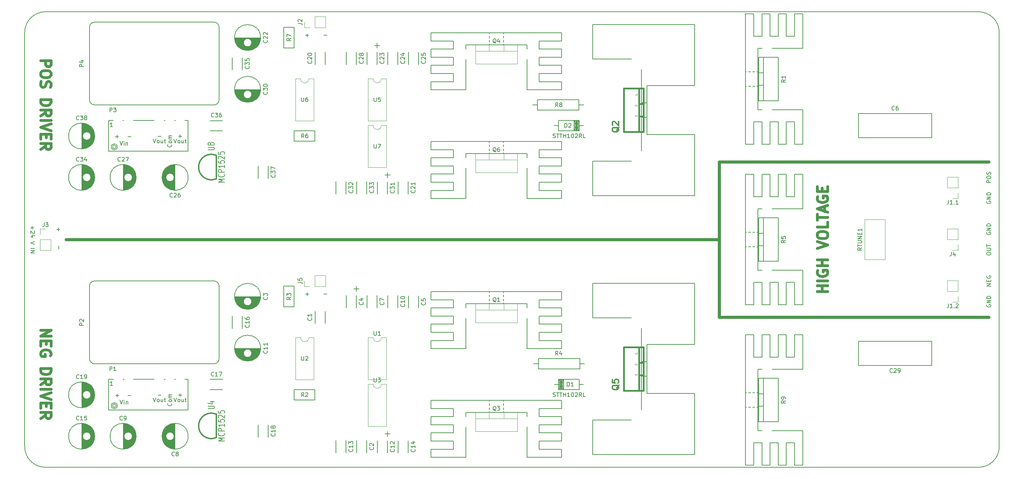
<source format=gbr>
%TF.GenerationSoftware,KiCad,Pcbnew,5.1.5+dfsg1-2+b1*%
%TF.CreationDate,2020-09-24T09:47:26-05:00*%
%TF.ProjectId,HV-pulse-generator,48562d70-756c-4736-952d-67656e657261,2.0.0*%
%TF.SameCoordinates,Original*%
%TF.FileFunction,Legend,Top*%
%TF.FilePolarity,Positive*%
%FSLAX46Y46*%
G04 Gerber Fmt 4.6, Leading zero omitted, Abs format (unit mm)*
G04 Created by KiCad (PCBNEW 5.1.5+dfsg1-2+b1) date 2020-09-24 09:47:26*
%MOMM*%
%LPD*%
G04 APERTURE LIST*
%ADD10C,0.150000*%
%ADD11C,0.635000*%
%ADD12C,0.762000*%
%TA.AperFunction,Profile*%
%ADD13C,0.150000*%
%TD*%
%ADD14C,0.120000*%
%ADD15C,0.304800*%
%ADD16C,0.381000*%
%ADD17C,0.203200*%
%ADD18C,0.124460*%
G04 APERTURE END LIST*
D10*
X256992380Y-87598095D02*
X255992380Y-87598095D01*
X256992380Y-87026666D01*
X255992380Y-87026666D01*
X256468571Y-86550476D02*
X256468571Y-86217142D01*
X256992380Y-86074285D02*
X256992380Y-86550476D01*
X255992380Y-86550476D01*
X255992380Y-86074285D01*
X256040000Y-85121904D02*
X255992380Y-85217142D01*
X255992380Y-85360000D01*
X256040000Y-85502857D01*
X256135238Y-85598095D01*
X256230476Y-85645714D01*
X256420952Y-85693333D01*
X256563809Y-85693333D01*
X256754285Y-85645714D01*
X256849523Y-85598095D01*
X256944761Y-85502857D01*
X256992380Y-85360000D01*
X256992380Y-85264761D01*
X256944761Y-85121904D01*
X256897142Y-85074285D01*
X256563809Y-85074285D01*
X256563809Y-85264761D01*
X256040000Y-92201904D02*
X255992380Y-92297142D01*
X255992380Y-92440000D01*
X256040000Y-92582857D01*
X256135238Y-92678095D01*
X256230476Y-92725714D01*
X256420952Y-92773333D01*
X256563809Y-92773333D01*
X256754285Y-92725714D01*
X256849523Y-92678095D01*
X256944761Y-92582857D01*
X256992380Y-92440000D01*
X256992380Y-92344761D01*
X256944761Y-92201904D01*
X256897142Y-92154285D01*
X256563809Y-92154285D01*
X256563809Y-92344761D01*
X256992380Y-91725714D02*
X255992380Y-91725714D01*
X256992380Y-91154285D01*
X255992380Y-91154285D01*
X256992380Y-90678095D02*
X255992380Y-90678095D01*
X255992380Y-90440000D01*
X256040000Y-90297142D01*
X256135238Y-90201904D01*
X256230476Y-90154285D01*
X256420952Y-90106666D01*
X256563809Y-90106666D01*
X256754285Y-90154285D01*
X256849523Y-90201904D01*
X256944761Y-90297142D01*
X256992380Y-90440000D01*
X256992380Y-90678095D01*
X256992380Y-62221904D02*
X255992380Y-62221904D01*
X255992380Y-61840952D01*
X256040000Y-61745714D01*
X256087619Y-61698095D01*
X256182857Y-61650476D01*
X256325714Y-61650476D01*
X256420952Y-61698095D01*
X256468571Y-61745714D01*
X256516190Y-61840952D01*
X256516190Y-62221904D01*
X255992380Y-61031428D02*
X255992380Y-60840952D01*
X256040000Y-60745714D01*
X256135238Y-60650476D01*
X256325714Y-60602857D01*
X256659047Y-60602857D01*
X256849523Y-60650476D01*
X256944761Y-60745714D01*
X256992380Y-60840952D01*
X256992380Y-61031428D01*
X256944761Y-61126666D01*
X256849523Y-61221904D01*
X256659047Y-61269523D01*
X256325714Y-61269523D01*
X256135238Y-61221904D01*
X256040000Y-61126666D01*
X255992380Y-61031428D01*
X256944761Y-60221904D02*
X256992380Y-60079047D01*
X256992380Y-59840952D01*
X256944761Y-59745714D01*
X256897142Y-59698095D01*
X256801904Y-59650476D01*
X256706666Y-59650476D01*
X256611428Y-59698095D01*
X256563809Y-59745714D01*
X256516190Y-59840952D01*
X256468571Y-60031428D01*
X256420952Y-60126666D01*
X256373333Y-60174285D01*
X256278095Y-60221904D01*
X256182857Y-60221904D01*
X256087619Y-60174285D01*
X256040000Y-60126666D01*
X255992380Y-60031428D01*
X255992380Y-59793333D01*
X256040000Y-59650476D01*
X256040000Y-66801904D02*
X255992380Y-66897142D01*
X255992380Y-67040000D01*
X256040000Y-67182857D01*
X256135238Y-67278095D01*
X256230476Y-67325714D01*
X256420952Y-67373333D01*
X256563809Y-67373333D01*
X256754285Y-67325714D01*
X256849523Y-67278095D01*
X256944761Y-67182857D01*
X256992380Y-67040000D01*
X256992380Y-66944761D01*
X256944761Y-66801904D01*
X256897142Y-66754285D01*
X256563809Y-66754285D01*
X256563809Y-66944761D01*
X256992380Y-66325714D02*
X255992380Y-66325714D01*
X256992380Y-65754285D01*
X255992380Y-65754285D01*
X256992380Y-65278095D02*
X255992380Y-65278095D01*
X255992380Y-65040000D01*
X256040000Y-64897142D01*
X256135238Y-64801904D01*
X256230476Y-64754285D01*
X256420952Y-64706666D01*
X256563809Y-64706666D01*
X256754285Y-64754285D01*
X256849523Y-64801904D01*
X256944761Y-64897142D01*
X256992380Y-65040000D01*
X256992380Y-65278095D01*
D11*
X217049047Y-89020952D02*
X214509047Y-89020952D01*
X215718571Y-89020952D02*
X215718571Y-87569523D01*
X217049047Y-87569523D02*
X214509047Y-87569523D01*
X217049047Y-86360000D02*
X214509047Y-86360000D01*
X214630000Y-83820000D02*
X214509047Y-84061904D01*
X214509047Y-84424761D01*
X214630000Y-84787619D01*
X214871904Y-85029523D01*
X215113809Y-85150476D01*
X215597619Y-85271428D01*
X215960476Y-85271428D01*
X216444285Y-85150476D01*
X216686190Y-85029523D01*
X216928095Y-84787619D01*
X217049047Y-84424761D01*
X217049047Y-84182857D01*
X216928095Y-83820000D01*
X216807142Y-83699047D01*
X215960476Y-83699047D01*
X215960476Y-84182857D01*
X217049047Y-82610476D02*
X214509047Y-82610476D01*
X215718571Y-82610476D02*
X215718571Y-81159047D01*
X217049047Y-81159047D02*
X214509047Y-81159047D01*
X214509047Y-78377142D02*
X217049047Y-77530476D01*
X214509047Y-76683809D01*
X214509047Y-75353333D02*
X214509047Y-74869523D01*
X214630000Y-74627619D01*
X214871904Y-74385714D01*
X215355714Y-74264761D01*
X216202380Y-74264761D01*
X216686190Y-74385714D01*
X216928095Y-74627619D01*
X217049047Y-74869523D01*
X217049047Y-75353333D01*
X216928095Y-75595238D01*
X216686190Y-75837142D01*
X216202380Y-75958095D01*
X215355714Y-75958095D01*
X214871904Y-75837142D01*
X214630000Y-75595238D01*
X214509047Y-75353333D01*
X217049047Y-71966666D02*
X217049047Y-73176190D01*
X214509047Y-73176190D01*
X214509047Y-71482857D02*
X214509047Y-70031428D01*
X217049047Y-70757142D02*
X214509047Y-70757142D01*
X216323333Y-69305714D02*
X216323333Y-68096190D01*
X217049047Y-69547619D02*
X214509047Y-68700952D01*
X217049047Y-67854285D01*
X214630000Y-65677142D02*
X214509047Y-65919047D01*
X214509047Y-66281904D01*
X214630000Y-66644761D01*
X214871904Y-66886666D01*
X215113809Y-67007619D01*
X215597619Y-67128571D01*
X215960476Y-67128571D01*
X216444285Y-67007619D01*
X216686190Y-66886666D01*
X216928095Y-66644761D01*
X217049047Y-66281904D01*
X217049047Y-66040000D01*
X216928095Y-65677142D01*
X216807142Y-65556190D01*
X215960476Y-65556190D01*
X215960476Y-66040000D01*
X215718571Y-64467619D02*
X215718571Y-63620952D01*
X217049047Y-63258095D02*
X217049047Y-64467619D01*
X214509047Y-64467619D01*
X214509047Y-63258095D01*
D10*
X256040000Y-74421904D02*
X255992380Y-74517142D01*
X255992380Y-74660000D01*
X256040000Y-74802857D01*
X256135238Y-74898095D01*
X256230476Y-74945714D01*
X256420952Y-74993333D01*
X256563809Y-74993333D01*
X256754285Y-74945714D01*
X256849523Y-74898095D01*
X256944761Y-74802857D01*
X256992380Y-74660000D01*
X256992380Y-74564761D01*
X256944761Y-74421904D01*
X256897142Y-74374285D01*
X256563809Y-74374285D01*
X256563809Y-74564761D01*
X256992380Y-73945714D02*
X255992380Y-73945714D01*
X256992380Y-73374285D01*
X255992380Y-73374285D01*
X256992380Y-72898095D02*
X255992380Y-72898095D01*
X255992380Y-72660000D01*
X256040000Y-72517142D01*
X256135238Y-72421904D01*
X256230476Y-72374285D01*
X256420952Y-72326666D01*
X256563809Y-72326666D01*
X256754285Y-72374285D01*
X256849523Y-72421904D01*
X256944761Y-72517142D01*
X256992380Y-72660000D01*
X256992380Y-72898095D01*
X255992380Y-79740000D02*
X255992380Y-79549523D01*
X256040000Y-79454285D01*
X256135238Y-79359047D01*
X256325714Y-79311428D01*
X256659047Y-79311428D01*
X256849523Y-79359047D01*
X256944761Y-79454285D01*
X256992380Y-79549523D01*
X256992380Y-79740000D01*
X256944761Y-79835238D01*
X256849523Y-79930476D01*
X256659047Y-79978095D01*
X256325714Y-79978095D01*
X256135238Y-79930476D01*
X256040000Y-79835238D01*
X255992380Y-79740000D01*
X255992380Y-78882857D02*
X256801904Y-78882857D01*
X256897142Y-78835238D01*
X256944761Y-78787619D01*
X256992380Y-78692380D01*
X256992380Y-78501904D01*
X256944761Y-78406666D01*
X256897142Y-78359047D01*
X256801904Y-78311428D01*
X255992380Y-78311428D01*
X255992380Y-77978095D02*
X255992380Y-77406666D01*
X256992380Y-77692380D02*
X255992380Y-77692380D01*
X94360952Y-89606428D02*
X93599047Y-89606428D01*
X89915952Y-89606428D02*
X89154047Y-89606428D01*
X89535000Y-89987380D02*
X89535000Y-89225476D01*
X94360952Y-26106428D02*
X93599047Y-26106428D01*
X89915952Y-26106428D02*
X89154047Y-26106428D01*
X89535000Y-26487380D02*
X89535000Y-25725476D01*
D11*
X24250952Y-32354761D02*
X26790952Y-32354761D01*
X26790952Y-33322380D01*
X26670000Y-33564285D01*
X26549047Y-33685238D01*
X26307142Y-33806190D01*
X25944285Y-33806190D01*
X25702380Y-33685238D01*
X25581428Y-33564285D01*
X25460476Y-33322380D01*
X25460476Y-32354761D01*
X26790952Y-35378571D02*
X26790952Y-35862380D01*
X26670000Y-36104285D01*
X26428095Y-36346190D01*
X25944285Y-36467142D01*
X25097619Y-36467142D01*
X24613809Y-36346190D01*
X24371904Y-36104285D01*
X24250952Y-35862380D01*
X24250952Y-35378571D01*
X24371904Y-35136666D01*
X24613809Y-34894761D01*
X25097619Y-34773809D01*
X25944285Y-34773809D01*
X26428095Y-34894761D01*
X26670000Y-35136666D01*
X26790952Y-35378571D01*
X24371904Y-37434761D02*
X24250952Y-37797619D01*
X24250952Y-38402380D01*
X24371904Y-38644285D01*
X24492857Y-38765238D01*
X24734761Y-38886190D01*
X24976666Y-38886190D01*
X25218571Y-38765238D01*
X25339523Y-38644285D01*
X25460476Y-38402380D01*
X25581428Y-37918571D01*
X25702380Y-37676666D01*
X25823333Y-37555714D01*
X26065238Y-37434761D01*
X26307142Y-37434761D01*
X26549047Y-37555714D01*
X26670000Y-37676666D01*
X26790952Y-37918571D01*
X26790952Y-38523333D01*
X26670000Y-38886190D01*
X24250952Y-41910000D02*
X26790952Y-41910000D01*
X26790952Y-42514761D01*
X26670000Y-42877619D01*
X26428095Y-43119523D01*
X26186190Y-43240476D01*
X25702380Y-43361428D01*
X25339523Y-43361428D01*
X24855714Y-43240476D01*
X24613809Y-43119523D01*
X24371904Y-42877619D01*
X24250952Y-42514761D01*
X24250952Y-41910000D01*
X24250952Y-45901428D02*
X25460476Y-45054761D01*
X24250952Y-44450000D02*
X26790952Y-44450000D01*
X26790952Y-45417619D01*
X26670000Y-45659523D01*
X26549047Y-45780476D01*
X26307142Y-45901428D01*
X25944285Y-45901428D01*
X25702380Y-45780476D01*
X25581428Y-45659523D01*
X25460476Y-45417619D01*
X25460476Y-44450000D01*
X24250952Y-46990000D02*
X26790952Y-46990000D01*
X26790952Y-47836666D02*
X24250952Y-48683333D01*
X26790952Y-49530000D01*
X25581428Y-50376666D02*
X25581428Y-51223333D01*
X24250952Y-51586190D02*
X24250952Y-50376666D01*
X26790952Y-50376666D01*
X26790952Y-51586190D01*
X24250952Y-54126190D02*
X25460476Y-53279523D01*
X24250952Y-52674761D02*
X26790952Y-52674761D01*
X26790952Y-53642380D01*
X26670000Y-53884285D01*
X26549047Y-54005238D01*
X26307142Y-54126190D01*
X25944285Y-54126190D01*
X25702380Y-54005238D01*
X25581428Y-53884285D01*
X25460476Y-53642380D01*
X25460476Y-52674761D01*
X24250952Y-98455238D02*
X26790952Y-98455238D01*
X24250952Y-99906666D01*
X26790952Y-99906666D01*
X25581428Y-101116190D02*
X25581428Y-101962857D01*
X24250952Y-102325714D02*
X24250952Y-101116190D01*
X26790952Y-101116190D01*
X26790952Y-102325714D01*
X26670000Y-104744761D02*
X26790952Y-104502857D01*
X26790952Y-104140000D01*
X26670000Y-103777142D01*
X26428095Y-103535238D01*
X26186190Y-103414285D01*
X25702380Y-103293333D01*
X25339523Y-103293333D01*
X24855714Y-103414285D01*
X24613809Y-103535238D01*
X24371904Y-103777142D01*
X24250952Y-104140000D01*
X24250952Y-104381904D01*
X24371904Y-104744761D01*
X24492857Y-104865714D01*
X25339523Y-104865714D01*
X25339523Y-104381904D01*
X24250952Y-107889523D02*
X26790952Y-107889523D01*
X26790952Y-108494285D01*
X26670000Y-108857142D01*
X26428095Y-109099047D01*
X26186190Y-109220000D01*
X25702380Y-109340952D01*
X25339523Y-109340952D01*
X24855714Y-109220000D01*
X24613809Y-109099047D01*
X24371904Y-108857142D01*
X24250952Y-108494285D01*
X24250952Y-107889523D01*
X24250952Y-111880952D02*
X25460476Y-111034285D01*
X24250952Y-110429523D02*
X26790952Y-110429523D01*
X26790952Y-111397142D01*
X26670000Y-111639047D01*
X26549047Y-111760000D01*
X26307142Y-111880952D01*
X25944285Y-111880952D01*
X25702380Y-111760000D01*
X25581428Y-111639047D01*
X25460476Y-111397142D01*
X25460476Y-110429523D01*
X24250952Y-112969523D02*
X26790952Y-112969523D01*
X26790952Y-113816190D02*
X24250952Y-114662857D01*
X26790952Y-115509523D01*
X25581428Y-116356190D02*
X25581428Y-117202857D01*
X24250952Y-117565714D02*
X24250952Y-116356190D01*
X26790952Y-116356190D01*
X26790952Y-117565714D01*
X24250952Y-120105714D02*
X25460476Y-119259047D01*
X24250952Y-118654285D02*
X26790952Y-118654285D01*
X26790952Y-119621904D01*
X26670000Y-119863809D01*
X26549047Y-119984761D01*
X26307142Y-120105714D01*
X25944285Y-120105714D01*
X25702380Y-119984761D01*
X25581428Y-119863809D01*
X25460476Y-119621904D01*
X25460476Y-118654285D01*
D10*
X28646428Y-77724047D02*
X28646428Y-78485952D01*
X28955952Y-73731428D02*
X28194047Y-73731428D01*
X28575000Y-74112380D02*
X28575000Y-73350476D01*
X22153571Y-72914285D02*
X22153571Y-73676190D01*
X21772619Y-73295238D02*
X22534523Y-73295238D01*
X22677380Y-74104761D02*
X22725000Y-74152380D01*
X22772619Y-74247619D01*
X22772619Y-74485714D01*
X22725000Y-74580952D01*
X22677380Y-74628571D01*
X22582142Y-74676190D01*
X22486904Y-74676190D01*
X22344047Y-74628571D01*
X21772619Y-74057142D01*
X21772619Y-74676190D01*
X22439285Y-75533333D02*
X21772619Y-75533333D01*
X22820238Y-75295238D02*
X22105952Y-75057142D01*
X22105952Y-75676190D01*
X22772619Y-76676190D02*
X21772619Y-77009523D01*
X22772619Y-77342857D01*
X21772619Y-78438095D02*
X22772619Y-78438095D01*
X21772619Y-78914285D02*
X22772619Y-78914285D01*
X21772619Y-79485714D01*
X22772619Y-79485714D01*
D12*
X190500000Y-95250000D02*
X256540000Y-95250000D01*
X190500000Y-57150000D02*
X256540000Y-57150000D01*
X190500000Y-76200000D02*
X190500000Y-57150000D01*
X190500000Y-95250000D02*
X190500000Y-76200000D01*
X190500000Y-76200000D02*
X30480000Y-76200000D01*
D13*
X254000000Y-20320000D02*
G75*
G02X259080000Y-25400000I0J-5080000D01*
G01*
X20320000Y-25400000D02*
G75*
G02X25400000Y-20320000I5080000J0D01*
G01*
X25400000Y-132080000D02*
G75*
G02X20320000Y-127000000I0J5080000D01*
G01*
X259080000Y-127000000D02*
G75*
G02X254000000Y-132080000I-5080000J0D01*
G01*
X259080000Y-25400000D02*
X259080000Y-127000000D01*
X254000000Y-20320000D02*
X25400000Y-20320000D01*
X20320000Y-127000000D02*
X20320000Y-25400000D01*
X254000000Y-132080000D02*
X25400000Y-132080000D01*
D14*
%TO.C,J4*%
X248980000Y-78800000D02*
X247650000Y-78800000D01*
X248980000Y-77470000D02*
X248980000Y-78800000D01*
X248980000Y-76200000D02*
X246320000Y-76200000D01*
X246320000Y-76200000D02*
X246320000Y-73600000D01*
X248980000Y-76200000D02*
X248980000Y-73600000D01*
X248980000Y-73600000D02*
X246320000Y-73600000D01*
%TO.C,J1.2*%
X248980000Y-91500000D02*
X247650000Y-91500000D01*
X248980000Y-90170000D02*
X248980000Y-91500000D01*
X248980000Y-88900000D02*
X246320000Y-88900000D01*
X246320000Y-88900000D02*
X246320000Y-86300000D01*
X248980000Y-88900000D02*
X248980000Y-86300000D01*
X248980000Y-86300000D02*
X246320000Y-86300000D01*
%TO.C,J1.1*%
X248980000Y-66100000D02*
X247650000Y-66100000D01*
X248980000Y-64770000D02*
X248980000Y-66100000D01*
X248980000Y-63500000D02*
X246320000Y-63500000D01*
X246320000Y-63500000D02*
X246320000Y-60900000D01*
X248980000Y-63500000D02*
X248980000Y-60900000D01*
X248980000Y-60900000D02*
X246320000Y-60900000D01*
D10*
%TO.C,R8*%
X145930000Y-41910000D02*
X145930000Y-44450000D01*
X145930000Y-44450000D02*
X156090000Y-44450000D01*
X156090000Y-44450000D02*
X156090000Y-41910000D01*
X156090000Y-41910000D02*
X145930000Y-41910000D01*
X157240000Y-43180000D02*
X156090000Y-43180000D01*
X144780000Y-43180000D02*
X145930000Y-43180000D01*
%TO.C,R4*%
X156330000Y-107950000D02*
X156330000Y-105410000D01*
X156330000Y-105410000D02*
X146170000Y-105410000D01*
X146170000Y-105410000D02*
X146170000Y-107950000D01*
X146170000Y-107950000D02*
X156330000Y-107950000D01*
X145020000Y-106680000D02*
X146170000Y-106680000D01*
X157480000Y-106680000D02*
X156330000Y-106680000D01*
%TO.C,D2*%
X151130000Y-48262540D02*
X150114000Y-48262540D01*
X155956000Y-48262540D02*
X157226000Y-48262540D01*
X155702000Y-49532540D02*
X155702000Y-46992540D01*
X155448000Y-49532540D02*
X155448000Y-46992540D01*
X155194000Y-49532540D02*
X155194000Y-46992540D01*
X155956000Y-49532540D02*
X155956000Y-46992540D01*
X154940000Y-49532540D02*
X156210000Y-46992540D01*
X156210000Y-49532540D02*
X154940000Y-46992540D01*
X154940000Y-49532540D02*
X154940000Y-46992540D01*
X155575000Y-49532540D02*
X155575000Y-46992540D01*
X156210000Y-46992540D02*
X156210000Y-49532540D01*
X156210000Y-49532540D02*
X151130000Y-49532540D01*
X151130000Y-49532540D02*
X151130000Y-46992540D01*
X151130000Y-46992540D02*
X156210000Y-46992540D01*
%TO.C,D1*%
X156210000Y-111760000D02*
X157226000Y-111760000D01*
X151384000Y-111760000D02*
X150114000Y-111760000D01*
X151638000Y-110490000D02*
X151638000Y-113030000D01*
X151892000Y-110490000D02*
X151892000Y-113030000D01*
X152146000Y-110490000D02*
X152146000Y-113030000D01*
X151384000Y-110490000D02*
X151384000Y-113030000D01*
X152400000Y-110490000D02*
X151130000Y-113030000D01*
X151130000Y-110490000D02*
X152400000Y-113030000D01*
X152400000Y-110490000D02*
X152400000Y-113030000D01*
X151765000Y-110490000D02*
X151765000Y-113030000D01*
X151130000Y-113030000D02*
X151130000Y-110490000D01*
X151130000Y-110490000D02*
X156210000Y-110490000D01*
X156210000Y-110490000D02*
X156210000Y-113030000D01*
X156210000Y-113030000D02*
X151130000Y-113030000D01*
%TO.C,REF\002A\002A*%
X196930000Y-92200000D02*
X196930000Y-60200000D01*
X199930000Y-83700000D02*
X199930000Y-68700000D01*
X199930000Y-68700000D02*
X200930000Y-68700000D01*
X199930000Y-83700000D02*
X200930000Y-83700000D01*
X197680000Y-77950000D02*
X198180000Y-77950000D01*
X198680000Y-77950000D02*
X199180000Y-77950000D01*
X197680000Y-74450000D02*
X198180000Y-74450000D01*
X198680000Y-74450000D02*
X199180000Y-74450000D01*
X199680000Y-74450000D02*
X199930000Y-74450000D01*
X199680000Y-77950000D02*
X199930000Y-77950000D01*
X197180000Y-74450000D02*
X196930000Y-74450000D01*
X197180000Y-77950000D02*
X196930000Y-77950000D01*
X210930000Y-92200000D02*
X210930000Y-83700000D01*
X208930000Y-92200000D02*
X210930000Y-92200000D01*
X208930000Y-86700000D02*
X208930000Y-92200000D01*
X206930000Y-86700000D02*
X208930000Y-86700000D01*
X206930000Y-92200000D02*
X206930000Y-86700000D01*
X204930000Y-92200000D02*
X206930000Y-92200000D01*
X204930000Y-86700000D02*
X204930000Y-92200000D01*
X202930000Y-86700000D02*
X204930000Y-86700000D01*
X202930000Y-92200000D02*
X202930000Y-86700000D01*
X200930000Y-92200000D02*
X202930000Y-92200000D01*
X200930000Y-86700000D02*
X200930000Y-92200000D01*
X198930000Y-86700000D02*
X200930000Y-86700000D01*
X198930000Y-92200000D02*
X198930000Y-86700000D01*
X196930000Y-92200000D02*
X198930000Y-92200000D01*
X210930000Y-60200000D02*
X210930000Y-68700000D01*
X208930000Y-60200000D02*
X210930000Y-60200000D01*
X208930000Y-65700000D02*
X208930000Y-60200000D01*
X206930000Y-65700000D02*
X208930000Y-65700000D01*
X206930000Y-60200000D02*
X206930000Y-65700000D01*
X204930000Y-60200000D02*
X206930000Y-60200000D01*
X204930000Y-65700000D02*
X204930000Y-60200000D01*
X202930000Y-65700000D02*
X204930000Y-65700000D01*
X202930000Y-60200000D02*
X202930000Y-65700000D01*
X200930000Y-60200000D02*
X202930000Y-60200000D01*
X200930000Y-65700000D02*
X200930000Y-60200000D01*
X198930000Y-65700000D02*
X200930000Y-65700000D01*
X198930000Y-60200000D02*
X198930000Y-65700000D01*
X196930000Y-60200000D02*
X198930000Y-60200000D01*
X203430000Y-83700000D02*
X210930000Y-83700000D01*
X210930000Y-68700000D02*
X203430000Y-68700000D01*
D14*
%TO.C,J5*%
X88840000Y-87690000D02*
X88840000Y-86360000D01*
X90170000Y-87690000D02*
X88840000Y-87690000D01*
X91440000Y-87690000D02*
X91440000Y-85030000D01*
X91440000Y-85030000D02*
X94040000Y-85030000D01*
X91440000Y-87690000D02*
X94040000Y-87690000D01*
X94040000Y-87690000D02*
X94040000Y-85030000D01*
%TO.C,J3*%
X24070000Y-73600000D02*
X25400000Y-73600000D01*
X24070000Y-74930000D02*
X24070000Y-73600000D01*
X24070000Y-76200000D02*
X26730000Y-76200000D01*
X26730000Y-76200000D02*
X26730000Y-78800000D01*
X24070000Y-76200000D02*
X24070000Y-78800000D01*
X24070000Y-78800000D02*
X26730000Y-78800000D01*
%TO.C,J2*%
X88840000Y-24190000D02*
X88840000Y-22860000D01*
X90170000Y-24190000D02*
X88840000Y-24190000D01*
X91440000Y-24190000D02*
X91440000Y-21530000D01*
X91440000Y-21530000D02*
X94040000Y-21530000D01*
X91440000Y-24190000D02*
X94040000Y-24190000D01*
X94040000Y-24190000D02*
X94040000Y-21530000D01*
%TO.C,Q6*%
X137741000Y-55150000D02*
X137741000Y-56660000D01*
X134040000Y-55150000D02*
X134040000Y-56660000D01*
X130770000Y-56660000D02*
X141010000Y-56660000D01*
X141010000Y-55150000D02*
X141010000Y-59791000D01*
X130770000Y-55150000D02*
X130770000Y-59791000D01*
X130770000Y-59791000D02*
X141010000Y-59791000D01*
X130770000Y-55150000D02*
X141010000Y-55150000D01*
%TO.C,Q4*%
X137741000Y-28480000D02*
X137741000Y-29990000D01*
X134040000Y-28480000D02*
X134040000Y-29990000D01*
X130770000Y-29990000D02*
X141010000Y-29990000D01*
X141010000Y-28480000D02*
X141010000Y-33121000D01*
X130770000Y-28480000D02*
X130770000Y-33121000D01*
X130770000Y-33121000D02*
X141010000Y-33121000D01*
X130770000Y-28480000D02*
X141010000Y-28480000D01*
%TO.C,Q3*%
X137741000Y-118650000D02*
X137741000Y-120160000D01*
X134040000Y-118650000D02*
X134040000Y-120160000D01*
X130770000Y-120160000D02*
X141010000Y-120160000D01*
X141010000Y-118650000D02*
X141010000Y-123291000D01*
X130770000Y-118650000D02*
X130770000Y-123291000D01*
X130770000Y-123291000D02*
X141010000Y-123291000D01*
X130770000Y-118650000D02*
X141010000Y-118650000D01*
%TO.C,Q1*%
X137741000Y-91980000D02*
X137741000Y-93490000D01*
X134040000Y-91980000D02*
X134040000Y-93490000D01*
X130770000Y-93490000D02*
X141010000Y-93490000D01*
X141010000Y-91980000D02*
X141010000Y-96621000D01*
X130770000Y-91980000D02*
X130770000Y-96621000D01*
X130770000Y-96621000D02*
X141010000Y-96621000D01*
X130770000Y-91980000D02*
X141010000Y-91980000D01*
D10*
%TO.C,P1*%
X40827960Y-110510320D02*
X40827960Y-118008400D01*
X60330100Y-118008400D02*
X60330100Y-110510320D01*
X40827960Y-118008400D02*
X60330100Y-118008400D01*
X54729400Y-110510320D02*
X54477900Y-110510320D01*
X44627800Y-110510320D02*
X44378880Y-110510320D01*
X42029380Y-110510320D02*
X40827960Y-110510320D01*
X43021344Y-116960960D02*
G75*
G03X43021344Y-116960960I-740844J0D01*
G01*
X42704368Y-116960960D02*
G75*
G03X42704368Y-116960960I-423868J0D01*
G01*
X52070000Y-110490000D02*
X46990000Y-110490000D01*
X57269400Y-110510320D02*
X57017900Y-110510320D01*
X59563000Y-110490000D02*
X60325000Y-110490000D01*
D14*
%TO.C,U1*%
X105680000Y-100270000D02*
X104430000Y-100270000D01*
X104430000Y-100270000D02*
X104430000Y-110550000D01*
X104430000Y-110550000D02*
X108930000Y-110550000D01*
X108930000Y-110550000D02*
X108930000Y-100270000D01*
X108930000Y-100270000D02*
X107680000Y-100270000D01*
X107680000Y-100270000D02*
G75*
G02X105680000Y-100270000I-1000000J0D01*
G01*
D10*
%TO.C,P4*%
X37465000Y-43180000D02*
X66675000Y-43180000D01*
X37465000Y-22860000D02*
X66675000Y-22860000D01*
X36195000Y-41910000D02*
X36195000Y-24130000D01*
X67945000Y-41910000D02*
X67945000Y-24130000D01*
X36195000Y-41910000D02*
G75*
G03X37465000Y-43180000I1270000J0D01*
G01*
X37465000Y-22860000D02*
G75*
G03X36195000Y-24130000I0J-1270000D01*
G01*
X66675000Y-43180000D02*
G75*
G03X67945000Y-41910000I0J1270000D01*
G01*
X67945000Y-24130000D02*
G75*
G03X66675000Y-22860000I-1270000J0D01*
G01*
%TO.C,C34*%
X37457500Y-60960000D02*
G75*
G03X37457500Y-60960000I-3187500J0D01*
G01*
X36520000Y-60960000D02*
G75*
G03X36520000Y-60960000I-1000000J0D01*
G01*
X37285000Y-60048000D02*
X37285000Y-61872000D01*
X37145000Y-59673000D02*
X37145000Y-62247000D01*
X37005000Y-59397000D02*
X37005000Y-62523000D01*
X36865000Y-59174000D02*
X36865000Y-62746000D01*
X36725000Y-58986000D02*
X36725000Y-62934000D01*
X36585000Y-58824000D02*
X36585000Y-63096000D01*
X36445000Y-61340000D02*
X36445000Y-63239000D01*
X36445000Y-58681000D02*
X36445000Y-60580000D01*
X36305000Y-61579000D02*
X36305000Y-63364000D01*
X36305000Y-58556000D02*
X36305000Y-60341000D01*
X36165000Y-61724000D02*
X36165000Y-63476000D01*
X36165000Y-58444000D02*
X36165000Y-60196000D01*
X36025000Y-61823000D02*
X36025000Y-63576000D01*
X36025000Y-58344000D02*
X36025000Y-60097000D01*
X35885000Y-61891000D02*
X35885000Y-63664000D01*
X35885000Y-58256000D02*
X35885000Y-60029000D01*
X35745000Y-61934000D02*
X35745000Y-63743000D01*
X35745000Y-58177000D02*
X35745000Y-59986000D01*
X35605000Y-61956000D02*
X35605000Y-63813000D01*
X35605000Y-58107000D02*
X35605000Y-59964000D01*
X35465000Y-61958000D02*
X35465000Y-63875000D01*
X35465000Y-58045000D02*
X35465000Y-59962000D01*
X35325000Y-61941000D02*
X35325000Y-63928000D01*
X35325000Y-57992000D02*
X35325000Y-59979000D01*
X35185000Y-61902000D02*
X35185000Y-63974000D01*
X35185000Y-57946000D02*
X35185000Y-60018000D01*
X35045000Y-61840000D02*
X35045000Y-64013000D01*
X35045000Y-57907000D02*
X35045000Y-60080000D01*
X34905000Y-61749000D02*
X34905000Y-64045000D01*
X34905000Y-57875000D02*
X34905000Y-60171000D01*
X34765000Y-61616000D02*
X34765000Y-64071000D01*
X34765000Y-57849000D02*
X34765000Y-60304000D01*
X34625000Y-61406000D02*
X34625000Y-64090000D01*
X34625000Y-57830000D02*
X34625000Y-60514000D01*
X34485000Y-57817000D02*
X34485000Y-64103000D01*
X34345000Y-57811000D02*
X34345000Y-64109000D01*
D14*
%TO.C,U3*%
X105680000Y-111700000D02*
X104430000Y-111700000D01*
X104430000Y-111700000D02*
X104430000Y-121980000D01*
X104430000Y-121980000D02*
X108930000Y-121980000D01*
X108930000Y-121980000D02*
X108930000Y-111700000D01*
X108930000Y-111700000D02*
X107680000Y-111700000D01*
X107680000Y-111700000D02*
G75*
G02X105680000Y-111700000I-1000000J0D01*
G01*
%TO.C,U6*%
X87900000Y-36770000D02*
X86650000Y-36770000D01*
X86650000Y-36770000D02*
X86650000Y-47050000D01*
X86650000Y-47050000D02*
X91150000Y-47050000D01*
X91150000Y-47050000D02*
X91150000Y-36770000D01*
X91150000Y-36770000D02*
X89900000Y-36770000D01*
X89900000Y-36770000D02*
G75*
G02X87900000Y-36770000I-1000000J0D01*
G01*
D10*
%TO.C,REF\002A\002A*%
X143390000Y-102980000D02*
X143390000Y-95480000D01*
X128390000Y-95480000D02*
X128390000Y-102980000D01*
X151890000Y-88980000D02*
X151890000Y-90980000D01*
X151890000Y-90980000D02*
X146390000Y-90980000D01*
X146390000Y-90980000D02*
X146390000Y-92980000D01*
X146390000Y-92980000D02*
X151890000Y-92980000D01*
X151890000Y-92980000D02*
X151890000Y-94980000D01*
X151890000Y-94980000D02*
X146390000Y-94980000D01*
X146390000Y-94980000D02*
X146390000Y-96980000D01*
X146390000Y-96980000D02*
X151890000Y-96980000D01*
X151890000Y-96980000D02*
X151890000Y-98980000D01*
X151890000Y-98980000D02*
X146390000Y-98980000D01*
X146390000Y-98980000D02*
X146390000Y-100980000D01*
X146390000Y-100980000D02*
X151890000Y-100980000D01*
X151890000Y-100980000D02*
X151890000Y-102980000D01*
X151890000Y-102980000D02*
X143390000Y-102980000D01*
X119890000Y-88980000D02*
X119890000Y-90980000D01*
X119890000Y-90980000D02*
X125390000Y-90980000D01*
X125390000Y-90980000D02*
X125390000Y-92980000D01*
X125390000Y-92980000D02*
X119890000Y-92980000D01*
X119890000Y-92980000D02*
X119890000Y-94980000D01*
X119890000Y-94980000D02*
X125390000Y-94980000D01*
X125390000Y-94980000D02*
X125390000Y-96980000D01*
X125390000Y-96980000D02*
X119890000Y-96980000D01*
X119890000Y-96980000D02*
X119890000Y-98980000D01*
X119890000Y-98980000D02*
X125390000Y-98980000D01*
X125390000Y-98980000D02*
X125390000Y-100980000D01*
X125390000Y-100980000D02*
X119890000Y-100980000D01*
X119890000Y-100980000D02*
X119890000Y-102980000D01*
X119890000Y-102980000D02*
X128390000Y-102980000D01*
X134140000Y-89230000D02*
X134140000Y-88980000D01*
X137640000Y-89230000D02*
X137640000Y-88980000D01*
X134140000Y-91730000D02*
X134140000Y-91980000D01*
X137640000Y-91730000D02*
X137640000Y-91980000D01*
X137640000Y-90730000D02*
X137640000Y-91230000D01*
X137640000Y-89730000D02*
X137640000Y-90230000D01*
X134140000Y-90730000D02*
X134140000Y-91230000D01*
X134140000Y-89730000D02*
X134140000Y-90230000D01*
X128390000Y-91980000D02*
X128390000Y-92980000D01*
X143390000Y-91980000D02*
X143390000Y-92980000D01*
X128390000Y-91980000D02*
X143390000Y-91980000D01*
X119890000Y-88980000D02*
X151890000Y-88980000D01*
D15*
%TO.C,U8*%
X67231260Y-55537100D02*
X67231260Y-61297820D01*
X67232578Y-55535542D02*
G75*
G03X67236340Y-61302900I-1192578J-2884458D01*
G01*
%TO.C,U4*%
X67231260Y-119037100D02*
X67231260Y-124797820D01*
X67232578Y-119035542D02*
G75*
G03X67236340Y-124802900I-1192578J-2884458D01*
G01*
D10*
%TO.C,R9*%
X200152000Y-115570000D02*
X200152000Y-110236000D01*
X200152000Y-115570000D02*
X200152000Y-120904000D01*
X201295000Y-120904000D02*
X200152000Y-120904000D01*
X201295000Y-110236000D02*
X201295000Y-120904000D01*
X200152000Y-110236000D02*
X201295000Y-110236000D01*
X204978000Y-120904000D02*
X201295000Y-120904000D01*
X204978000Y-110236000D02*
X204978000Y-120904000D01*
X201295000Y-110236000D02*
X204978000Y-110236000D01*
X200152000Y-114046000D02*
X201295000Y-114046000D01*
X200152000Y-117094000D02*
X201295000Y-117094000D01*
%TO.C,R7*%
X86360000Y-29210000D02*
X83820000Y-29210000D01*
X86360000Y-24130000D02*
X86360000Y-29210000D01*
X83820000Y-24130000D02*
X86360000Y-24130000D01*
X83820000Y-29210000D02*
X83820000Y-24130000D01*
%TO.C,R6*%
X91440000Y-49530000D02*
X91440000Y-52070000D01*
X86360000Y-49530000D02*
X91440000Y-49530000D01*
X86360000Y-52070000D02*
X86360000Y-49530000D01*
X91440000Y-52070000D02*
X86360000Y-52070000D01*
%TO.C,R5*%
X200152000Y-76200000D02*
X200152000Y-70866000D01*
X200152000Y-76200000D02*
X200152000Y-81534000D01*
X201295000Y-81534000D02*
X200152000Y-81534000D01*
X201295000Y-70866000D02*
X201295000Y-81534000D01*
X200152000Y-70866000D02*
X201295000Y-70866000D01*
X204978000Y-81534000D02*
X201295000Y-81534000D01*
X204978000Y-70866000D02*
X204978000Y-81534000D01*
X201295000Y-70866000D02*
X204978000Y-70866000D01*
X200152000Y-74676000D02*
X201295000Y-74676000D01*
X200152000Y-77724000D02*
X201295000Y-77724000D01*
%TO.C,R3*%
X86360000Y-92710000D02*
X83820000Y-92710000D01*
X86360000Y-87630000D02*
X86360000Y-92710000D01*
X83820000Y-87630000D02*
X86360000Y-87630000D01*
X83820000Y-92710000D02*
X83820000Y-87630000D01*
%TO.C,R2*%
X91440000Y-113030000D02*
X91440000Y-115570000D01*
X86360000Y-113030000D02*
X91440000Y-113030000D01*
X86360000Y-115570000D02*
X86360000Y-113030000D01*
X91440000Y-115570000D02*
X86360000Y-115570000D01*
%TO.C,R1*%
X200152000Y-36830000D02*
X200152000Y-31496000D01*
X200152000Y-36830000D02*
X200152000Y-42164000D01*
X201295000Y-42164000D02*
X200152000Y-42164000D01*
X201295000Y-31496000D02*
X201295000Y-42164000D01*
X200152000Y-31496000D02*
X201295000Y-31496000D01*
X204978000Y-42164000D02*
X201295000Y-42164000D01*
X204978000Y-31496000D02*
X204978000Y-42164000D01*
X201295000Y-31496000D02*
X204978000Y-31496000D01*
X200152000Y-35306000D02*
X201295000Y-35306000D01*
X200152000Y-38354000D02*
X201295000Y-38354000D01*
D16*
%TO.C,Q5*%
X171958000Y-107950000D02*
X171958000Y-113284000D01*
X171958000Y-107950000D02*
X171958000Y-102616000D01*
X170815000Y-102616000D02*
X171958000Y-102616000D01*
X170815000Y-113284000D02*
X170815000Y-102616000D01*
X171958000Y-113284000D02*
X170815000Y-113284000D01*
X167132000Y-102616000D02*
X170815000Y-102616000D01*
X167132000Y-113284000D02*
X167132000Y-102616000D01*
X170815000Y-113284000D02*
X167132000Y-113284000D01*
X171958000Y-109474000D02*
X170815000Y-109474000D01*
X171958000Y-106426000D02*
X170815000Y-106426000D01*
%TO.C,Q2*%
X171958000Y-44450000D02*
X171958000Y-49784000D01*
X171958000Y-44450000D02*
X171958000Y-39116000D01*
X170815000Y-39116000D02*
X171958000Y-39116000D01*
X170815000Y-49784000D02*
X170815000Y-39116000D01*
X171958000Y-49784000D02*
X170815000Y-49784000D01*
X167132000Y-39116000D02*
X170815000Y-39116000D01*
X167132000Y-49784000D02*
X167132000Y-39116000D01*
X170815000Y-49784000D02*
X167132000Y-49784000D01*
X171958000Y-45974000D02*
X170815000Y-45974000D01*
X171958000Y-42926000D02*
X170815000Y-42926000D01*
D10*
%TO.C,P3*%
X40817800Y-47010320D02*
X40817800Y-54508400D01*
X60319940Y-54508400D02*
X60319940Y-47010320D01*
X40817800Y-54508400D02*
X60319940Y-54508400D01*
X54719240Y-47010320D02*
X54467740Y-47010320D01*
X44617640Y-47010320D02*
X44368720Y-47010320D01*
X42019220Y-47010320D02*
X40817800Y-47010320D01*
X43011184Y-53460960D02*
G75*
G03X43011184Y-53460960I-740844J0D01*
G01*
X42694208Y-53460960D02*
G75*
G03X42694208Y-53460960I-423868J0D01*
G01*
X52059840Y-46990000D02*
X46979840Y-46990000D01*
X57259240Y-47010320D02*
X57007740Y-47010320D01*
X59552840Y-46990000D02*
X60314840Y-46990000D01*
%TO.C,P2*%
X37465000Y-106680000D02*
X66675000Y-106680000D01*
X37465000Y-86360000D02*
X66675000Y-86360000D01*
X36195000Y-105410000D02*
X36195000Y-87630000D01*
X67945000Y-105410000D02*
X67945000Y-87630000D01*
X36195000Y-105410000D02*
G75*
G03X37465000Y-106680000I1270000J0D01*
G01*
X37465000Y-86360000D02*
G75*
G03X36195000Y-87630000I0J-1270000D01*
G01*
X66675000Y-106680000D02*
G75*
G03X67945000Y-105410000I0J1270000D01*
G01*
X67945000Y-87630000D02*
G75*
G03X66675000Y-86360000I-1270000J0D01*
G01*
%TO.C,C38*%
X37457500Y-50800000D02*
G75*
G03X37457500Y-50800000I-3187500J0D01*
G01*
X36520000Y-50800000D02*
G75*
G03X36520000Y-50800000I-1000000J0D01*
G01*
X37285000Y-49888000D02*
X37285000Y-51712000D01*
X37145000Y-49513000D02*
X37145000Y-52087000D01*
X37005000Y-49237000D02*
X37005000Y-52363000D01*
X36865000Y-49014000D02*
X36865000Y-52586000D01*
X36725000Y-48826000D02*
X36725000Y-52774000D01*
X36585000Y-48664000D02*
X36585000Y-52936000D01*
X36445000Y-51180000D02*
X36445000Y-53079000D01*
X36445000Y-48521000D02*
X36445000Y-50420000D01*
X36305000Y-51419000D02*
X36305000Y-53204000D01*
X36305000Y-48396000D02*
X36305000Y-50181000D01*
X36165000Y-51564000D02*
X36165000Y-53316000D01*
X36165000Y-48284000D02*
X36165000Y-50036000D01*
X36025000Y-51663000D02*
X36025000Y-53416000D01*
X36025000Y-48184000D02*
X36025000Y-49937000D01*
X35885000Y-51731000D02*
X35885000Y-53504000D01*
X35885000Y-48096000D02*
X35885000Y-49869000D01*
X35745000Y-51774000D02*
X35745000Y-53583000D01*
X35745000Y-48017000D02*
X35745000Y-49826000D01*
X35605000Y-51796000D02*
X35605000Y-53653000D01*
X35605000Y-47947000D02*
X35605000Y-49804000D01*
X35465000Y-51798000D02*
X35465000Y-53715000D01*
X35465000Y-47885000D02*
X35465000Y-49802000D01*
X35325000Y-51781000D02*
X35325000Y-53768000D01*
X35325000Y-47832000D02*
X35325000Y-49819000D01*
X35185000Y-51742000D02*
X35185000Y-53814000D01*
X35185000Y-47786000D02*
X35185000Y-49858000D01*
X35045000Y-51680000D02*
X35045000Y-53853000D01*
X35045000Y-47747000D02*
X35045000Y-49920000D01*
X34905000Y-51589000D02*
X34905000Y-53885000D01*
X34905000Y-47715000D02*
X34905000Y-50011000D01*
X34765000Y-51456000D02*
X34765000Y-53911000D01*
X34765000Y-47689000D02*
X34765000Y-50144000D01*
X34625000Y-51246000D02*
X34625000Y-53930000D01*
X34625000Y-47670000D02*
X34625000Y-50354000D01*
X34485000Y-47657000D02*
X34485000Y-53943000D01*
X34345000Y-47651000D02*
X34345000Y-53949000D01*
%TO.C,C37*%
X77490000Y-61170000D02*
X77490000Y-58170000D01*
X79990000Y-58170000D02*
X79990000Y-61170000D01*
%TO.C,C30*%
X78117500Y-39350000D02*
G75*
G03X78117500Y-39350000I-3187500J0D01*
G01*
X75930000Y-40600000D02*
G75*
G03X75930000Y-40600000I-1000000J0D01*
G01*
X75842000Y-42365000D02*
X74018000Y-42365000D01*
X76217000Y-42225000D02*
X73643000Y-42225000D01*
X76493000Y-42085000D02*
X73367000Y-42085000D01*
X76716000Y-41945000D02*
X73144000Y-41945000D01*
X76904000Y-41805000D02*
X72956000Y-41805000D01*
X77066000Y-41665000D02*
X72794000Y-41665000D01*
X74550000Y-41525000D02*
X72651000Y-41525000D01*
X77209000Y-41525000D02*
X75310000Y-41525000D01*
X74311000Y-41385000D02*
X72526000Y-41385000D01*
X77334000Y-41385000D02*
X75549000Y-41385000D01*
X74166000Y-41245000D02*
X72414000Y-41245000D01*
X77446000Y-41245000D02*
X75694000Y-41245000D01*
X74067000Y-41105000D02*
X72314000Y-41105000D01*
X77546000Y-41105000D02*
X75793000Y-41105000D01*
X73999000Y-40965000D02*
X72226000Y-40965000D01*
X77634000Y-40965000D02*
X75861000Y-40965000D01*
X73956000Y-40825000D02*
X72147000Y-40825000D01*
X77713000Y-40825000D02*
X75904000Y-40825000D01*
X73934000Y-40685000D02*
X72077000Y-40685000D01*
X77783000Y-40685000D02*
X75926000Y-40685000D01*
X73932000Y-40545000D02*
X72015000Y-40545000D01*
X77845000Y-40545000D02*
X75928000Y-40545000D01*
X73949000Y-40405000D02*
X71962000Y-40405000D01*
X77898000Y-40405000D02*
X75911000Y-40405000D01*
X73988000Y-40265000D02*
X71916000Y-40265000D01*
X77944000Y-40265000D02*
X75872000Y-40265000D01*
X74050000Y-40125000D02*
X71877000Y-40125000D01*
X77983000Y-40125000D02*
X75810000Y-40125000D01*
X74141000Y-39985000D02*
X71845000Y-39985000D01*
X78015000Y-39985000D02*
X75719000Y-39985000D01*
X74274000Y-39845000D02*
X71819000Y-39845000D01*
X78041000Y-39845000D02*
X75586000Y-39845000D01*
X74484000Y-39705000D02*
X71800000Y-39705000D01*
X78060000Y-39705000D02*
X75376000Y-39705000D01*
X78073000Y-39565000D02*
X71787000Y-39565000D01*
X78079000Y-39425000D02*
X71781000Y-39425000D01*
%TO.C,C27*%
X47617500Y-60960000D02*
G75*
G03X47617500Y-60960000I-3187500J0D01*
G01*
X46680000Y-60960000D02*
G75*
G03X46680000Y-60960000I-1000000J0D01*
G01*
X47445000Y-60048000D02*
X47445000Y-61872000D01*
X47305000Y-59673000D02*
X47305000Y-62247000D01*
X47165000Y-59397000D02*
X47165000Y-62523000D01*
X47025000Y-59174000D02*
X47025000Y-62746000D01*
X46885000Y-58986000D02*
X46885000Y-62934000D01*
X46745000Y-58824000D02*
X46745000Y-63096000D01*
X46605000Y-61340000D02*
X46605000Y-63239000D01*
X46605000Y-58681000D02*
X46605000Y-60580000D01*
X46465000Y-61579000D02*
X46465000Y-63364000D01*
X46465000Y-58556000D02*
X46465000Y-60341000D01*
X46325000Y-61724000D02*
X46325000Y-63476000D01*
X46325000Y-58444000D02*
X46325000Y-60196000D01*
X46185000Y-61823000D02*
X46185000Y-63576000D01*
X46185000Y-58344000D02*
X46185000Y-60097000D01*
X46045000Y-61891000D02*
X46045000Y-63664000D01*
X46045000Y-58256000D02*
X46045000Y-60029000D01*
X45905000Y-61934000D02*
X45905000Y-63743000D01*
X45905000Y-58177000D02*
X45905000Y-59986000D01*
X45765000Y-61956000D02*
X45765000Y-63813000D01*
X45765000Y-58107000D02*
X45765000Y-59964000D01*
X45625000Y-61958000D02*
X45625000Y-63875000D01*
X45625000Y-58045000D02*
X45625000Y-59962000D01*
X45485000Y-61941000D02*
X45485000Y-63928000D01*
X45485000Y-57992000D02*
X45485000Y-59979000D01*
X45345000Y-61902000D02*
X45345000Y-63974000D01*
X45345000Y-57946000D02*
X45345000Y-60018000D01*
X45205000Y-61840000D02*
X45205000Y-64013000D01*
X45205000Y-57907000D02*
X45205000Y-60080000D01*
X45065000Y-61749000D02*
X45065000Y-64045000D01*
X45065000Y-57875000D02*
X45065000Y-60171000D01*
X44925000Y-61616000D02*
X44925000Y-64071000D01*
X44925000Y-57849000D02*
X44925000Y-60304000D01*
X44785000Y-61406000D02*
X44785000Y-64090000D01*
X44785000Y-57830000D02*
X44785000Y-60514000D01*
X44645000Y-57817000D02*
X44645000Y-64103000D01*
X44505000Y-57811000D02*
X44505000Y-64109000D01*
%TO.C,C26*%
X60357500Y-60960000D02*
G75*
G03X60357500Y-60960000I-3187500J0D01*
G01*
X56920000Y-60960000D02*
G75*
G03X56920000Y-60960000I-1000000J0D01*
G01*
X54155000Y-61872000D02*
X54155000Y-60048000D01*
X54295000Y-62247000D02*
X54295000Y-59673000D01*
X54435000Y-62523000D02*
X54435000Y-59397000D01*
X54575000Y-62746000D02*
X54575000Y-59174000D01*
X54715000Y-62934000D02*
X54715000Y-58986000D01*
X54855000Y-63096000D02*
X54855000Y-58824000D01*
X54995000Y-60580000D02*
X54995000Y-58681000D01*
X54995000Y-63239000D02*
X54995000Y-61340000D01*
X55135000Y-60341000D02*
X55135000Y-58556000D01*
X55135000Y-63364000D02*
X55135000Y-61579000D01*
X55275000Y-60196000D02*
X55275000Y-58444000D01*
X55275000Y-63476000D02*
X55275000Y-61724000D01*
X55415000Y-60097000D02*
X55415000Y-58344000D01*
X55415000Y-63576000D02*
X55415000Y-61823000D01*
X55555000Y-60029000D02*
X55555000Y-58256000D01*
X55555000Y-63664000D02*
X55555000Y-61891000D01*
X55695000Y-59986000D02*
X55695000Y-58177000D01*
X55695000Y-63743000D02*
X55695000Y-61934000D01*
X55835000Y-59964000D02*
X55835000Y-58107000D01*
X55835000Y-63813000D02*
X55835000Y-61956000D01*
X55975000Y-59962000D02*
X55975000Y-58045000D01*
X55975000Y-63875000D02*
X55975000Y-61958000D01*
X56115000Y-59979000D02*
X56115000Y-57992000D01*
X56115000Y-63928000D02*
X56115000Y-61941000D01*
X56255000Y-60018000D02*
X56255000Y-57946000D01*
X56255000Y-63974000D02*
X56255000Y-61902000D01*
X56395000Y-60080000D02*
X56395000Y-57907000D01*
X56395000Y-64013000D02*
X56395000Y-61840000D01*
X56535000Y-60171000D02*
X56535000Y-57875000D01*
X56535000Y-64045000D02*
X56535000Y-61749000D01*
X56675000Y-60304000D02*
X56675000Y-57849000D01*
X56675000Y-64071000D02*
X56675000Y-61616000D01*
X56815000Y-60514000D02*
X56815000Y-57830000D01*
X56815000Y-64090000D02*
X56815000Y-61406000D01*
X56955000Y-64103000D02*
X56955000Y-57817000D01*
X57095000Y-64109000D02*
X57095000Y-57811000D01*
%TO.C,C22*%
X78117500Y-26650000D02*
G75*
G03X78117500Y-26650000I-3187500J0D01*
G01*
X75930000Y-27900000D02*
G75*
G03X75930000Y-27900000I-1000000J0D01*
G01*
X75842000Y-29665000D02*
X74018000Y-29665000D01*
X76217000Y-29525000D02*
X73643000Y-29525000D01*
X76493000Y-29385000D02*
X73367000Y-29385000D01*
X76716000Y-29245000D02*
X73144000Y-29245000D01*
X76904000Y-29105000D02*
X72956000Y-29105000D01*
X77066000Y-28965000D02*
X72794000Y-28965000D01*
X74550000Y-28825000D02*
X72651000Y-28825000D01*
X77209000Y-28825000D02*
X75310000Y-28825000D01*
X74311000Y-28685000D02*
X72526000Y-28685000D01*
X77334000Y-28685000D02*
X75549000Y-28685000D01*
X74166000Y-28545000D02*
X72414000Y-28545000D01*
X77446000Y-28545000D02*
X75694000Y-28545000D01*
X74067000Y-28405000D02*
X72314000Y-28405000D01*
X77546000Y-28405000D02*
X75793000Y-28405000D01*
X73999000Y-28265000D02*
X72226000Y-28265000D01*
X77634000Y-28265000D02*
X75861000Y-28265000D01*
X73956000Y-28125000D02*
X72147000Y-28125000D01*
X77713000Y-28125000D02*
X75904000Y-28125000D01*
X73934000Y-27985000D02*
X72077000Y-27985000D01*
X77783000Y-27985000D02*
X75926000Y-27985000D01*
X73932000Y-27845000D02*
X72015000Y-27845000D01*
X77845000Y-27845000D02*
X75928000Y-27845000D01*
X73949000Y-27705000D02*
X71962000Y-27705000D01*
X77898000Y-27705000D02*
X75911000Y-27705000D01*
X73988000Y-27565000D02*
X71916000Y-27565000D01*
X77944000Y-27565000D02*
X75872000Y-27565000D01*
X74050000Y-27425000D02*
X71877000Y-27425000D01*
X77983000Y-27425000D02*
X75810000Y-27425000D01*
X74141000Y-27285000D02*
X71845000Y-27285000D01*
X78015000Y-27285000D02*
X75719000Y-27285000D01*
X74274000Y-27145000D02*
X71819000Y-27145000D01*
X78041000Y-27145000D02*
X75586000Y-27145000D01*
X74484000Y-27005000D02*
X71800000Y-27005000D01*
X78060000Y-27005000D02*
X75376000Y-27005000D01*
X78073000Y-26865000D02*
X71787000Y-26865000D01*
X78079000Y-26725000D02*
X71781000Y-26725000D01*
%TO.C,C19*%
X37457500Y-114300000D02*
G75*
G03X37457500Y-114300000I-3187500J0D01*
G01*
X36520000Y-114300000D02*
G75*
G03X36520000Y-114300000I-1000000J0D01*
G01*
X37285000Y-113388000D02*
X37285000Y-115212000D01*
X37145000Y-113013000D02*
X37145000Y-115587000D01*
X37005000Y-112737000D02*
X37005000Y-115863000D01*
X36865000Y-112514000D02*
X36865000Y-116086000D01*
X36725000Y-112326000D02*
X36725000Y-116274000D01*
X36585000Y-112164000D02*
X36585000Y-116436000D01*
X36445000Y-114680000D02*
X36445000Y-116579000D01*
X36445000Y-112021000D02*
X36445000Y-113920000D01*
X36305000Y-114919000D02*
X36305000Y-116704000D01*
X36305000Y-111896000D02*
X36305000Y-113681000D01*
X36165000Y-115064000D02*
X36165000Y-116816000D01*
X36165000Y-111784000D02*
X36165000Y-113536000D01*
X36025000Y-115163000D02*
X36025000Y-116916000D01*
X36025000Y-111684000D02*
X36025000Y-113437000D01*
X35885000Y-115231000D02*
X35885000Y-117004000D01*
X35885000Y-111596000D02*
X35885000Y-113369000D01*
X35745000Y-115274000D02*
X35745000Y-117083000D01*
X35745000Y-111517000D02*
X35745000Y-113326000D01*
X35605000Y-115296000D02*
X35605000Y-117153000D01*
X35605000Y-111447000D02*
X35605000Y-113304000D01*
X35465000Y-115298000D02*
X35465000Y-117215000D01*
X35465000Y-111385000D02*
X35465000Y-113302000D01*
X35325000Y-115281000D02*
X35325000Y-117268000D01*
X35325000Y-111332000D02*
X35325000Y-113319000D01*
X35185000Y-115242000D02*
X35185000Y-117314000D01*
X35185000Y-111286000D02*
X35185000Y-113358000D01*
X35045000Y-115180000D02*
X35045000Y-117353000D01*
X35045000Y-111247000D02*
X35045000Y-113420000D01*
X34905000Y-115089000D02*
X34905000Y-117385000D01*
X34905000Y-111215000D02*
X34905000Y-113511000D01*
X34765000Y-114956000D02*
X34765000Y-117411000D01*
X34765000Y-111189000D02*
X34765000Y-113644000D01*
X34625000Y-114746000D02*
X34625000Y-117430000D01*
X34625000Y-111170000D02*
X34625000Y-113854000D01*
X34485000Y-111157000D02*
X34485000Y-117443000D01*
X34345000Y-111151000D02*
X34345000Y-117449000D01*
%TO.C,C18*%
X77490000Y-124670000D02*
X77490000Y-121670000D01*
X79990000Y-121670000D02*
X79990000Y-124670000D01*
%TO.C,C15*%
X37457500Y-124460000D02*
G75*
G03X37457500Y-124460000I-3187500J0D01*
G01*
X36520000Y-124460000D02*
G75*
G03X36520000Y-124460000I-1000000J0D01*
G01*
X37285000Y-123548000D02*
X37285000Y-125372000D01*
X37145000Y-123173000D02*
X37145000Y-125747000D01*
X37005000Y-122897000D02*
X37005000Y-126023000D01*
X36865000Y-122674000D02*
X36865000Y-126246000D01*
X36725000Y-122486000D02*
X36725000Y-126434000D01*
X36585000Y-122324000D02*
X36585000Y-126596000D01*
X36445000Y-124840000D02*
X36445000Y-126739000D01*
X36445000Y-122181000D02*
X36445000Y-124080000D01*
X36305000Y-125079000D02*
X36305000Y-126864000D01*
X36305000Y-122056000D02*
X36305000Y-123841000D01*
X36165000Y-125224000D02*
X36165000Y-126976000D01*
X36165000Y-121944000D02*
X36165000Y-123696000D01*
X36025000Y-125323000D02*
X36025000Y-127076000D01*
X36025000Y-121844000D02*
X36025000Y-123597000D01*
X35885000Y-125391000D02*
X35885000Y-127164000D01*
X35885000Y-121756000D02*
X35885000Y-123529000D01*
X35745000Y-125434000D02*
X35745000Y-127243000D01*
X35745000Y-121677000D02*
X35745000Y-123486000D01*
X35605000Y-125456000D02*
X35605000Y-127313000D01*
X35605000Y-121607000D02*
X35605000Y-123464000D01*
X35465000Y-125458000D02*
X35465000Y-127375000D01*
X35465000Y-121545000D02*
X35465000Y-123462000D01*
X35325000Y-125441000D02*
X35325000Y-127428000D01*
X35325000Y-121492000D02*
X35325000Y-123479000D01*
X35185000Y-125402000D02*
X35185000Y-127474000D01*
X35185000Y-121446000D02*
X35185000Y-123518000D01*
X35045000Y-125340000D02*
X35045000Y-127513000D01*
X35045000Y-121407000D02*
X35045000Y-123580000D01*
X34905000Y-125249000D02*
X34905000Y-127545000D01*
X34905000Y-121375000D02*
X34905000Y-123671000D01*
X34765000Y-125116000D02*
X34765000Y-127571000D01*
X34765000Y-121349000D02*
X34765000Y-123804000D01*
X34625000Y-124906000D02*
X34625000Y-127590000D01*
X34625000Y-121330000D02*
X34625000Y-124014000D01*
X34485000Y-121317000D02*
X34485000Y-127603000D01*
X34345000Y-121311000D02*
X34345000Y-127609000D01*
%TO.C,C11*%
X78117500Y-102850000D02*
G75*
G03X78117500Y-102850000I-3187500J0D01*
G01*
X75930000Y-104100000D02*
G75*
G03X75930000Y-104100000I-1000000J0D01*
G01*
X75842000Y-105865000D02*
X74018000Y-105865000D01*
X76217000Y-105725000D02*
X73643000Y-105725000D01*
X76493000Y-105585000D02*
X73367000Y-105585000D01*
X76716000Y-105445000D02*
X73144000Y-105445000D01*
X76904000Y-105305000D02*
X72956000Y-105305000D01*
X77066000Y-105165000D02*
X72794000Y-105165000D01*
X74550000Y-105025000D02*
X72651000Y-105025000D01*
X77209000Y-105025000D02*
X75310000Y-105025000D01*
X74311000Y-104885000D02*
X72526000Y-104885000D01*
X77334000Y-104885000D02*
X75549000Y-104885000D01*
X74166000Y-104745000D02*
X72414000Y-104745000D01*
X77446000Y-104745000D02*
X75694000Y-104745000D01*
X74067000Y-104605000D02*
X72314000Y-104605000D01*
X77546000Y-104605000D02*
X75793000Y-104605000D01*
X73999000Y-104465000D02*
X72226000Y-104465000D01*
X77634000Y-104465000D02*
X75861000Y-104465000D01*
X73956000Y-104325000D02*
X72147000Y-104325000D01*
X77713000Y-104325000D02*
X75904000Y-104325000D01*
X73934000Y-104185000D02*
X72077000Y-104185000D01*
X77783000Y-104185000D02*
X75926000Y-104185000D01*
X73932000Y-104045000D02*
X72015000Y-104045000D01*
X77845000Y-104045000D02*
X75928000Y-104045000D01*
X73949000Y-103905000D02*
X71962000Y-103905000D01*
X77898000Y-103905000D02*
X75911000Y-103905000D01*
X73988000Y-103765000D02*
X71916000Y-103765000D01*
X77944000Y-103765000D02*
X75872000Y-103765000D01*
X74050000Y-103625000D02*
X71877000Y-103625000D01*
X77983000Y-103625000D02*
X75810000Y-103625000D01*
X74141000Y-103485000D02*
X71845000Y-103485000D01*
X78015000Y-103485000D02*
X75719000Y-103485000D01*
X74274000Y-103345000D02*
X71819000Y-103345000D01*
X78041000Y-103345000D02*
X75586000Y-103345000D01*
X74484000Y-103205000D02*
X71800000Y-103205000D01*
X78060000Y-103205000D02*
X75376000Y-103205000D01*
X78073000Y-103065000D02*
X71787000Y-103065000D01*
X78079000Y-102925000D02*
X71781000Y-102925000D01*
%TO.C,C9*%
X47617500Y-124460000D02*
G75*
G03X47617500Y-124460000I-3187500J0D01*
G01*
X46680000Y-124460000D02*
G75*
G03X46680000Y-124460000I-1000000J0D01*
G01*
X47445000Y-123548000D02*
X47445000Y-125372000D01*
X47305000Y-123173000D02*
X47305000Y-125747000D01*
X47165000Y-122897000D02*
X47165000Y-126023000D01*
X47025000Y-122674000D02*
X47025000Y-126246000D01*
X46885000Y-122486000D02*
X46885000Y-126434000D01*
X46745000Y-122324000D02*
X46745000Y-126596000D01*
X46605000Y-124840000D02*
X46605000Y-126739000D01*
X46605000Y-122181000D02*
X46605000Y-124080000D01*
X46465000Y-125079000D02*
X46465000Y-126864000D01*
X46465000Y-122056000D02*
X46465000Y-123841000D01*
X46325000Y-125224000D02*
X46325000Y-126976000D01*
X46325000Y-121944000D02*
X46325000Y-123696000D01*
X46185000Y-125323000D02*
X46185000Y-127076000D01*
X46185000Y-121844000D02*
X46185000Y-123597000D01*
X46045000Y-125391000D02*
X46045000Y-127164000D01*
X46045000Y-121756000D02*
X46045000Y-123529000D01*
X45905000Y-125434000D02*
X45905000Y-127243000D01*
X45905000Y-121677000D02*
X45905000Y-123486000D01*
X45765000Y-125456000D02*
X45765000Y-127313000D01*
X45765000Y-121607000D02*
X45765000Y-123464000D01*
X45625000Y-125458000D02*
X45625000Y-127375000D01*
X45625000Y-121545000D02*
X45625000Y-123462000D01*
X45485000Y-125441000D02*
X45485000Y-127428000D01*
X45485000Y-121492000D02*
X45485000Y-123479000D01*
X45345000Y-125402000D02*
X45345000Y-127474000D01*
X45345000Y-121446000D02*
X45345000Y-123518000D01*
X45205000Y-125340000D02*
X45205000Y-127513000D01*
X45205000Y-121407000D02*
X45205000Y-123580000D01*
X45065000Y-125249000D02*
X45065000Y-127545000D01*
X45065000Y-121375000D02*
X45065000Y-123671000D01*
X44925000Y-125116000D02*
X44925000Y-127571000D01*
X44925000Y-121349000D02*
X44925000Y-123804000D01*
X44785000Y-124906000D02*
X44785000Y-127590000D01*
X44785000Y-121330000D02*
X44785000Y-124014000D01*
X44645000Y-121317000D02*
X44645000Y-127603000D01*
X44505000Y-121311000D02*
X44505000Y-127609000D01*
%TO.C,C8*%
X60357500Y-124460000D02*
G75*
G03X60357500Y-124460000I-3187500J0D01*
G01*
X56920000Y-124460000D02*
G75*
G03X56920000Y-124460000I-1000000J0D01*
G01*
X54155000Y-125372000D02*
X54155000Y-123548000D01*
X54295000Y-125747000D02*
X54295000Y-123173000D01*
X54435000Y-126023000D02*
X54435000Y-122897000D01*
X54575000Y-126246000D02*
X54575000Y-122674000D01*
X54715000Y-126434000D02*
X54715000Y-122486000D01*
X54855000Y-126596000D02*
X54855000Y-122324000D01*
X54995000Y-124080000D02*
X54995000Y-122181000D01*
X54995000Y-126739000D02*
X54995000Y-124840000D01*
X55135000Y-123841000D02*
X55135000Y-122056000D01*
X55135000Y-126864000D02*
X55135000Y-125079000D01*
X55275000Y-123696000D02*
X55275000Y-121944000D01*
X55275000Y-126976000D02*
X55275000Y-125224000D01*
X55415000Y-123597000D02*
X55415000Y-121844000D01*
X55415000Y-127076000D02*
X55415000Y-125323000D01*
X55555000Y-123529000D02*
X55555000Y-121756000D01*
X55555000Y-127164000D02*
X55555000Y-125391000D01*
X55695000Y-123486000D02*
X55695000Y-121677000D01*
X55695000Y-127243000D02*
X55695000Y-125434000D01*
X55835000Y-123464000D02*
X55835000Y-121607000D01*
X55835000Y-127313000D02*
X55835000Y-125456000D01*
X55975000Y-123462000D02*
X55975000Y-121545000D01*
X55975000Y-127375000D02*
X55975000Y-125458000D01*
X56115000Y-123479000D02*
X56115000Y-121492000D01*
X56115000Y-127428000D02*
X56115000Y-125441000D01*
X56255000Y-123518000D02*
X56255000Y-121446000D01*
X56255000Y-127474000D02*
X56255000Y-125402000D01*
X56395000Y-123580000D02*
X56395000Y-121407000D01*
X56395000Y-127513000D02*
X56395000Y-125340000D01*
X56535000Y-123671000D02*
X56535000Y-121375000D01*
X56535000Y-127545000D02*
X56535000Y-125249000D01*
X56675000Y-123804000D02*
X56675000Y-121349000D01*
X56675000Y-127571000D02*
X56675000Y-125116000D01*
X56815000Y-124014000D02*
X56815000Y-121330000D01*
X56815000Y-127590000D02*
X56815000Y-124906000D01*
X56955000Y-127603000D02*
X56955000Y-121317000D01*
X57095000Y-127609000D02*
X57095000Y-121311000D01*
%TO.C,C3*%
X78117500Y-90150000D02*
G75*
G03X78117500Y-90150000I-3187500J0D01*
G01*
X75930000Y-91400000D02*
G75*
G03X75930000Y-91400000I-1000000J0D01*
G01*
X75842000Y-93165000D02*
X74018000Y-93165000D01*
X76217000Y-93025000D02*
X73643000Y-93025000D01*
X76493000Y-92885000D02*
X73367000Y-92885000D01*
X76716000Y-92745000D02*
X73144000Y-92745000D01*
X76904000Y-92605000D02*
X72956000Y-92605000D01*
X77066000Y-92465000D02*
X72794000Y-92465000D01*
X74550000Y-92325000D02*
X72651000Y-92325000D01*
X77209000Y-92325000D02*
X75310000Y-92325000D01*
X74311000Y-92185000D02*
X72526000Y-92185000D01*
X77334000Y-92185000D02*
X75549000Y-92185000D01*
X74166000Y-92045000D02*
X72414000Y-92045000D01*
X77446000Y-92045000D02*
X75694000Y-92045000D01*
X74067000Y-91905000D02*
X72314000Y-91905000D01*
X77546000Y-91905000D02*
X75793000Y-91905000D01*
X73999000Y-91765000D02*
X72226000Y-91765000D01*
X77634000Y-91765000D02*
X75861000Y-91765000D01*
X73956000Y-91625000D02*
X72147000Y-91625000D01*
X77713000Y-91625000D02*
X75904000Y-91625000D01*
X73934000Y-91485000D02*
X72077000Y-91485000D01*
X77783000Y-91485000D02*
X75926000Y-91485000D01*
X73932000Y-91345000D02*
X72015000Y-91345000D01*
X77845000Y-91345000D02*
X75928000Y-91345000D01*
X73949000Y-91205000D02*
X71962000Y-91205000D01*
X77898000Y-91205000D02*
X75911000Y-91205000D01*
X73988000Y-91065000D02*
X71916000Y-91065000D01*
X77944000Y-91065000D02*
X75872000Y-91065000D01*
X74050000Y-90925000D02*
X71877000Y-90925000D01*
X77983000Y-90925000D02*
X75810000Y-90925000D01*
X74141000Y-90785000D02*
X71845000Y-90785000D01*
X78015000Y-90785000D02*
X75719000Y-90785000D01*
X74274000Y-90645000D02*
X71819000Y-90645000D01*
X78041000Y-90645000D02*
X75586000Y-90645000D01*
X74484000Y-90505000D02*
X71800000Y-90505000D01*
X78060000Y-90505000D02*
X75376000Y-90505000D01*
X78073000Y-90365000D02*
X71787000Y-90365000D01*
X78079000Y-90225000D02*
X71781000Y-90225000D01*
%TO.C,C36*%
X68790000Y-49550000D02*
X65790000Y-49550000D01*
X65790000Y-47050000D02*
X68790000Y-47050000D01*
%TO.C,C35*%
X71140000Y-34540000D02*
X71140000Y-31540000D01*
X73640000Y-31540000D02*
X73640000Y-34540000D01*
%TO.C,C33*%
X101620000Y-64980000D02*
X101620000Y-61980000D01*
X104120000Y-61980000D02*
X104120000Y-64980000D01*
%TO.C,C32*%
X96540000Y-64980000D02*
X96540000Y-61980000D01*
X99040000Y-61980000D02*
X99040000Y-64980000D01*
%TO.C,C31*%
X106700000Y-65020000D02*
X106700000Y-62020000D01*
X109200000Y-62020000D02*
X109200000Y-65020000D01*
X109855000Y-60365000D02*
X108585000Y-60365000D01*
X109220000Y-61000000D02*
X109220000Y-59730000D01*
%TO.C,C29*%
X242560000Y-101140000D02*
X242560000Y-107140000D01*
X224560000Y-101140000D02*
X242560000Y-101140000D01*
X224560000Y-107140000D02*
X224560000Y-101140000D01*
X242560000Y-107140000D02*
X224560000Y-107140000D01*
%TO.C,C28*%
X99080000Y-33230000D02*
X99080000Y-30230000D01*
X101580000Y-30230000D02*
X101580000Y-33230000D01*
%TO.C,C25*%
X114320000Y-33230000D02*
X114320000Y-30230000D01*
X116820000Y-30230000D02*
X116820000Y-33230000D01*
%TO.C,C24*%
X109240000Y-33230000D02*
X109240000Y-30230000D01*
X111740000Y-30230000D02*
X111740000Y-33230000D01*
%TO.C,C23*%
X104160000Y-33230000D02*
X104160000Y-30230000D01*
X106660000Y-30230000D02*
X106660000Y-33230000D01*
X107315000Y-28575000D02*
X106045000Y-28575000D01*
X106680000Y-29210000D02*
X106680000Y-27940000D01*
%TO.C,C21*%
X111780000Y-64980000D02*
X111780000Y-61980000D01*
X114280000Y-61980000D02*
X114280000Y-64980000D01*
%TO.C,C20*%
X93960000Y-30230000D02*
X93960000Y-33230000D01*
X91460000Y-33230000D02*
X91460000Y-30230000D01*
%TO.C,C17*%
X68790000Y-113010000D02*
X65790000Y-113010000D01*
X65790000Y-110510000D02*
X68790000Y-110510000D01*
%TO.C,C16*%
X71140000Y-98000000D02*
X71140000Y-95000000D01*
X73640000Y-95000000D02*
X73640000Y-98000000D01*
%TO.C,C14*%
X111780000Y-128520000D02*
X111780000Y-125520000D01*
X114280000Y-125520000D02*
X114280000Y-128520000D01*
%TO.C,C13*%
X96540000Y-128480000D02*
X96540000Y-125480000D01*
X99040000Y-125480000D02*
X99040000Y-128480000D01*
%TO.C,C12*%
X106700000Y-128520000D02*
X106700000Y-125520000D01*
X109200000Y-125520000D02*
X109200000Y-128520000D01*
X109855000Y-123865000D02*
X108585000Y-123865000D01*
X109220000Y-124500000D02*
X109220000Y-123230000D01*
%TO.C,C10*%
X109240000Y-92920000D02*
X109240000Y-89920000D01*
X111740000Y-89920000D02*
X111740000Y-92920000D01*
%TO.C,C7*%
X104160000Y-92920000D02*
X104160000Y-89920000D01*
X106660000Y-89920000D02*
X106660000Y-92920000D01*
%TO.C,C6*%
X224560000Y-51260000D02*
X224560000Y-45260000D01*
X242560000Y-51260000D02*
X224560000Y-51260000D01*
X242560000Y-45260000D02*
X242560000Y-51260000D01*
X224560000Y-45260000D02*
X242560000Y-45260000D01*
%TO.C,C5*%
X114320000Y-92960000D02*
X114320000Y-89960000D01*
X116820000Y-89960000D02*
X116820000Y-92960000D01*
%TO.C,C4*%
X99080000Y-92920000D02*
X99080000Y-89920000D01*
X101580000Y-89920000D02*
X101580000Y-92920000D01*
X102235000Y-88265000D02*
X100965000Y-88265000D01*
X101600000Y-88900000D02*
X101600000Y-87630000D01*
%TO.C,C2*%
X101620000Y-128480000D02*
X101620000Y-125480000D01*
X104120000Y-125480000D02*
X104120000Y-128480000D01*
%TO.C,C1*%
X93960000Y-93770000D02*
X93960000Y-96770000D01*
X91460000Y-96770000D02*
X91460000Y-93770000D01*
D14*
%TO.C,U7*%
X105680000Y-48200000D02*
X104430000Y-48200000D01*
X104430000Y-48200000D02*
X104430000Y-58480000D01*
X104430000Y-58480000D02*
X108930000Y-58480000D01*
X108930000Y-58480000D02*
X108930000Y-48200000D01*
X108930000Y-48200000D02*
X107680000Y-48200000D01*
X107680000Y-48200000D02*
G75*
G02X105680000Y-48200000I-1000000J0D01*
G01*
%TO.C,U5*%
X105680000Y-36770000D02*
X104430000Y-36770000D01*
X104430000Y-36770000D02*
X104430000Y-47050000D01*
X104430000Y-47050000D02*
X108930000Y-47050000D01*
X108930000Y-47050000D02*
X108930000Y-36770000D01*
X108930000Y-36770000D02*
X107680000Y-36770000D01*
X107680000Y-36770000D02*
G75*
G02X105680000Y-36770000I-1000000J0D01*
G01*
%TO.C,U2*%
X87900000Y-100270000D02*
X86650000Y-100270000D01*
X86650000Y-100270000D02*
X86650000Y-110550000D01*
X86650000Y-110550000D02*
X91150000Y-110550000D01*
X91150000Y-110550000D02*
X91150000Y-100270000D01*
X91150000Y-100270000D02*
X89900000Y-100270000D01*
X89900000Y-100270000D02*
G75*
G02X87900000Y-100270000I-1000000J0D01*
G01*
%TO.C,RTUNE1*%
X226070000Y-81085000D02*
X226070000Y-71315000D01*
X231140000Y-81085000D02*
X231140000Y-71315000D01*
X226070000Y-81085000D02*
X231140000Y-81085000D01*
X226070000Y-71315000D02*
X231140000Y-71315000D01*
D10*
%TO.C,REF\002A\002A*%
X184450000Y-113950000D02*
X184450000Y-128950000D01*
X184450000Y-86950000D02*
X184450000Y-101950000D01*
X159450000Y-120450000D02*
X159450000Y-128950000D01*
X159450000Y-95450000D02*
X159450000Y-86950000D01*
X168950000Y-120450000D02*
X159450000Y-120450000D01*
X168950000Y-95450000D02*
X159450000Y-95450000D01*
X172800000Y-113950000D02*
X184450000Y-113950000D01*
X172800000Y-101950000D02*
X184450000Y-101950000D01*
X172800000Y-101950000D02*
X172800000Y-113950000D01*
X171450000Y-97950000D02*
X171450000Y-117950000D01*
X184450000Y-128950000D02*
X159450000Y-128950000D01*
X159450000Y-86950000D02*
X184450000Y-86950000D01*
X172800000Y-109700000D02*
X171450000Y-109700000D01*
X172800000Y-106200000D02*
X171450000Y-106200000D01*
X143390000Y-66150000D02*
X143390000Y-58650000D01*
X128390000Y-58650000D02*
X128390000Y-66150000D01*
X151890000Y-52150000D02*
X151890000Y-54150000D01*
X151890000Y-54150000D02*
X146390000Y-54150000D01*
X146390000Y-54150000D02*
X146390000Y-56150000D01*
X146390000Y-56150000D02*
X151890000Y-56150000D01*
X151890000Y-56150000D02*
X151890000Y-58150000D01*
X151890000Y-58150000D02*
X146390000Y-58150000D01*
X146390000Y-58150000D02*
X146390000Y-60150000D01*
X146390000Y-60150000D02*
X151890000Y-60150000D01*
X151890000Y-60150000D02*
X151890000Y-62150000D01*
X151890000Y-62150000D02*
X146390000Y-62150000D01*
X146390000Y-62150000D02*
X146390000Y-64150000D01*
X146390000Y-64150000D02*
X151890000Y-64150000D01*
X151890000Y-64150000D02*
X151890000Y-66150000D01*
X151890000Y-66150000D02*
X143390000Y-66150000D01*
X119890000Y-52150000D02*
X119890000Y-54150000D01*
X119890000Y-54150000D02*
X125390000Y-54150000D01*
X125390000Y-54150000D02*
X125390000Y-56150000D01*
X125390000Y-56150000D02*
X119890000Y-56150000D01*
X119890000Y-56150000D02*
X119890000Y-58150000D01*
X119890000Y-58150000D02*
X125390000Y-58150000D01*
X125390000Y-58150000D02*
X125390000Y-60150000D01*
X125390000Y-60150000D02*
X119890000Y-60150000D01*
X119890000Y-60150000D02*
X119890000Y-62150000D01*
X119890000Y-62150000D02*
X125390000Y-62150000D01*
X125390000Y-62150000D02*
X125390000Y-64150000D01*
X125390000Y-64150000D02*
X119890000Y-64150000D01*
X119890000Y-64150000D02*
X119890000Y-66150000D01*
X119890000Y-66150000D02*
X128390000Y-66150000D01*
X134140000Y-52400000D02*
X134140000Y-52150000D01*
X137640000Y-52400000D02*
X137640000Y-52150000D01*
X134140000Y-54900000D02*
X134140000Y-55150000D01*
X137640000Y-54900000D02*
X137640000Y-55150000D01*
X137640000Y-53900000D02*
X137640000Y-54400000D01*
X137640000Y-52900000D02*
X137640000Y-53400000D01*
X134140000Y-53900000D02*
X134140000Y-54400000D01*
X134140000Y-52900000D02*
X134140000Y-53400000D01*
X128390000Y-55150000D02*
X128390000Y-56150000D01*
X143390000Y-55150000D02*
X143390000Y-56150000D01*
X128390000Y-55150000D02*
X143390000Y-55150000D01*
X119890000Y-52150000D02*
X151890000Y-52150000D01*
X143390000Y-39480000D02*
X143390000Y-31980000D01*
X128390000Y-31980000D02*
X128390000Y-39480000D01*
X151890000Y-25480000D02*
X151890000Y-27480000D01*
X151890000Y-27480000D02*
X146390000Y-27480000D01*
X146390000Y-27480000D02*
X146390000Y-29480000D01*
X146390000Y-29480000D02*
X151890000Y-29480000D01*
X151890000Y-29480000D02*
X151890000Y-31480000D01*
X151890000Y-31480000D02*
X146390000Y-31480000D01*
X146390000Y-31480000D02*
X146390000Y-33480000D01*
X146390000Y-33480000D02*
X151890000Y-33480000D01*
X151890000Y-33480000D02*
X151890000Y-35480000D01*
X151890000Y-35480000D02*
X146390000Y-35480000D01*
X146390000Y-35480000D02*
X146390000Y-37480000D01*
X146390000Y-37480000D02*
X151890000Y-37480000D01*
X151890000Y-37480000D02*
X151890000Y-39480000D01*
X151890000Y-39480000D02*
X143390000Y-39480000D01*
X119890000Y-25480000D02*
X119890000Y-27480000D01*
X119890000Y-27480000D02*
X125390000Y-27480000D01*
X125390000Y-27480000D02*
X125390000Y-29480000D01*
X125390000Y-29480000D02*
X119890000Y-29480000D01*
X119890000Y-29480000D02*
X119890000Y-31480000D01*
X119890000Y-31480000D02*
X125390000Y-31480000D01*
X125390000Y-31480000D02*
X125390000Y-33480000D01*
X125390000Y-33480000D02*
X119890000Y-33480000D01*
X119890000Y-33480000D02*
X119890000Y-35480000D01*
X119890000Y-35480000D02*
X125390000Y-35480000D01*
X125390000Y-35480000D02*
X125390000Y-37480000D01*
X125390000Y-37480000D02*
X119890000Y-37480000D01*
X119890000Y-37480000D02*
X119890000Y-39480000D01*
X119890000Y-39480000D02*
X128390000Y-39480000D01*
X134140000Y-25730000D02*
X134140000Y-25480000D01*
X137640000Y-25730000D02*
X137640000Y-25480000D01*
X134140000Y-28230000D02*
X134140000Y-28480000D01*
X137640000Y-28230000D02*
X137640000Y-28480000D01*
X137640000Y-27230000D02*
X137640000Y-27730000D01*
X137640000Y-26230000D02*
X137640000Y-26730000D01*
X134140000Y-27230000D02*
X134140000Y-27730000D01*
X134140000Y-26230000D02*
X134140000Y-26730000D01*
X128390000Y-28480000D02*
X128390000Y-29480000D01*
X143390000Y-28480000D02*
X143390000Y-29480000D01*
X128390000Y-28480000D02*
X143390000Y-28480000D01*
X119890000Y-25480000D02*
X151890000Y-25480000D01*
X143390000Y-129650000D02*
X143390000Y-122150000D01*
X128390000Y-122150000D02*
X128390000Y-129650000D01*
X151890000Y-115650000D02*
X151890000Y-117650000D01*
X151890000Y-117650000D02*
X146390000Y-117650000D01*
X146390000Y-117650000D02*
X146390000Y-119650000D01*
X146390000Y-119650000D02*
X151890000Y-119650000D01*
X151890000Y-119650000D02*
X151890000Y-121650000D01*
X151890000Y-121650000D02*
X146390000Y-121650000D01*
X146390000Y-121650000D02*
X146390000Y-123650000D01*
X146390000Y-123650000D02*
X151890000Y-123650000D01*
X151890000Y-123650000D02*
X151890000Y-125650000D01*
X151890000Y-125650000D02*
X146390000Y-125650000D01*
X146390000Y-125650000D02*
X146390000Y-127650000D01*
X146390000Y-127650000D02*
X151890000Y-127650000D01*
X151890000Y-127650000D02*
X151890000Y-129650000D01*
X151890000Y-129650000D02*
X143390000Y-129650000D01*
X119890000Y-115650000D02*
X119890000Y-117650000D01*
X119890000Y-117650000D02*
X125390000Y-117650000D01*
X125390000Y-117650000D02*
X125390000Y-119650000D01*
X125390000Y-119650000D02*
X119890000Y-119650000D01*
X119890000Y-119650000D02*
X119890000Y-121650000D01*
X119890000Y-121650000D02*
X125390000Y-121650000D01*
X125390000Y-121650000D02*
X125390000Y-123650000D01*
X125390000Y-123650000D02*
X119890000Y-123650000D01*
X119890000Y-123650000D02*
X119890000Y-125650000D01*
X119890000Y-125650000D02*
X125390000Y-125650000D01*
X125390000Y-125650000D02*
X125390000Y-127650000D01*
X125390000Y-127650000D02*
X119890000Y-127650000D01*
X119890000Y-127650000D02*
X119890000Y-129650000D01*
X119890000Y-129650000D02*
X128390000Y-129650000D01*
X134140000Y-115900000D02*
X134140000Y-115650000D01*
X137640000Y-115900000D02*
X137640000Y-115650000D01*
X134140000Y-118400000D02*
X134140000Y-118650000D01*
X137640000Y-118400000D02*
X137640000Y-118650000D01*
X137640000Y-117400000D02*
X137640000Y-117900000D01*
X137640000Y-116400000D02*
X137640000Y-116900000D01*
X134140000Y-117400000D02*
X134140000Y-117900000D01*
X134140000Y-116400000D02*
X134140000Y-116900000D01*
X128390000Y-118650000D02*
X128390000Y-119650000D01*
X143390000Y-118650000D02*
X143390000Y-119650000D01*
X128390000Y-118650000D02*
X143390000Y-118650000D01*
X119890000Y-115650000D02*
X151890000Y-115650000D01*
X184450000Y-50450000D02*
X184450000Y-65450000D01*
X184450000Y-23450000D02*
X184450000Y-38450000D01*
X159450000Y-56950000D02*
X159450000Y-65450000D01*
X159450000Y-31950000D02*
X159450000Y-23450000D01*
X168950000Y-56950000D02*
X159450000Y-56950000D01*
X168950000Y-31950000D02*
X159450000Y-31950000D01*
X172800000Y-50450000D02*
X184450000Y-50450000D01*
X172800000Y-38450000D02*
X184450000Y-38450000D01*
X172800000Y-38450000D02*
X172800000Y-50450000D01*
X171450000Y-34450000D02*
X171450000Y-54450000D01*
X184450000Y-65450000D02*
X159450000Y-65450000D01*
X159450000Y-23450000D02*
X184450000Y-23450000D01*
X172800000Y-46200000D02*
X171450000Y-46200000D01*
X172800000Y-42700000D02*
X171450000Y-42700000D01*
X210930000Y-108070000D02*
X203430000Y-108070000D01*
X203430000Y-123070000D02*
X210930000Y-123070000D01*
X196930000Y-99570000D02*
X198930000Y-99570000D01*
X198930000Y-99570000D02*
X198930000Y-105070000D01*
X198930000Y-105070000D02*
X200930000Y-105070000D01*
X200930000Y-105070000D02*
X200930000Y-99570000D01*
X200930000Y-99570000D02*
X202930000Y-99570000D01*
X202930000Y-99570000D02*
X202930000Y-105070000D01*
X202930000Y-105070000D02*
X204930000Y-105070000D01*
X204930000Y-105070000D02*
X204930000Y-99570000D01*
X204930000Y-99570000D02*
X206930000Y-99570000D01*
X206930000Y-99570000D02*
X206930000Y-105070000D01*
X206930000Y-105070000D02*
X208930000Y-105070000D01*
X208930000Y-105070000D02*
X208930000Y-99570000D01*
X208930000Y-99570000D02*
X210930000Y-99570000D01*
X210930000Y-99570000D02*
X210930000Y-108070000D01*
X196930000Y-131570000D02*
X198930000Y-131570000D01*
X198930000Y-131570000D02*
X198930000Y-126070000D01*
X198930000Y-126070000D02*
X200930000Y-126070000D01*
X200930000Y-126070000D02*
X200930000Y-131570000D01*
X200930000Y-131570000D02*
X202930000Y-131570000D01*
X202930000Y-131570000D02*
X202930000Y-126070000D01*
X202930000Y-126070000D02*
X204930000Y-126070000D01*
X204930000Y-126070000D02*
X204930000Y-131570000D01*
X204930000Y-131570000D02*
X206930000Y-131570000D01*
X206930000Y-131570000D02*
X206930000Y-126070000D01*
X206930000Y-126070000D02*
X208930000Y-126070000D01*
X208930000Y-126070000D02*
X208930000Y-131570000D01*
X208930000Y-131570000D02*
X210930000Y-131570000D01*
X210930000Y-131570000D02*
X210930000Y-123070000D01*
X197180000Y-117320000D02*
X196930000Y-117320000D01*
X197180000Y-113820000D02*
X196930000Y-113820000D01*
X199680000Y-117320000D02*
X199930000Y-117320000D01*
X199680000Y-113820000D02*
X199930000Y-113820000D01*
X198680000Y-113820000D02*
X199180000Y-113820000D01*
X197680000Y-113820000D02*
X198180000Y-113820000D01*
X198680000Y-117320000D02*
X199180000Y-117320000D01*
X197680000Y-117320000D02*
X198180000Y-117320000D01*
X199930000Y-123070000D02*
X200930000Y-123070000D01*
X199930000Y-108070000D02*
X200930000Y-108070000D01*
X199930000Y-123070000D02*
X199930000Y-108070000D01*
X196930000Y-131570000D02*
X196930000Y-99570000D01*
X210930000Y-29330000D02*
X203430000Y-29330000D01*
X203430000Y-44330000D02*
X210930000Y-44330000D01*
X196930000Y-20830000D02*
X198930000Y-20830000D01*
X198930000Y-20830000D02*
X198930000Y-26330000D01*
X198930000Y-26330000D02*
X200930000Y-26330000D01*
X200930000Y-26330000D02*
X200930000Y-20830000D01*
X200930000Y-20830000D02*
X202930000Y-20830000D01*
X202930000Y-20830000D02*
X202930000Y-26330000D01*
X202930000Y-26330000D02*
X204930000Y-26330000D01*
X204930000Y-26330000D02*
X204930000Y-20830000D01*
X204930000Y-20830000D02*
X206930000Y-20830000D01*
X206930000Y-20830000D02*
X206930000Y-26330000D01*
X206930000Y-26330000D02*
X208930000Y-26330000D01*
X208930000Y-26330000D02*
X208930000Y-20830000D01*
X208930000Y-20830000D02*
X210930000Y-20830000D01*
X210930000Y-20830000D02*
X210930000Y-29330000D01*
X196930000Y-52830000D02*
X198930000Y-52830000D01*
X198930000Y-52830000D02*
X198930000Y-47330000D01*
X198930000Y-47330000D02*
X200930000Y-47330000D01*
X200930000Y-47330000D02*
X200930000Y-52830000D01*
X200930000Y-52830000D02*
X202930000Y-52830000D01*
X202930000Y-52830000D02*
X202930000Y-47330000D01*
X202930000Y-47330000D02*
X204930000Y-47330000D01*
X204930000Y-47330000D02*
X204930000Y-52830000D01*
X204930000Y-52830000D02*
X206930000Y-52830000D01*
X206930000Y-52830000D02*
X206930000Y-47330000D01*
X206930000Y-47330000D02*
X208930000Y-47330000D01*
X208930000Y-47330000D02*
X208930000Y-52830000D01*
X208930000Y-52830000D02*
X210930000Y-52830000D01*
X210930000Y-52830000D02*
X210930000Y-44330000D01*
X197180000Y-38580000D02*
X196930000Y-38580000D01*
X197180000Y-35080000D02*
X196930000Y-35080000D01*
X199680000Y-38580000D02*
X199930000Y-38580000D01*
X199680000Y-35080000D02*
X199930000Y-35080000D01*
X198680000Y-35080000D02*
X199180000Y-35080000D01*
X197680000Y-35080000D02*
X198180000Y-35080000D01*
X198680000Y-38580000D02*
X199180000Y-38580000D01*
X197680000Y-38580000D02*
X198180000Y-38580000D01*
X199930000Y-44330000D02*
X200930000Y-44330000D01*
X199930000Y-29330000D02*
X200930000Y-29330000D01*
X199930000Y-44330000D02*
X199930000Y-29330000D01*
X196930000Y-52830000D02*
X196930000Y-20830000D01*
%TD*%
%TO.C,J4*%
X247316666Y-79252380D02*
X247316666Y-79966666D01*
X247269047Y-80109523D01*
X247173809Y-80204761D01*
X247030952Y-80252380D01*
X246935714Y-80252380D01*
X248221428Y-79585714D02*
X248221428Y-80252380D01*
X247983333Y-79204761D02*
X247745238Y-79919047D01*
X248364285Y-79919047D01*
%TO.C,J1.2*%
X246602380Y-91952380D02*
X246602380Y-92666666D01*
X246554761Y-92809523D01*
X246459523Y-92904761D01*
X246316666Y-92952380D01*
X246221428Y-92952380D01*
X247602380Y-92952380D02*
X247030952Y-92952380D01*
X247316666Y-92952380D02*
X247316666Y-91952380D01*
X247221428Y-92095238D01*
X247126190Y-92190476D01*
X247030952Y-92238095D01*
X248030952Y-92857142D02*
X248078571Y-92904761D01*
X248030952Y-92952380D01*
X247983333Y-92904761D01*
X248030952Y-92857142D01*
X248030952Y-92952380D01*
X248459523Y-92047619D02*
X248507142Y-92000000D01*
X248602380Y-91952380D01*
X248840476Y-91952380D01*
X248935714Y-92000000D01*
X248983333Y-92047619D01*
X249030952Y-92142857D01*
X249030952Y-92238095D01*
X248983333Y-92380952D01*
X248411904Y-92952380D01*
X249030952Y-92952380D01*
%TO.C,J1.1*%
X246602380Y-66552380D02*
X246602380Y-67266666D01*
X246554761Y-67409523D01*
X246459523Y-67504761D01*
X246316666Y-67552380D01*
X246221428Y-67552380D01*
X247602380Y-67552380D02*
X247030952Y-67552380D01*
X247316666Y-67552380D02*
X247316666Y-66552380D01*
X247221428Y-66695238D01*
X247126190Y-66790476D01*
X247030952Y-66838095D01*
X248030952Y-67457142D02*
X248078571Y-67504761D01*
X248030952Y-67552380D01*
X247983333Y-67504761D01*
X248030952Y-67457142D01*
X248030952Y-67552380D01*
X249030952Y-67552380D02*
X248459523Y-67552380D01*
X248745238Y-67552380D02*
X248745238Y-66552380D01*
X248650000Y-66695238D01*
X248554761Y-66790476D01*
X248459523Y-66838095D01*
%TO.C,R8*%
X150963333Y-43632380D02*
X150630000Y-43156190D01*
X150391904Y-43632380D02*
X150391904Y-42632380D01*
X150772857Y-42632380D01*
X150868095Y-42680000D01*
X150915714Y-42727619D01*
X150963333Y-42822857D01*
X150963333Y-42965714D01*
X150915714Y-43060952D01*
X150868095Y-43108571D01*
X150772857Y-43156190D01*
X150391904Y-43156190D01*
X151534761Y-43060952D02*
X151439523Y-43013333D01*
X151391904Y-42965714D01*
X151344285Y-42870476D01*
X151344285Y-42822857D01*
X151391904Y-42727619D01*
X151439523Y-42680000D01*
X151534761Y-42632380D01*
X151725238Y-42632380D01*
X151820476Y-42680000D01*
X151868095Y-42727619D01*
X151915714Y-42822857D01*
X151915714Y-42870476D01*
X151868095Y-42965714D01*
X151820476Y-43013333D01*
X151725238Y-43060952D01*
X151534761Y-43060952D01*
X151439523Y-43108571D01*
X151391904Y-43156190D01*
X151344285Y-43251428D01*
X151344285Y-43441904D01*
X151391904Y-43537142D01*
X151439523Y-43584761D01*
X151534761Y-43632380D01*
X151725238Y-43632380D01*
X151820476Y-43584761D01*
X151868095Y-43537142D01*
X151915714Y-43441904D01*
X151915714Y-43251428D01*
X151868095Y-43156190D01*
X151820476Y-43108571D01*
X151725238Y-43060952D01*
%TO.C,R4*%
X150963333Y-104592380D02*
X150630000Y-104116190D01*
X150391904Y-104592380D02*
X150391904Y-103592380D01*
X150772857Y-103592380D01*
X150868095Y-103640000D01*
X150915714Y-103687619D01*
X150963333Y-103782857D01*
X150963333Y-103925714D01*
X150915714Y-104020952D01*
X150868095Y-104068571D01*
X150772857Y-104116190D01*
X150391904Y-104116190D01*
X151820476Y-103925714D02*
X151820476Y-104592380D01*
X151582380Y-103544761D02*
X151344285Y-104259047D01*
X151963333Y-104259047D01*
%TO.C,D2*%
X152624564Y-48712380D02*
X152624564Y-47712380D01*
X152862660Y-47712380D01*
X153005517Y-47760000D01*
X153100755Y-47855238D01*
X153148374Y-47950476D01*
X153195993Y-48140952D01*
X153195993Y-48283809D01*
X153148374Y-48474285D01*
X153100755Y-48569523D01*
X153005517Y-48664761D01*
X152862660Y-48712380D01*
X152624564Y-48712380D01*
X153576945Y-47807619D02*
X153624564Y-47760000D01*
X153719802Y-47712380D01*
X153957898Y-47712380D01*
X154053136Y-47760000D01*
X154100755Y-47807619D01*
X154148374Y-47902857D01*
X154148374Y-47998095D01*
X154100755Y-48140952D01*
X153529326Y-48712380D01*
X154148374Y-48712380D01*
X149765238Y-51204761D02*
X149908095Y-51252380D01*
X150146190Y-51252380D01*
X150241428Y-51204761D01*
X150289047Y-51157142D01*
X150336666Y-51061904D01*
X150336666Y-50966666D01*
X150289047Y-50871428D01*
X150241428Y-50823809D01*
X150146190Y-50776190D01*
X149955714Y-50728571D01*
X149860476Y-50680952D01*
X149812857Y-50633333D01*
X149765238Y-50538095D01*
X149765238Y-50442857D01*
X149812857Y-50347619D01*
X149860476Y-50300000D01*
X149955714Y-50252380D01*
X150193809Y-50252380D01*
X150336666Y-50300000D01*
X150622380Y-50252380D02*
X151193809Y-50252380D01*
X150908095Y-51252380D02*
X150908095Y-50252380D01*
X151384285Y-50252380D02*
X151955714Y-50252380D01*
X151670000Y-51252380D02*
X151670000Y-50252380D01*
X152289047Y-51252380D02*
X152289047Y-50252380D01*
X152289047Y-50728571D02*
X152860476Y-50728571D01*
X152860476Y-51252380D02*
X152860476Y-50252380D01*
X153860476Y-51252380D02*
X153289047Y-51252380D01*
X153574761Y-51252380D02*
X153574761Y-50252380D01*
X153479523Y-50395238D01*
X153384285Y-50490476D01*
X153289047Y-50538095D01*
X154479523Y-50252380D02*
X154574761Y-50252380D01*
X154670000Y-50300000D01*
X154717619Y-50347619D01*
X154765238Y-50442857D01*
X154812857Y-50633333D01*
X154812857Y-50871428D01*
X154765238Y-51061904D01*
X154717619Y-51157142D01*
X154670000Y-51204761D01*
X154574761Y-51252380D01*
X154479523Y-51252380D01*
X154384285Y-51204761D01*
X154336666Y-51157142D01*
X154289047Y-51061904D01*
X154241428Y-50871428D01*
X154241428Y-50633333D01*
X154289047Y-50442857D01*
X154336666Y-50347619D01*
X154384285Y-50300000D01*
X154479523Y-50252380D01*
X155193809Y-50347619D02*
X155241428Y-50300000D01*
X155336666Y-50252380D01*
X155574761Y-50252380D01*
X155670000Y-50300000D01*
X155717619Y-50347619D01*
X155765238Y-50442857D01*
X155765238Y-50538095D01*
X155717619Y-50680952D01*
X155146190Y-51252380D01*
X155765238Y-51252380D01*
X156765238Y-51252380D02*
X156431904Y-50776190D01*
X156193809Y-51252380D02*
X156193809Y-50252380D01*
X156574761Y-50252380D01*
X156670000Y-50300000D01*
X156717619Y-50347619D01*
X156765238Y-50442857D01*
X156765238Y-50585714D01*
X156717619Y-50680952D01*
X156670000Y-50728571D01*
X156574761Y-50776190D01*
X156193809Y-50776190D01*
X157670000Y-51252380D02*
X157193809Y-51252380D01*
X157193809Y-50252380D01*
%TO.C,D1*%
X153239244Y-112212380D02*
X153239244Y-111212380D01*
X153477340Y-111212380D01*
X153620197Y-111260000D01*
X153715435Y-111355238D01*
X153763054Y-111450476D01*
X153810673Y-111640952D01*
X153810673Y-111783809D01*
X153763054Y-111974285D01*
X153715435Y-112069523D01*
X153620197Y-112164761D01*
X153477340Y-112212380D01*
X153239244Y-112212380D01*
X154763054Y-112212380D02*
X154191625Y-112212380D01*
X154477340Y-112212380D02*
X154477340Y-111212380D01*
X154382101Y-111355238D01*
X154286863Y-111450476D01*
X154191625Y-111498095D01*
X149765238Y-114704761D02*
X149908095Y-114752380D01*
X150146190Y-114752380D01*
X150241428Y-114704761D01*
X150289047Y-114657142D01*
X150336666Y-114561904D01*
X150336666Y-114466666D01*
X150289047Y-114371428D01*
X150241428Y-114323809D01*
X150146190Y-114276190D01*
X149955714Y-114228571D01*
X149860476Y-114180952D01*
X149812857Y-114133333D01*
X149765238Y-114038095D01*
X149765238Y-113942857D01*
X149812857Y-113847619D01*
X149860476Y-113800000D01*
X149955714Y-113752380D01*
X150193809Y-113752380D01*
X150336666Y-113800000D01*
X150622380Y-113752380D02*
X151193809Y-113752380D01*
X150908095Y-114752380D02*
X150908095Y-113752380D01*
X151384285Y-113752380D02*
X151955714Y-113752380D01*
X151670000Y-114752380D02*
X151670000Y-113752380D01*
X152289047Y-114752380D02*
X152289047Y-113752380D01*
X152289047Y-114228571D02*
X152860476Y-114228571D01*
X152860476Y-114752380D02*
X152860476Y-113752380D01*
X153860476Y-114752380D02*
X153289047Y-114752380D01*
X153574761Y-114752380D02*
X153574761Y-113752380D01*
X153479523Y-113895238D01*
X153384285Y-113990476D01*
X153289047Y-114038095D01*
X154479523Y-113752380D02*
X154574761Y-113752380D01*
X154670000Y-113800000D01*
X154717619Y-113847619D01*
X154765238Y-113942857D01*
X154812857Y-114133333D01*
X154812857Y-114371428D01*
X154765238Y-114561904D01*
X154717619Y-114657142D01*
X154670000Y-114704761D01*
X154574761Y-114752380D01*
X154479523Y-114752380D01*
X154384285Y-114704761D01*
X154336666Y-114657142D01*
X154289047Y-114561904D01*
X154241428Y-114371428D01*
X154241428Y-114133333D01*
X154289047Y-113942857D01*
X154336666Y-113847619D01*
X154384285Y-113800000D01*
X154479523Y-113752380D01*
X155193809Y-113847619D02*
X155241428Y-113800000D01*
X155336666Y-113752380D01*
X155574761Y-113752380D01*
X155670000Y-113800000D01*
X155717619Y-113847619D01*
X155765238Y-113942857D01*
X155765238Y-114038095D01*
X155717619Y-114180952D01*
X155146190Y-114752380D01*
X155765238Y-114752380D01*
X156765238Y-114752380D02*
X156431904Y-114276190D01*
X156193809Y-114752380D02*
X156193809Y-113752380D01*
X156574761Y-113752380D01*
X156670000Y-113800000D01*
X156717619Y-113847619D01*
X156765238Y-113942857D01*
X156765238Y-114085714D01*
X156717619Y-114180952D01*
X156670000Y-114228571D01*
X156574761Y-114276190D01*
X156193809Y-114276190D01*
X157670000Y-114752380D02*
X157193809Y-114752380D01*
X157193809Y-113752380D01*
%TO.C,J5*%
X87292380Y-86693333D02*
X88006666Y-86693333D01*
X88149523Y-86740952D01*
X88244761Y-86836190D01*
X88292380Y-86979047D01*
X88292380Y-87074285D01*
X87292380Y-85740952D02*
X87292380Y-86217142D01*
X87768571Y-86264761D01*
X87720952Y-86217142D01*
X87673333Y-86121904D01*
X87673333Y-85883809D01*
X87720952Y-85788571D01*
X87768571Y-85740952D01*
X87863809Y-85693333D01*
X88101904Y-85693333D01*
X88197142Y-85740952D01*
X88244761Y-85788571D01*
X88292380Y-85883809D01*
X88292380Y-86121904D01*
X88244761Y-86217142D01*
X88197142Y-86264761D01*
%TO.C,J3*%
X25066666Y-72052380D02*
X25066666Y-72766666D01*
X25019047Y-72909523D01*
X24923809Y-73004761D01*
X24780952Y-73052380D01*
X24685714Y-73052380D01*
X25447619Y-72052380D02*
X26066666Y-72052380D01*
X25733333Y-72433333D01*
X25876190Y-72433333D01*
X25971428Y-72480952D01*
X26019047Y-72528571D01*
X26066666Y-72623809D01*
X26066666Y-72861904D01*
X26019047Y-72957142D01*
X25971428Y-73004761D01*
X25876190Y-73052380D01*
X25590476Y-73052380D01*
X25495238Y-73004761D01*
X25447619Y-72957142D01*
%TO.C,J2*%
X87292380Y-23193333D02*
X88006666Y-23193333D01*
X88149523Y-23240952D01*
X88244761Y-23336190D01*
X88292380Y-23479047D01*
X88292380Y-23574285D01*
X87387619Y-22764761D02*
X87340000Y-22717142D01*
X87292380Y-22621904D01*
X87292380Y-22383809D01*
X87340000Y-22288571D01*
X87387619Y-22240952D01*
X87482857Y-22193333D01*
X87578095Y-22193333D01*
X87720952Y-22240952D01*
X88292380Y-22812380D01*
X88292380Y-22193333D01*
%TO.C,Q6*%
X135794761Y-54697619D02*
X135699523Y-54650000D01*
X135604285Y-54554761D01*
X135461428Y-54411904D01*
X135366190Y-54364285D01*
X135270952Y-54364285D01*
X135318571Y-54602380D02*
X135223333Y-54554761D01*
X135128095Y-54459523D01*
X135080476Y-54269047D01*
X135080476Y-53935714D01*
X135128095Y-53745238D01*
X135223333Y-53650000D01*
X135318571Y-53602380D01*
X135509047Y-53602380D01*
X135604285Y-53650000D01*
X135699523Y-53745238D01*
X135747142Y-53935714D01*
X135747142Y-54269047D01*
X135699523Y-54459523D01*
X135604285Y-54554761D01*
X135509047Y-54602380D01*
X135318571Y-54602380D01*
X136604285Y-53602380D02*
X136413809Y-53602380D01*
X136318571Y-53650000D01*
X136270952Y-53697619D01*
X136175714Y-53840476D01*
X136128095Y-54030952D01*
X136128095Y-54411904D01*
X136175714Y-54507142D01*
X136223333Y-54554761D01*
X136318571Y-54602380D01*
X136509047Y-54602380D01*
X136604285Y-54554761D01*
X136651904Y-54507142D01*
X136699523Y-54411904D01*
X136699523Y-54173809D01*
X136651904Y-54078571D01*
X136604285Y-54030952D01*
X136509047Y-53983333D01*
X136318571Y-53983333D01*
X136223333Y-54030952D01*
X136175714Y-54078571D01*
X136128095Y-54173809D01*
%TO.C,Q4*%
X135794761Y-28027619D02*
X135699523Y-27980000D01*
X135604285Y-27884761D01*
X135461428Y-27741904D01*
X135366190Y-27694285D01*
X135270952Y-27694285D01*
X135318571Y-27932380D02*
X135223333Y-27884761D01*
X135128095Y-27789523D01*
X135080476Y-27599047D01*
X135080476Y-27265714D01*
X135128095Y-27075238D01*
X135223333Y-26980000D01*
X135318571Y-26932380D01*
X135509047Y-26932380D01*
X135604285Y-26980000D01*
X135699523Y-27075238D01*
X135747142Y-27265714D01*
X135747142Y-27599047D01*
X135699523Y-27789523D01*
X135604285Y-27884761D01*
X135509047Y-27932380D01*
X135318571Y-27932380D01*
X136604285Y-27265714D02*
X136604285Y-27932380D01*
X136366190Y-26884761D02*
X136128095Y-27599047D01*
X136747142Y-27599047D01*
%TO.C,Q3*%
X135794761Y-118197619D02*
X135699523Y-118150000D01*
X135604285Y-118054761D01*
X135461428Y-117911904D01*
X135366190Y-117864285D01*
X135270952Y-117864285D01*
X135318571Y-118102380D02*
X135223333Y-118054761D01*
X135128095Y-117959523D01*
X135080476Y-117769047D01*
X135080476Y-117435714D01*
X135128095Y-117245238D01*
X135223333Y-117150000D01*
X135318571Y-117102380D01*
X135509047Y-117102380D01*
X135604285Y-117150000D01*
X135699523Y-117245238D01*
X135747142Y-117435714D01*
X135747142Y-117769047D01*
X135699523Y-117959523D01*
X135604285Y-118054761D01*
X135509047Y-118102380D01*
X135318571Y-118102380D01*
X136080476Y-117102380D02*
X136699523Y-117102380D01*
X136366190Y-117483333D01*
X136509047Y-117483333D01*
X136604285Y-117530952D01*
X136651904Y-117578571D01*
X136699523Y-117673809D01*
X136699523Y-117911904D01*
X136651904Y-118007142D01*
X136604285Y-118054761D01*
X136509047Y-118102380D01*
X136223333Y-118102380D01*
X136128095Y-118054761D01*
X136080476Y-118007142D01*
%TO.C,Q1*%
X135794761Y-91527619D02*
X135699523Y-91480000D01*
X135604285Y-91384761D01*
X135461428Y-91241904D01*
X135366190Y-91194285D01*
X135270952Y-91194285D01*
X135318571Y-91432380D02*
X135223333Y-91384761D01*
X135128095Y-91289523D01*
X135080476Y-91099047D01*
X135080476Y-90765714D01*
X135128095Y-90575238D01*
X135223333Y-90480000D01*
X135318571Y-90432380D01*
X135509047Y-90432380D01*
X135604285Y-90480000D01*
X135699523Y-90575238D01*
X135747142Y-90765714D01*
X135747142Y-91099047D01*
X135699523Y-91289523D01*
X135604285Y-91384761D01*
X135509047Y-91432380D01*
X135318571Y-91432380D01*
X136699523Y-91432380D02*
X136128095Y-91432380D01*
X136413809Y-91432380D02*
X136413809Y-90432380D01*
X136318571Y-90575238D01*
X136223333Y-90670476D01*
X136128095Y-90718095D01*
%TO.C,P1*%
X41171904Y-108402380D02*
X41171904Y-107402380D01*
X41552857Y-107402380D01*
X41648095Y-107450000D01*
X41695714Y-107497619D01*
X41743333Y-107592857D01*
X41743333Y-107735714D01*
X41695714Y-107830952D01*
X41648095Y-107878571D01*
X41552857Y-107926190D01*
X41171904Y-107926190D01*
X42695714Y-108402380D02*
X42124285Y-108402380D01*
X42410000Y-108402380D02*
X42410000Y-107402380D01*
X42314761Y-107545238D01*
X42219523Y-107640476D01*
X42124285Y-107688095D01*
X51816190Y-115022380D02*
X52149523Y-116022380D01*
X52482857Y-115022380D01*
X52959047Y-116022380D02*
X52863809Y-115974761D01*
X52816190Y-115927142D01*
X52768571Y-115831904D01*
X52768571Y-115546190D01*
X52816190Y-115450952D01*
X52863809Y-115403333D01*
X52959047Y-115355714D01*
X53101904Y-115355714D01*
X53197142Y-115403333D01*
X53244761Y-115450952D01*
X53292380Y-115546190D01*
X53292380Y-115831904D01*
X53244761Y-115927142D01*
X53197142Y-115974761D01*
X53101904Y-116022380D01*
X52959047Y-116022380D01*
X54149523Y-115355714D02*
X54149523Y-116022380D01*
X53720952Y-115355714D02*
X53720952Y-115879523D01*
X53768571Y-115974761D01*
X53863809Y-116022380D01*
X54006666Y-116022380D01*
X54101904Y-115974761D01*
X54149523Y-115927142D01*
X54482857Y-115355714D02*
X54863809Y-115355714D01*
X54625714Y-115022380D02*
X54625714Y-115879523D01*
X54673333Y-115974761D01*
X54768571Y-116022380D01*
X54863809Y-116022380D01*
X41865714Y-112012380D02*
X41294285Y-112012380D01*
X41580000Y-112012380D02*
X41580000Y-111012380D01*
X41484761Y-111155238D01*
X41389523Y-111250476D01*
X41294285Y-111298095D01*
X56896190Y-115022380D02*
X57229523Y-116022380D01*
X57562857Y-115022380D01*
X58039047Y-116022380D02*
X57943809Y-115974761D01*
X57896190Y-115927142D01*
X57848571Y-115831904D01*
X57848571Y-115546190D01*
X57896190Y-115450952D01*
X57943809Y-115403333D01*
X58039047Y-115355714D01*
X58181904Y-115355714D01*
X58277142Y-115403333D01*
X58324761Y-115450952D01*
X58372380Y-115546190D01*
X58372380Y-115831904D01*
X58324761Y-115927142D01*
X58277142Y-115974761D01*
X58181904Y-116022380D01*
X58039047Y-116022380D01*
X59229523Y-115355714D02*
X59229523Y-116022380D01*
X58800952Y-115355714D02*
X58800952Y-115879523D01*
X58848571Y-115974761D01*
X58943809Y-116022380D01*
X59086666Y-116022380D01*
X59181904Y-115974761D01*
X59229523Y-115927142D01*
X59562857Y-115355714D02*
X59943809Y-115355714D01*
X59705714Y-115022380D02*
X59705714Y-115879523D01*
X59753333Y-115974761D01*
X59848571Y-116022380D01*
X59943809Y-116022380D01*
X43656990Y-115562440D02*
X43990323Y-116562440D01*
X44323657Y-115562440D01*
X44656990Y-116562440D02*
X44656990Y-115895774D01*
X44656990Y-115562440D02*
X44609371Y-115610060D01*
X44656990Y-115657679D01*
X44704609Y-115610060D01*
X44656990Y-115562440D01*
X44656990Y-115657679D01*
X45133180Y-115895774D02*
X45133180Y-116562440D01*
X45133180Y-115991012D02*
X45180800Y-115943393D01*
X45276038Y-115895774D01*
X45418895Y-115895774D01*
X45514133Y-115943393D01*
X45561752Y-116038631D01*
X45561752Y-116562440D01*
X56237142Y-116379523D02*
X56284761Y-116427142D01*
X56332380Y-116570000D01*
X56332380Y-116665238D01*
X56284761Y-116808095D01*
X56189523Y-116903333D01*
X56094285Y-116950952D01*
X55903809Y-116998571D01*
X55760952Y-116998571D01*
X55570476Y-116950952D01*
X55475238Y-116903333D01*
X55380000Y-116808095D01*
X55332380Y-116665238D01*
X55332380Y-116570000D01*
X55380000Y-116427142D01*
X55427619Y-116379523D01*
X56332380Y-115808095D02*
X56284761Y-115903333D01*
X56237142Y-115950952D01*
X56141904Y-115998571D01*
X55856190Y-115998571D01*
X55760952Y-115950952D01*
X55713333Y-115903333D01*
X55665714Y-115808095D01*
X55665714Y-115665238D01*
X55713333Y-115570000D01*
X55760952Y-115522380D01*
X55856190Y-115474761D01*
X56141904Y-115474761D01*
X56237142Y-115522380D01*
X56284761Y-115570000D01*
X56332380Y-115665238D01*
X56332380Y-115808095D01*
X56332380Y-115046190D02*
X55665714Y-115046190D01*
X55760952Y-115046190D02*
X55713333Y-114998571D01*
X55665714Y-114903333D01*
X55665714Y-114760476D01*
X55713333Y-114665238D01*
X55808571Y-114617619D01*
X56332380Y-114617619D01*
X55808571Y-114617619D02*
X55713333Y-114570000D01*
X55665714Y-114474761D01*
X55665714Y-114331904D01*
X55713333Y-114236666D01*
X55808571Y-114189047D01*
X56332380Y-114189047D01*
X58039047Y-114371428D02*
X58800952Y-114371428D01*
X58420000Y-114752380D02*
X58420000Y-113990476D01*
X52959047Y-114371428D02*
X53720952Y-114371428D01*
X45597787Y-114431428D02*
X46359692Y-114431428D01*
X42598047Y-114431428D02*
X43359952Y-114431428D01*
X42979000Y-114812380D02*
X42979000Y-114050476D01*
%TO.C,U1*%
X105918095Y-98722380D02*
X105918095Y-99531904D01*
X105965714Y-99627142D01*
X106013333Y-99674761D01*
X106108571Y-99722380D01*
X106299047Y-99722380D01*
X106394285Y-99674761D01*
X106441904Y-99627142D01*
X106489523Y-99531904D01*
X106489523Y-98722380D01*
X107489523Y-99722380D02*
X106918095Y-99722380D01*
X107203809Y-99722380D02*
X107203809Y-98722380D01*
X107108571Y-98865238D01*
X107013333Y-98960476D01*
X106918095Y-99008095D01*
%TO.C,P4*%
X34742380Y-33758095D02*
X33742380Y-33758095D01*
X33742380Y-33377142D01*
X33790000Y-33281904D01*
X33837619Y-33234285D01*
X33932857Y-33186666D01*
X34075714Y-33186666D01*
X34170952Y-33234285D01*
X34218571Y-33281904D01*
X34266190Y-33377142D01*
X34266190Y-33758095D01*
X34075714Y-32329523D02*
X34742380Y-32329523D01*
X33694761Y-32567619D02*
X34409047Y-32805714D01*
X34409047Y-32186666D01*
%TO.C,C34*%
X33627142Y-56917142D02*
X33579523Y-56964761D01*
X33436666Y-57012380D01*
X33341428Y-57012380D01*
X33198571Y-56964761D01*
X33103333Y-56869523D01*
X33055714Y-56774285D01*
X33008095Y-56583809D01*
X33008095Y-56440952D01*
X33055714Y-56250476D01*
X33103333Y-56155238D01*
X33198571Y-56060000D01*
X33341428Y-56012380D01*
X33436666Y-56012380D01*
X33579523Y-56060000D01*
X33627142Y-56107619D01*
X33960476Y-56012380D02*
X34579523Y-56012380D01*
X34246190Y-56393333D01*
X34389047Y-56393333D01*
X34484285Y-56440952D01*
X34531904Y-56488571D01*
X34579523Y-56583809D01*
X34579523Y-56821904D01*
X34531904Y-56917142D01*
X34484285Y-56964761D01*
X34389047Y-57012380D01*
X34103333Y-57012380D01*
X34008095Y-56964761D01*
X33960476Y-56917142D01*
X35436666Y-56345714D02*
X35436666Y-57012380D01*
X35198571Y-55964761D02*
X34960476Y-56679047D01*
X35579523Y-56679047D01*
%TO.C,U3*%
X105918095Y-110152380D02*
X105918095Y-110961904D01*
X105965714Y-111057142D01*
X106013333Y-111104761D01*
X106108571Y-111152380D01*
X106299047Y-111152380D01*
X106394285Y-111104761D01*
X106441904Y-111057142D01*
X106489523Y-110961904D01*
X106489523Y-110152380D01*
X106870476Y-110152380D02*
X107489523Y-110152380D01*
X107156190Y-110533333D01*
X107299047Y-110533333D01*
X107394285Y-110580952D01*
X107441904Y-110628571D01*
X107489523Y-110723809D01*
X107489523Y-110961904D01*
X107441904Y-111057142D01*
X107394285Y-111104761D01*
X107299047Y-111152380D01*
X107013333Y-111152380D01*
X106918095Y-111104761D01*
X106870476Y-111057142D01*
%TO.C,U6*%
X88138095Y-41362380D02*
X88138095Y-42171904D01*
X88185714Y-42267142D01*
X88233333Y-42314761D01*
X88328571Y-42362380D01*
X88519047Y-42362380D01*
X88614285Y-42314761D01*
X88661904Y-42267142D01*
X88709523Y-42171904D01*
X88709523Y-41362380D01*
X89614285Y-41362380D02*
X89423809Y-41362380D01*
X89328571Y-41410000D01*
X89280952Y-41457619D01*
X89185714Y-41600476D01*
X89138095Y-41790952D01*
X89138095Y-42171904D01*
X89185714Y-42267142D01*
X89233333Y-42314761D01*
X89328571Y-42362380D01*
X89519047Y-42362380D01*
X89614285Y-42314761D01*
X89661904Y-42267142D01*
X89709523Y-42171904D01*
X89709523Y-41933809D01*
X89661904Y-41838571D01*
X89614285Y-41790952D01*
X89519047Y-41743333D01*
X89328571Y-41743333D01*
X89233333Y-41790952D01*
X89185714Y-41838571D01*
X89138095Y-41933809D01*
%TO.C,U8*%
D17*
X65205428Y-54210857D02*
X66439142Y-54210857D01*
X66584285Y-54156428D01*
X66656857Y-54102000D01*
X66729428Y-53993142D01*
X66729428Y-53775428D01*
X66656857Y-53666571D01*
X66584285Y-53612142D01*
X66439142Y-53557714D01*
X65205428Y-53557714D01*
X65858571Y-52850142D02*
X65786000Y-52959000D01*
X65713428Y-53013428D01*
X65568285Y-53067857D01*
X65495714Y-53067857D01*
X65350571Y-53013428D01*
X65278000Y-52959000D01*
X65205428Y-52850142D01*
X65205428Y-52632428D01*
X65278000Y-52523571D01*
X65350571Y-52469142D01*
X65495714Y-52414714D01*
X65568285Y-52414714D01*
X65713428Y-52469142D01*
X65786000Y-52523571D01*
X65858571Y-52632428D01*
X65858571Y-52850142D01*
X65931142Y-52959000D01*
X66003714Y-53013428D01*
X66148857Y-53067857D01*
X66439142Y-53067857D01*
X66584285Y-53013428D01*
X66656857Y-52959000D01*
X66729428Y-52850142D01*
X66729428Y-52632428D01*
X66656857Y-52523571D01*
X66584285Y-52469142D01*
X66439142Y-52414714D01*
X66148857Y-52414714D01*
X66003714Y-52469142D01*
X65931142Y-52523571D01*
X65858571Y-52632428D01*
X69269428Y-62121142D02*
X67745428Y-62121142D01*
X68834000Y-61740142D01*
X67745428Y-61359142D01*
X69269428Y-61359142D01*
X69124285Y-60161714D02*
X69196857Y-60216142D01*
X69269428Y-60379428D01*
X69269428Y-60488285D01*
X69196857Y-60651571D01*
X69051714Y-60760428D01*
X68906571Y-60814857D01*
X68616285Y-60869285D01*
X68398571Y-60869285D01*
X68108285Y-60814857D01*
X67963142Y-60760428D01*
X67818000Y-60651571D01*
X67745428Y-60488285D01*
X67745428Y-60379428D01*
X67818000Y-60216142D01*
X67890571Y-60161714D01*
X69269428Y-59671857D02*
X67745428Y-59671857D01*
X67745428Y-59236428D01*
X67818000Y-59127571D01*
X67890571Y-59073142D01*
X68035714Y-59018714D01*
X68253428Y-59018714D01*
X68398571Y-59073142D01*
X68471142Y-59127571D01*
X68543714Y-59236428D01*
X68543714Y-59671857D01*
X69269428Y-57930142D02*
X69269428Y-58583285D01*
X69269428Y-58256714D02*
X67745428Y-58256714D01*
X67963142Y-58365571D01*
X68108285Y-58474428D01*
X68180857Y-58583285D01*
X67745428Y-56896000D02*
X67745428Y-57440285D01*
X68471142Y-57494714D01*
X68398571Y-57440285D01*
X68326000Y-57331428D01*
X68326000Y-57059285D01*
X68398571Y-56950428D01*
X68471142Y-56896000D01*
X68616285Y-56841571D01*
X68979142Y-56841571D01*
X69124285Y-56896000D01*
X69196857Y-56950428D01*
X69269428Y-57059285D01*
X69269428Y-57331428D01*
X69196857Y-57440285D01*
X69124285Y-57494714D01*
X67890571Y-56406142D02*
X67818000Y-56351714D01*
X67745428Y-56242857D01*
X67745428Y-55970714D01*
X67818000Y-55861857D01*
X67890571Y-55807428D01*
X68035714Y-55753000D01*
X68180857Y-55753000D01*
X68398571Y-55807428D01*
X69269428Y-56460571D01*
X69269428Y-55753000D01*
X67745428Y-54718857D02*
X67745428Y-55263142D01*
X68471142Y-55317571D01*
X68398571Y-55263142D01*
X68326000Y-55154285D01*
X68326000Y-54882142D01*
X68398571Y-54773285D01*
X68471142Y-54718857D01*
X68616285Y-54664428D01*
X68979142Y-54664428D01*
X69124285Y-54718857D01*
X69196857Y-54773285D01*
X69269428Y-54882142D01*
X69269428Y-55154285D01*
X69196857Y-55263142D01*
X69124285Y-55317571D01*
%TO.C,U4*%
X65205428Y-117710857D02*
X66439142Y-117710857D01*
X66584285Y-117656428D01*
X66656857Y-117602000D01*
X66729428Y-117493142D01*
X66729428Y-117275428D01*
X66656857Y-117166571D01*
X66584285Y-117112142D01*
X66439142Y-117057714D01*
X65205428Y-117057714D01*
X65713428Y-116023571D02*
X66729428Y-116023571D01*
X65132857Y-116295714D02*
X66221428Y-116567857D01*
X66221428Y-115860285D01*
X69269428Y-125621142D02*
X67745428Y-125621142D01*
X68834000Y-125240142D01*
X67745428Y-124859142D01*
X69269428Y-124859142D01*
X69124285Y-123661714D02*
X69196857Y-123716142D01*
X69269428Y-123879428D01*
X69269428Y-123988285D01*
X69196857Y-124151571D01*
X69051714Y-124260428D01*
X68906571Y-124314857D01*
X68616285Y-124369285D01*
X68398571Y-124369285D01*
X68108285Y-124314857D01*
X67963142Y-124260428D01*
X67818000Y-124151571D01*
X67745428Y-123988285D01*
X67745428Y-123879428D01*
X67818000Y-123716142D01*
X67890571Y-123661714D01*
X69269428Y-123171857D02*
X67745428Y-123171857D01*
X67745428Y-122736428D01*
X67818000Y-122627571D01*
X67890571Y-122573142D01*
X68035714Y-122518714D01*
X68253428Y-122518714D01*
X68398571Y-122573142D01*
X68471142Y-122627571D01*
X68543714Y-122736428D01*
X68543714Y-123171857D01*
X69269428Y-121430142D02*
X69269428Y-122083285D01*
X69269428Y-121756714D02*
X67745428Y-121756714D01*
X67963142Y-121865571D01*
X68108285Y-121974428D01*
X68180857Y-122083285D01*
X67745428Y-120396000D02*
X67745428Y-120940285D01*
X68471142Y-120994714D01*
X68398571Y-120940285D01*
X68326000Y-120831428D01*
X68326000Y-120559285D01*
X68398571Y-120450428D01*
X68471142Y-120396000D01*
X68616285Y-120341571D01*
X68979142Y-120341571D01*
X69124285Y-120396000D01*
X69196857Y-120450428D01*
X69269428Y-120559285D01*
X69269428Y-120831428D01*
X69196857Y-120940285D01*
X69124285Y-120994714D01*
X67890571Y-119906142D02*
X67818000Y-119851714D01*
X67745428Y-119742857D01*
X67745428Y-119470714D01*
X67818000Y-119361857D01*
X67890571Y-119307428D01*
X68035714Y-119253000D01*
X68180857Y-119253000D01*
X68398571Y-119307428D01*
X69269428Y-119960571D01*
X69269428Y-119253000D01*
X67745428Y-118218857D02*
X67745428Y-118763142D01*
X68471142Y-118817571D01*
X68398571Y-118763142D01*
X68326000Y-118654285D01*
X68326000Y-118382142D01*
X68398571Y-118273285D01*
X68471142Y-118218857D01*
X68616285Y-118164428D01*
X68979142Y-118164428D01*
X69124285Y-118218857D01*
X69196857Y-118273285D01*
X69269428Y-118382142D01*
X69269428Y-118654285D01*
X69196857Y-118763142D01*
X69124285Y-118817571D01*
%TO.C,R9*%
D10*
X206700380Y-115736666D02*
X206224190Y-116070000D01*
X206700380Y-116308095D02*
X205700380Y-116308095D01*
X205700380Y-115927142D01*
X205748000Y-115831904D01*
X205795619Y-115784285D01*
X205890857Y-115736666D01*
X206033714Y-115736666D01*
X206128952Y-115784285D01*
X206176571Y-115831904D01*
X206224190Y-115927142D01*
X206224190Y-116308095D01*
X206700380Y-115260476D02*
X206700380Y-115070000D01*
X206652761Y-114974761D01*
X206605142Y-114927142D01*
X206462285Y-114831904D01*
X206271809Y-114784285D01*
X205890857Y-114784285D01*
X205795619Y-114831904D01*
X205748000Y-114879523D01*
X205700380Y-114974761D01*
X205700380Y-115165238D01*
X205748000Y-115260476D01*
X205795619Y-115308095D01*
X205890857Y-115355714D01*
X206128952Y-115355714D01*
X206224190Y-115308095D01*
X206271809Y-115260476D01*
X206319428Y-115165238D01*
X206319428Y-114974761D01*
X206271809Y-114879523D01*
X206224190Y-114831904D01*
X206128952Y-114784285D01*
%TO.C,R7*%
X85542380Y-26836666D02*
X85066190Y-27170000D01*
X85542380Y-27408095D02*
X84542380Y-27408095D01*
X84542380Y-27027142D01*
X84590000Y-26931904D01*
X84637619Y-26884285D01*
X84732857Y-26836666D01*
X84875714Y-26836666D01*
X84970952Y-26884285D01*
X85018571Y-26931904D01*
X85066190Y-27027142D01*
X85066190Y-27408095D01*
X84542380Y-26503333D02*
X84542380Y-25836666D01*
X85542380Y-26265238D01*
%TO.C,R6*%
X88733333Y-51252380D02*
X88400000Y-50776190D01*
X88161904Y-51252380D02*
X88161904Y-50252380D01*
X88542857Y-50252380D01*
X88638095Y-50300000D01*
X88685714Y-50347619D01*
X88733333Y-50442857D01*
X88733333Y-50585714D01*
X88685714Y-50680952D01*
X88638095Y-50728571D01*
X88542857Y-50776190D01*
X88161904Y-50776190D01*
X89590476Y-50252380D02*
X89400000Y-50252380D01*
X89304761Y-50300000D01*
X89257142Y-50347619D01*
X89161904Y-50490476D01*
X89114285Y-50680952D01*
X89114285Y-51061904D01*
X89161904Y-51157142D01*
X89209523Y-51204761D01*
X89304761Y-51252380D01*
X89495238Y-51252380D01*
X89590476Y-51204761D01*
X89638095Y-51157142D01*
X89685714Y-51061904D01*
X89685714Y-50823809D01*
X89638095Y-50728571D01*
X89590476Y-50680952D01*
X89495238Y-50633333D01*
X89304761Y-50633333D01*
X89209523Y-50680952D01*
X89161904Y-50728571D01*
X89114285Y-50823809D01*
%TO.C,R5*%
X206700380Y-76366666D02*
X206224190Y-76700000D01*
X206700380Y-76938095D02*
X205700380Y-76938095D01*
X205700380Y-76557142D01*
X205748000Y-76461904D01*
X205795619Y-76414285D01*
X205890857Y-76366666D01*
X206033714Y-76366666D01*
X206128952Y-76414285D01*
X206176571Y-76461904D01*
X206224190Y-76557142D01*
X206224190Y-76938095D01*
X205700380Y-75461904D02*
X205700380Y-75938095D01*
X206176571Y-75985714D01*
X206128952Y-75938095D01*
X206081333Y-75842857D01*
X206081333Y-75604761D01*
X206128952Y-75509523D01*
X206176571Y-75461904D01*
X206271809Y-75414285D01*
X206509904Y-75414285D01*
X206605142Y-75461904D01*
X206652761Y-75509523D01*
X206700380Y-75604761D01*
X206700380Y-75842857D01*
X206652761Y-75938095D01*
X206605142Y-75985714D01*
%TO.C,R3*%
X85542380Y-90336666D02*
X85066190Y-90670000D01*
X85542380Y-90908095D02*
X84542380Y-90908095D01*
X84542380Y-90527142D01*
X84590000Y-90431904D01*
X84637619Y-90384285D01*
X84732857Y-90336666D01*
X84875714Y-90336666D01*
X84970952Y-90384285D01*
X85018571Y-90431904D01*
X85066190Y-90527142D01*
X85066190Y-90908095D01*
X84542380Y-90003333D02*
X84542380Y-89384285D01*
X84923333Y-89717619D01*
X84923333Y-89574761D01*
X84970952Y-89479523D01*
X85018571Y-89431904D01*
X85113809Y-89384285D01*
X85351904Y-89384285D01*
X85447142Y-89431904D01*
X85494761Y-89479523D01*
X85542380Y-89574761D01*
X85542380Y-89860476D01*
X85494761Y-89955714D01*
X85447142Y-90003333D01*
%TO.C,R2*%
X88733333Y-114752380D02*
X88400000Y-114276190D01*
X88161904Y-114752380D02*
X88161904Y-113752380D01*
X88542857Y-113752380D01*
X88638095Y-113800000D01*
X88685714Y-113847619D01*
X88733333Y-113942857D01*
X88733333Y-114085714D01*
X88685714Y-114180952D01*
X88638095Y-114228571D01*
X88542857Y-114276190D01*
X88161904Y-114276190D01*
X89114285Y-113847619D02*
X89161904Y-113800000D01*
X89257142Y-113752380D01*
X89495238Y-113752380D01*
X89590476Y-113800000D01*
X89638095Y-113847619D01*
X89685714Y-113942857D01*
X89685714Y-114038095D01*
X89638095Y-114180952D01*
X89066666Y-114752380D01*
X89685714Y-114752380D01*
%TO.C,R1*%
X206700380Y-36996666D02*
X206224190Y-37330000D01*
X206700380Y-37568095D02*
X205700380Y-37568095D01*
X205700380Y-37187142D01*
X205748000Y-37091904D01*
X205795619Y-37044285D01*
X205890857Y-36996666D01*
X206033714Y-36996666D01*
X206128952Y-37044285D01*
X206176571Y-37091904D01*
X206224190Y-37187142D01*
X206224190Y-37568095D01*
X206700380Y-36044285D02*
X206700380Y-36615714D01*
X206700380Y-36330000D02*
X205700380Y-36330000D01*
X205843238Y-36425238D01*
X205938476Y-36520476D01*
X205986095Y-36615714D01*
%TO.C,Q5*%
D15*
X165934571Y-111905142D02*
X165862000Y-112050285D01*
X165716857Y-112195428D01*
X165499142Y-112413142D01*
X165426571Y-112558285D01*
X165426571Y-112703428D01*
X165789428Y-112630857D02*
X165716857Y-112776000D01*
X165571714Y-112921142D01*
X165281428Y-112993714D01*
X164773428Y-112993714D01*
X164483142Y-112921142D01*
X164338000Y-112776000D01*
X164265428Y-112630857D01*
X164265428Y-112340571D01*
X164338000Y-112195428D01*
X164483142Y-112050285D01*
X164773428Y-111977714D01*
X165281428Y-111977714D01*
X165571714Y-112050285D01*
X165716857Y-112195428D01*
X165789428Y-112340571D01*
X165789428Y-112630857D01*
X164265428Y-110598857D02*
X164265428Y-111324571D01*
X164991142Y-111397142D01*
X164918571Y-111324571D01*
X164846000Y-111179428D01*
X164846000Y-110816571D01*
X164918571Y-110671428D01*
X164991142Y-110598857D01*
X165136285Y-110526285D01*
X165499142Y-110526285D01*
X165644285Y-110598857D01*
X165716857Y-110671428D01*
X165789428Y-110816571D01*
X165789428Y-111179428D01*
X165716857Y-111324571D01*
X165644285Y-111397142D01*
D18*
X170382534Y-109489965D02*
X170406362Y-109418482D01*
X170406362Y-109299344D01*
X170382534Y-109251689D01*
X170358707Y-109227861D01*
X170311051Y-109204034D01*
X170263396Y-109204034D01*
X170215741Y-109227861D01*
X170191913Y-109251689D01*
X170168086Y-109299344D01*
X170144258Y-109394655D01*
X170120430Y-109442310D01*
X170096603Y-109466138D01*
X170048948Y-109489965D01*
X170001292Y-109489965D01*
X169953637Y-109466138D01*
X169929810Y-109442310D01*
X169905982Y-109394655D01*
X169905982Y-109275517D01*
X169929810Y-109204034D01*
X170406362Y-106938051D02*
X169905982Y-106938051D01*
X169905982Y-106818913D01*
X169929810Y-106747430D01*
X169977465Y-106699775D01*
X170025120Y-106675948D01*
X170120430Y-106652120D01*
X170191913Y-106652120D01*
X170287224Y-106675948D01*
X170334879Y-106699775D01*
X170382534Y-106747430D01*
X170406362Y-106818913D01*
X170406362Y-106938051D01*
X169929810Y-104008948D02*
X169905982Y-104056603D01*
X169905982Y-104128086D01*
X169929810Y-104199569D01*
X169977465Y-104247224D01*
X170025120Y-104271051D01*
X170120430Y-104294879D01*
X170191913Y-104294879D01*
X170287224Y-104271051D01*
X170334879Y-104247224D01*
X170382534Y-104199569D01*
X170406362Y-104128086D01*
X170406362Y-104080430D01*
X170382534Y-104008948D01*
X170358707Y-103985120D01*
X170191913Y-103985120D01*
X170191913Y-104080430D01*
%TO.C,Q2*%
D15*
X165934571Y-48659142D02*
X165862000Y-48804285D01*
X165716857Y-48949428D01*
X165499142Y-49167142D01*
X165426571Y-49312285D01*
X165426571Y-49457428D01*
X165789428Y-49384857D02*
X165716857Y-49530000D01*
X165571714Y-49675142D01*
X165281428Y-49747714D01*
X164773428Y-49747714D01*
X164483142Y-49675142D01*
X164338000Y-49530000D01*
X164265428Y-49384857D01*
X164265428Y-49094571D01*
X164338000Y-48949428D01*
X164483142Y-48804285D01*
X164773428Y-48731714D01*
X165281428Y-48731714D01*
X165571714Y-48804285D01*
X165716857Y-48949428D01*
X165789428Y-49094571D01*
X165789428Y-49384857D01*
X164410571Y-48151142D02*
X164338000Y-48078571D01*
X164265428Y-47933428D01*
X164265428Y-47570571D01*
X164338000Y-47425428D01*
X164410571Y-47352857D01*
X164555714Y-47280285D01*
X164700857Y-47280285D01*
X164918571Y-47352857D01*
X165789428Y-48223714D01*
X165789428Y-47280285D01*
D18*
X170382534Y-45989965D02*
X170406362Y-45918482D01*
X170406362Y-45799344D01*
X170382534Y-45751689D01*
X170358707Y-45727861D01*
X170311051Y-45704034D01*
X170263396Y-45704034D01*
X170215741Y-45727861D01*
X170191913Y-45751689D01*
X170168086Y-45799344D01*
X170144258Y-45894655D01*
X170120430Y-45942310D01*
X170096603Y-45966138D01*
X170048948Y-45989965D01*
X170001292Y-45989965D01*
X169953637Y-45966138D01*
X169929810Y-45942310D01*
X169905982Y-45894655D01*
X169905982Y-45775517D01*
X169929810Y-45704034D01*
X170406362Y-43438051D02*
X169905982Y-43438051D01*
X169905982Y-43318913D01*
X169929810Y-43247430D01*
X169977465Y-43199775D01*
X170025120Y-43175948D01*
X170120430Y-43152120D01*
X170191913Y-43152120D01*
X170287224Y-43175948D01*
X170334879Y-43199775D01*
X170382534Y-43247430D01*
X170406362Y-43318913D01*
X170406362Y-43438051D01*
X169929810Y-40508948D02*
X169905982Y-40556603D01*
X169905982Y-40628086D01*
X169929810Y-40699569D01*
X169977465Y-40747224D01*
X170025120Y-40771051D01*
X170120430Y-40794879D01*
X170191913Y-40794879D01*
X170287224Y-40771051D01*
X170334879Y-40747224D01*
X170382534Y-40699569D01*
X170406362Y-40628086D01*
X170406362Y-40580430D01*
X170382534Y-40508948D01*
X170358707Y-40485120D01*
X170191913Y-40485120D01*
X170191913Y-40580430D01*
%TO.C,P3*%
D10*
X41161744Y-44902380D02*
X41161744Y-43902380D01*
X41542697Y-43902380D01*
X41637935Y-43950000D01*
X41685554Y-43997619D01*
X41733173Y-44092857D01*
X41733173Y-44235714D01*
X41685554Y-44330952D01*
X41637935Y-44378571D01*
X41542697Y-44426190D01*
X41161744Y-44426190D01*
X42066506Y-43902380D02*
X42685554Y-43902380D01*
X42352220Y-44283333D01*
X42495078Y-44283333D01*
X42590316Y-44330952D01*
X42637935Y-44378571D01*
X42685554Y-44473809D01*
X42685554Y-44711904D01*
X42637935Y-44807142D01*
X42590316Y-44854761D01*
X42495078Y-44902380D01*
X42209363Y-44902380D01*
X42114125Y-44854761D01*
X42066506Y-44807142D01*
X51806030Y-51522380D02*
X52139363Y-52522380D01*
X52472697Y-51522380D01*
X52948887Y-52522380D02*
X52853649Y-52474761D01*
X52806030Y-52427142D01*
X52758411Y-52331904D01*
X52758411Y-52046190D01*
X52806030Y-51950952D01*
X52853649Y-51903333D01*
X52948887Y-51855714D01*
X53091744Y-51855714D01*
X53186982Y-51903333D01*
X53234601Y-51950952D01*
X53282220Y-52046190D01*
X53282220Y-52331904D01*
X53234601Y-52427142D01*
X53186982Y-52474761D01*
X53091744Y-52522380D01*
X52948887Y-52522380D01*
X54139363Y-51855714D02*
X54139363Y-52522380D01*
X53710792Y-51855714D02*
X53710792Y-52379523D01*
X53758411Y-52474761D01*
X53853649Y-52522380D01*
X53996506Y-52522380D01*
X54091744Y-52474761D01*
X54139363Y-52427142D01*
X54472697Y-51855714D02*
X54853649Y-51855714D01*
X54615554Y-51522380D02*
X54615554Y-52379523D01*
X54663173Y-52474761D01*
X54758411Y-52522380D01*
X54853649Y-52522380D01*
X41855554Y-48512380D02*
X41284125Y-48512380D01*
X41569840Y-48512380D02*
X41569840Y-47512380D01*
X41474601Y-47655238D01*
X41379363Y-47750476D01*
X41284125Y-47798095D01*
X56886030Y-51522380D02*
X57219363Y-52522380D01*
X57552697Y-51522380D01*
X58028887Y-52522380D02*
X57933649Y-52474761D01*
X57886030Y-52427142D01*
X57838411Y-52331904D01*
X57838411Y-52046190D01*
X57886030Y-51950952D01*
X57933649Y-51903333D01*
X58028887Y-51855714D01*
X58171744Y-51855714D01*
X58266982Y-51903333D01*
X58314601Y-51950952D01*
X58362220Y-52046190D01*
X58362220Y-52331904D01*
X58314601Y-52427142D01*
X58266982Y-52474761D01*
X58171744Y-52522380D01*
X58028887Y-52522380D01*
X59219363Y-51855714D02*
X59219363Y-52522380D01*
X58790792Y-51855714D02*
X58790792Y-52379523D01*
X58838411Y-52474761D01*
X58933649Y-52522380D01*
X59076506Y-52522380D01*
X59171744Y-52474761D01*
X59219363Y-52427142D01*
X59552697Y-51855714D02*
X59933649Y-51855714D01*
X59695554Y-51522380D02*
X59695554Y-52379523D01*
X59743173Y-52474761D01*
X59838411Y-52522380D01*
X59933649Y-52522380D01*
X43646830Y-52062440D02*
X43980163Y-53062440D01*
X44313497Y-52062440D01*
X44646830Y-53062440D02*
X44646830Y-52395774D01*
X44646830Y-52062440D02*
X44599211Y-52110060D01*
X44646830Y-52157679D01*
X44694449Y-52110060D01*
X44646830Y-52062440D01*
X44646830Y-52157679D01*
X45123020Y-52395774D02*
X45123020Y-53062440D01*
X45123020Y-52491012D02*
X45170640Y-52443393D01*
X45265878Y-52395774D01*
X45408735Y-52395774D01*
X45503973Y-52443393D01*
X45551592Y-52538631D01*
X45551592Y-53062440D01*
X56226982Y-52879523D02*
X56274601Y-52927142D01*
X56322220Y-53070000D01*
X56322220Y-53165238D01*
X56274601Y-53308095D01*
X56179363Y-53403333D01*
X56084125Y-53450952D01*
X55893649Y-53498571D01*
X55750792Y-53498571D01*
X55560316Y-53450952D01*
X55465078Y-53403333D01*
X55369840Y-53308095D01*
X55322220Y-53165238D01*
X55322220Y-53070000D01*
X55369840Y-52927142D01*
X55417459Y-52879523D01*
X56322220Y-52308095D02*
X56274601Y-52403333D01*
X56226982Y-52450952D01*
X56131744Y-52498571D01*
X55846030Y-52498571D01*
X55750792Y-52450952D01*
X55703173Y-52403333D01*
X55655554Y-52308095D01*
X55655554Y-52165238D01*
X55703173Y-52070000D01*
X55750792Y-52022380D01*
X55846030Y-51974761D01*
X56131744Y-51974761D01*
X56226982Y-52022380D01*
X56274601Y-52070000D01*
X56322220Y-52165238D01*
X56322220Y-52308095D01*
X56322220Y-51546190D02*
X55655554Y-51546190D01*
X55750792Y-51546190D02*
X55703173Y-51498571D01*
X55655554Y-51403333D01*
X55655554Y-51260476D01*
X55703173Y-51165238D01*
X55798411Y-51117619D01*
X56322220Y-51117619D01*
X55798411Y-51117619D02*
X55703173Y-51070000D01*
X55655554Y-50974761D01*
X55655554Y-50831904D01*
X55703173Y-50736666D01*
X55798411Y-50689047D01*
X56322220Y-50689047D01*
X58028887Y-50871428D02*
X58790792Y-50871428D01*
X58409840Y-51252380D02*
X58409840Y-50490476D01*
X52948887Y-50871428D02*
X53710792Y-50871428D01*
X45587627Y-50931428D02*
X46349532Y-50931428D01*
X42587887Y-50931428D02*
X43349792Y-50931428D01*
X42968840Y-51312380D02*
X42968840Y-50550476D01*
%TO.C,P2*%
X34742380Y-97258095D02*
X33742380Y-97258095D01*
X33742380Y-96877142D01*
X33790000Y-96781904D01*
X33837619Y-96734285D01*
X33932857Y-96686666D01*
X34075714Y-96686666D01*
X34170952Y-96734285D01*
X34218571Y-96781904D01*
X34266190Y-96877142D01*
X34266190Y-97258095D01*
X33837619Y-96305714D02*
X33790000Y-96258095D01*
X33742380Y-96162857D01*
X33742380Y-95924761D01*
X33790000Y-95829523D01*
X33837619Y-95781904D01*
X33932857Y-95734285D01*
X34028095Y-95734285D01*
X34170952Y-95781904D01*
X34742380Y-96353333D01*
X34742380Y-95734285D01*
%TO.C,C38*%
X33627142Y-46757142D02*
X33579523Y-46804761D01*
X33436666Y-46852380D01*
X33341428Y-46852380D01*
X33198571Y-46804761D01*
X33103333Y-46709523D01*
X33055714Y-46614285D01*
X33008095Y-46423809D01*
X33008095Y-46280952D01*
X33055714Y-46090476D01*
X33103333Y-45995238D01*
X33198571Y-45900000D01*
X33341428Y-45852380D01*
X33436666Y-45852380D01*
X33579523Y-45900000D01*
X33627142Y-45947619D01*
X33960476Y-45852380D02*
X34579523Y-45852380D01*
X34246190Y-46233333D01*
X34389047Y-46233333D01*
X34484285Y-46280952D01*
X34531904Y-46328571D01*
X34579523Y-46423809D01*
X34579523Y-46661904D01*
X34531904Y-46757142D01*
X34484285Y-46804761D01*
X34389047Y-46852380D01*
X34103333Y-46852380D01*
X34008095Y-46804761D01*
X33960476Y-46757142D01*
X35150952Y-46280952D02*
X35055714Y-46233333D01*
X35008095Y-46185714D01*
X34960476Y-46090476D01*
X34960476Y-46042857D01*
X35008095Y-45947619D01*
X35055714Y-45900000D01*
X35150952Y-45852380D01*
X35341428Y-45852380D01*
X35436666Y-45900000D01*
X35484285Y-45947619D01*
X35531904Y-46042857D01*
X35531904Y-46090476D01*
X35484285Y-46185714D01*
X35436666Y-46233333D01*
X35341428Y-46280952D01*
X35150952Y-46280952D01*
X35055714Y-46328571D01*
X35008095Y-46376190D01*
X34960476Y-46471428D01*
X34960476Y-46661904D01*
X35008095Y-46757142D01*
X35055714Y-46804761D01*
X35150952Y-46852380D01*
X35341428Y-46852380D01*
X35436666Y-46804761D01*
X35484285Y-46757142D01*
X35531904Y-46661904D01*
X35531904Y-46471428D01*
X35484285Y-46376190D01*
X35436666Y-46328571D01*
X35341428Y-46280952D01*
%TO.C,C37*%
X81597142Y-60312857D02*
X81644761Y-60360476D01*
X81692380Y-60503333D01*
X81692380Y-60598571D01*
X81644761Y-60741428D01*
X81549523Y-60836666D01*
X81454285Y-60884285D01*
X81263809Y-60931904D01*
X81120952Y-60931904D01*
X80930476Y-60884285D01*
X80835238Y-60836666D01*
X80740000Y-60741428D01*
X80692380Y-60598571D01*
X80692380Y-60503333D01*
X80740000Y-60360476D01*
X80787619Y-60312857D01*
X80692380Y-59979523D02*
X80692380Y-59360476D01*
X81073333Y-59693809D01*
X81073333Y-59550952D01*
X81120952Y-59455714D01*
X81168571Y-59408095D01*
X81263809Y-59360476D01*
X81501904Y-59360476D01*
X81597142Y-59408095D01*
X81644761Y-59455714D01*
X81692380Y-59550952D01*
X81692380Y-59836666D01*
X81644761Y-59931904D01*
X81597142Y-59979523D01*
X80692380Y-59027142D02*
X80692380Y-58360476D01*
X81692380Y-58789047D01*
%TO.C,C30*%
X79687142Y-39992857D02*
X79734761Y-40040476D01*
X79782380Y-40183333D01*
X79782380Y-40278571D01*
X79734761Y-40421428D01*
X79639523Y-40516666D01*
X79544285Y-40564285D01*
X79353809Y-40611904D01*
X79210952Y-40611904D01*
X79020476Y-40564285D01*
X78925238Y-40516666D01*
X78830000Y-40421428D01*
X78782380Y-40278571D01*
X78782380Y-40183333D01*
X78830000Y-40040476D01*
X78877619Y-39992857D01*
X78782380Y-39659523D02*
X78782380Y-39040476D01*
X79163333Y-39373809D01*
X79163333Y-39230952D01*
X79210952Y-39135714D01*
X79258571Y-39088095D01*
X79353809Y-39040476D01*
X79591904Y-39040476D01*
X79687142Y-39088095D01*
X79734761Y-39135714D01*
X79782380Y-39230952D01*
X79782380Y-39516666D01*
X79734761Y-39611904D01*
X79687142Y-39659523D01*
X78782380Y-38421428D02*
X78782380Y-38326190D01*
X78830000Y-38230952D01*
X78877619Y-38183333D01*
X78972857Y-38135714D01*
X79163333Y-38088095D01*
X79401428Y-38088095D01*
X79591904Y-38135714D01*
X79687142Y-38183333D01*
X79734761Y-38230952D01*
X79782380Y-38326190D01*
X79782380Y-38421428D01*
X79734761Y-38516666D01*
X79687142Y-38564285D01*
X79591904Y-38611904D01*
X79401428Y-38659523D01*
X79163333Y-38659523D01*
X78972857Y-38611904D01*
X78877619Y-38564285D01*
X78830000Y-38516666D01*
X78782380Y-38421428D01*
%TO.C,C27*%
X43787142Y-56917142D02*
X43739523Y-56964761D01*
X43596666Y-57012380D01*
X43501428Y-57012380D01*
X43358571Y-56964761D01*
X43263333Y-56869523D01*
X43215714Y-56774285D01*
X43168095Y-56583809D01*
X43168095Y-56440952D01*
X43215714Y-56250476D01*
X43263333Y-56155238D01*
X43358571Y-56060000D01*
X43501428Y-56012380D01*
X43596666Y-56012380D01*
X43739523Y-56060000D01*
X43787142Y-56107619D01*
X44168095Y-56107619D02*
X44215714Y-56060000D01*
X44310952Y-56012380D01*
X44549047Y-56012380D01*
X44644285Y-56060000D01*
X44691904Y-56107619D01*
X44739523Y-56202857D01*
X44739523Y-56298095D01*
X44691904Y-56440952D01*
X44120476Y-57012380D01*
X44739523Y-57012380D01*
X45072857Y-56012380D02*
X45739523Y-56012380D01*
X45310952Y-57012380D01*
%TO.C,C26*%
X56527142Y-65717142D02*
X56479523Y-65764761D01*
X56336666Y-65812380D01*
X56241428Y-65812380D01*
X56098571Y-65764761D01*
X56003333Y-65669523D01*
X55955714Y-65574285D01*
X55908095Y-65383809D01*
X55908095Y-65240952D01*
X55955714Y-65050476D01*
X56003333Y-64955238D01*
X56098571Y-64860000D01*
X56241428Y-64812380D01*
X56336666Y-64812380D01*
X56479523Y-64860000D01*
X56527142Y-64907619D01*
X56908095Y-64907619D02*
X56955714Y-64860000D01*
X57050952Y-64812380D01*
X57289047Y-64812380D01*
X57384285Y-64860000D01*
X57431904Y-64907619D01*
X57479523Y-65002857D01*
X57479523Y-65098095D01*
X57431904Y-65240952D01*
X56860476Y-65812380D01*
X57479523Y-65812380D01*
X58336666Y-64812380D02*
X58146190Y-64812380D01*
X58050952Y-64860000D01*
X58003333Y-64907619D01*
X57908095Y-65050476D01*
X57860476Y-65240952D01*
X57860476Y-65621904D01*
X57908095Y-65717142D01*
X57955714Y-65764761D01*
X58050952Y-65812380D01*
X58241428Y-65812380D01*
X58336666Y-65764761D01*
X58384285Y-65717142D01*
X58431904Y-65621904D01*
X58431904Y-65383809D01*
X58384285Y-65288571D01*
X58336666Y-65240952D01*
X58241428Y-65193333D01*
X58050952Y-65193333D01*
X57955714Y-65240952D01*
X57908095Y-65288571D01*
X57860476Y-65383809D01*
%TO.C,C22*%
X79687142Y-27292857D02*
X79734761Y-27340476D01*
X79782380Y-27483333D01*
X79782380Y-27578571D01*
X79734761Y-27721428D01*
X79639523Y-27816666D01*
X79544285Y-27864285D01*
X79353809Y-27911904D01*
X79210952Y-27911904D01*
X79020476Y-27864285D01*
X78925238Y-27816666D01*
X78830000Y-27721428D01*
X78782380Y-27578571D01*
X78782380Y-27483333D01*
X78830000Y-27340476D01*
X78877619Y-27292857D01*
X78877619Y-26911904D02*
X78830000Y-26864285D01*
X78782380Y-26769047D01*
X78782380Y-26530952D01*
X78830000Y-26435714D01*
X78877619Y-26388095D01*
X78972857Y-26340476D01*
X79068095Y-26340476D01*
X79210952Y-26388095D01*
X79782380Y-26959523D01*
X79782380Y-26340476D01*
X78877619Y-25959523D02*
X78830000Y-25911904D01*
X78782380Y-25816666D01*
X78782380Y-25578571D01*
X78830000Y-25483333D01*
X78877619Y-25435714D01*
X78972857Y-25388095D01*
X79068095Y-25388095D01*
X79210952Y-25435714D01*
X79782380Y-26007142D01*
X79782380Y-25388095D01*
%TO.C,C19*%
X33627142Y-110257142D02*
X33579523Y-110304761D01*
X33436666Y-110352380D01*
X33341428Y-110352380D01*
X33198571Y-110304761D01*
X33103333Y-110209523D01*
X33055714Y-110114285D01*
X33008095Y-109923809D01*
X33008095Y-109780952D01*
X33055714Y-109590476D01*
X33103333Y-109495238D01*
X33198571Y-109400000D01*
X33341428Y-109352380D01*
X33436666Y-109352380D01*
X33579523Y-109400000D01*
X33627142Y-109447619D01*
X34579523Y-110352380D02*
X34008095Y-110352380D01*
X34293809Y-110352380D02*
X34293809Y-109352380D01*
X34198571Y-109495238D01*
X34103333Y-109590476D01*
X34008095Y-109638095D01*
X35055714Y-110352380D02*
X35246190Y-110352380D01*
X35341428Y-110304761D01*
X35389047Y-110257142D01*
X35484285Y-110114285D01*
X35531904Y-109923809D01*
X35531904Y-109542857D01*
X35484285Y-109447619D01*
X35436666Y-109400000D01*
X35341428Y-109352380D01*
X35150952Y-109352380D01*
X35055714Y-109400000D01*
X35008095Y-109447619D01*
X34960476Y-109542857D01*
X34960476Y-109780952D01*
X35008095Y-109876190D01*
X35055714Y-109923809D01*
X35150952Y-109971428D01*
X35341428Y-109971428D01*
X35436666Y-109923809D01*
X35484285Y-109876190D01*
X35531904Y-109780952D01*
%TO.C,C18*%
X81597142Y-123812857D02*
X81644761Y-123860476D01*
X81692380Y-124003333D01*
X81692380Y-124098571D01*
X81644761Y-124241428D01*
X81549523Y-124336666D01*
X81454285Y-124384285D01*
X81263809Y-124431904D01*
X81120952Y-124431904D01*
X80930476Y-124384285D01*
X80835238Y-124336666D01*
X80740000Y-124241428D01*
X80692380Y-124098571D01*
X80692380Y-124003333D01*
X80740000Y-123860476D01*
X80787619Y-123812857D01*
X81692380Y-122860476D02*
X81692380Y-123431904D01*
X81692380Y-123146190D02*
X80692380Y-123146190D01*
X80835238Y-123241428D01*
X80930476Y-123336666D01*
X80978095Y-123431904D01*
X81120952Y-122289047D02*
X81073333Y-122384285D01*
X81025714Y-122431904D01*
X80930476Y-122479523D01*
X80882857Y-122479523D01*
X80787619Y-122431904D01*
X80740000Y-122384285D01*
X80692380Y-122289047D01*
X80692380Y-122098571D01*
X80740000Y-122003333D01*
X80787619Y-121955714D01*
X80882857Y-121908095D01*
X80930476Y-121908095D01*
X81025714Y-121955714D01*
X81073333Y-122003333D01*
X81120952Y-122098571D01*
X81120952Y-122289047D01*
X81168571Y-122384285D01*
X81216190Y-122431904D01*
X81311428Y-122479523D01*
X81501904Y-122479523D01*
X81597142Y-122431904D01*
X81644761Y-122384285D01*
X81692380Y-122289047D01*
X81692380Y-122098571D01*
X81644761Y-122003333D01*
X81597142Y-121955714D01*
X81501904Y-121908095D01*
X81311428Y-121908095D01*
X81216190Y-121955714D01*
X81168571Y-122003333D01*
X81120952Y-122098571D01*
%TO.C,C15*%
X33627142Y-120417142D02*
X33579523Y-120464761D01*
X33436666Y-120512380D01*
X33341428Y-120512380D01*
X33198571Y-120464761D01*
X33103333Y-120369523D01*
X33055714Y-120274285D01*
X33008095Y-120083809D01*
X33008095Y-119940952D01*
X33055714Y-119750476D01*
X33103333Y-119655238D01*
X33198571Y-119560000D01*
X33341428Y-119512380D01*
X33436666Y-119512380D01*
X33579523Y-119560000D01*
X33627142Y-119607619D01*
X34579523Y-120512380D02*
X34008095Y-120512380D01*
X34293809Y-120512380D02*
X34293809Y-119512380D01*
X34198571Y-119655238D01*
X34103333Y-119750476D01*
X34008095Y-119798095D01*
X35484285Y-119512380D02*
X35008095Y-119512380D01*
X34960476Y-119988571D01*
X35008095Y-119940952D01*
X35103333Y-119893333D01*
X35341428Y-119893333D01*
X35436666Y-119940952D01*
X35484285Y-119988571D01*
X35531904Y-120083809D01*
X35531904Y-120321904D01*
X35484285Y-120417142D01*
X35436666Y-120464761D01*
X35341428Y-120512380D01*
X35103333Y-120512380D01*
X35008095Y-120464761D01*
X34960476Y-120417142D01*
%TO.C,C11*%
X79687142Y-103492857D02*
X79734761Y-103540476D01*
X79782380Y-103683333D01*
X79782380Y-103778571D01*
X79734761Y-103921428D01*
X79639523Y-104016666D01*
X79544285Y-104064285D01*
X79353809Y-104111904D01*
X79210952Y-104111904D01*
X79020476Y-104064285D01*
X78925238Y-104016666D01*
X78830000Y-103921428D01*
X78782380Y-103778571D01*
X78782380Y-103683333D01*
X78830000Y-103540476D01*
X78877619Y-103492857D01*
X79782380Y-102540476D02*
X79782380Y-103111904D01*
X79782380Y-102826190D02*
X78782380Y-102826190D01*
X78925238Y-102921428D01*
X79020476Y-103016666D01*
X79068095Y-103111904D01*
X79782380Y-101588095D02*
X79782380Y-102159523D01*
X79782380Y-101873809D02*
X78782380Y-101873809D01*
X78925238Y-101969047D01*
X79020476Y-102064285D01*
X79068095Y-102159523D01*
%TO.C,C9*%
X44263333Y-120417142D02*
X44215714Y-120464761D01*
X44072857Y-120512380D01*
X43977619Y-120512380D01*
X43834761Y-120464761D01*
X43739523Y-120369523D01*
X43691904Y-120274285D01*
X43644285Y-120083809D01*
X43644285Y-119940952D01*
X43691904Y-119750476D01*
X43739523Y-119655238D01*
X43834761Y-119560000D01*
X43977619Y-119512380D01*
X44072857Y-119512380D01*
X44215714Y-119560000D01*
X44263333Y-119607619D01*
X44739523Y-120512380D02*
X44930000Y-120512380D01*
X45025238Y-120464761D01*
X45072857Y-120417142D01*
X45168095Y-120274285D01*
X45215714Y-120083809D01*
X45215714Y-119702857D01*
X45168095Y-119607619D01*
X45120476Y-119560000D01*
X45025238Y-119512380D01*
X44834761Y-119512380D01*
X44739523Y-119560000D01*
X44691904Y-119607619D01*
X44644285Y-119702857D01*
X44644285Y-119940952D01*
X44691904Y-120036190D01*
X44739523Y-120083809D01*
X44834761Y-120131428D01*
X45025238Y-120131428D01*
X45120476Y-120083809D01*
X45168095Y-120036190D01*
X45215714Y-119940952D01*
%TO.C,C8*%
X57003333Y-129217142D02*
X56955714Y-129264761D01*
X56812857Y-129312380D01*
X56717619Y-129312380D01*
X56574761Y-129264761D01*
X56479523Y-129169523D01*
X56431904Y-129074285D01*
X56384285Y-128883809D01*
X56384285Y-128740952D01*
X56431904Y-128550476D01*
X56479523Y-128455238D01*
X56574761Y-128360000D01*
X56717619Y-128312380D01*
X56812857Y-128312380D01*
X56955714Y-128360000D01*
X57003333Y-128407619D01*
X57574761Y-128740952D02*
X57479523Y-128693333D01*
X57431904Y-128645714D01*
X57384285Y-128550476D01*
X57384285Y-128502857D01*
X57431904Y-128407619D01*
X57479523Y-128360000D01*
X57574761Y-128312380D01*
X57765238Y-128312380D01*
X57860476Y-128360000D01*
X57908095Y-128407619D01*
X57955714Y-128502857D01*
X57955714Y-128550476D01*
X57908095Y-128645714D01*
X57860476Y-128693333D01*
X57765238Y-128740952D01*
X57574761Y-128740952D01*
X57479523Y-128788571D01*
X57431904Y-128836190D01*
X57384285Y-128931428D01*
X57384285Y-129121904D01*
X57431904Y-129217142D01*
X57479523Y-129264761D01*
X57574761Y-129312380D01*
X57765238Y-129312380D01*
X57860476Y-129264761D01*
X57908095Y-129217142D01*
X57955714Y-129121904D01*
X57955714Y-128931428D01*
X57908095Y-128836190D01*
X57860476Y-128788571D01*
X57765238Y-128740952D01*
%TO.C,C3*%
X79687142Y-90316666D02*
X79734761Y-90364285D01*
X79782380Y-90507142D01*
X79782380Y-90602380D01*
X79734761Y-90745238D01*
X79639523Y-90840476D01*
X79544285Y-90888095D01*
X79353809Y-90935714D01*
X79210952Y-90935714D01*
X79020476Y-90888095D01*
X78925238Y-90840476D01*
X78830000Y-90745238D01*
X78782380Y-90602380D01*
X78782380Y-90507142D01*
X78830000Y-90364285D01*
X78877619Y-90316666D01*
X78782380Y-89983333D02*
X78782380Y-89364285D01*
X79163333Y-89697619D01*
X79163333Y-89554761D01*
X79210952Y-89459523D01*
X79258571Y-89411904D01*
X79353809Y-89364285D01*
X79591904Y-89364285D01*
X79687142Y-89411904D01*
X79734761Y-89459523D01*
X79782380Y-89554761D01*
X79782380Y-89840476D01*
X79734761Y-89935714D01*
X79687142Y-89983333D01*
%TO.C,C36*%
X66667142Y-46077142D02*
X66619523Y-46124761D01*
X66476666Y-46172380D01*
X66381428Y-46172380D01*
X66238571Y-46124761D01*
X66143333Y-46029523D01*
X66095714Y-45934285D01*
X66048095Y-45743809D01*
X66048095Y-45600952D01*
X66095714Y-45410476D01*
X66143333Y-45315238D01*
X66238571Y-45220000D01*
X66381428Y-45172380D01*
X66476666Y-45172380D01*
X66619523Y-45220000D01*
X66667142Y-45267619D01*
X67000476Y-45172380D02*
X67619523Y-45172380D01*
X67286190Y-45553333D01*
X67429047Y-45553333D01*
X67524285Y-45600952D01*
X67571904Y-45648571D01*
X67619523Y-45743809D01*
X67619523Y-45981904D01*
X67571904Y-46077142D01*
X67524285Y-46124761D01*
X67429047Y-46172380D01*
X67143333Y-46172380D01*
X67048095Y-46124761D01*
X67000476Y-46077142D01*
X68476666Y-45172380D02*
X68286190Y-45172380D01*
X68190952Y-45220000D01*
X68143333Y-45267619D01*
X68048095Y-45410476D01*
X68000476Y-45600952D01*
X68000476Y-45981904D01*
X68048095Y-46077142D01*
X68095714Y-46124761D01*
X68190952Y-46172380D01*
X68381428Y-46172380D01*
X68476666Y-46124761D01*
X68524285Y-46077142D01*
X68571904Y-45981904D01*
X68571904Y-45743809D01*
X68524285Y-45648571D01*
X68476666Y-45600952D01*
X68381428Y-45553333D01*
X68190952Y-45553333D01*
X68095714Y-45600952D01*
X68048095Y-45648571D01*
X68000476Y-45743809D01*
%TO.C,C35*%
X75247142Y-33682857D02*
X75294761Y-33730476D01*
X75342380Y-33873333D01*
X75342380Y-33968571D01*
X75294761Y-34111428D01*
X75199523Y-34206666D01*
X75104285Y-34254285D01*
X74913809Y-34301904D01*
X74770952Y-34301904D01*
X74580476Y-34254285D01*
X74485238Y-34206666D01*
X74390000Y-34111428D01*
X74342380Y-33968571D01*
X74342380Y-33873333D01*
X74390000Y-33730476D01*
X74437619Y-33682857D01*
X74342380Y-33349523D02*
X74342380Y-32730476D01*
X74723333Y-33063809D01*
X74723333Y-32920952D01*
X74770952Y-32825714D01*
X74818571Y-32778095D01*
X74913809Y-32730476D01*
X75151904Y-32730476D01*
X75247142Y-32778095D01*
X75294761Y-32825714D01*
X75342380Y-32920952D01*
X75342380Y-33206666D01*
X75294761Y-33301904D01*
X75247142Y-33349523D01*
X74342380Y-31825714D02*
X74342380Y-32301904D01*
X74818571Y-32349523D01*
X74770952Y-32301904D01*
X74723333Y-32206666D01*
X74723333Y-31968571D01*
X74770952Y-31873333D01*
X74818571Y-31825714D01*
X74913809Y-31778095D01*
X75151904Y-31778095D01*
X75247142Y-31825714D01*
X75294761Y-31873333D01*
X75342380Y-31968571D01*
X75342380Y-32206666D01*
X75294761Y-32301904D01*
X75247142Y-32349523D01*
%TO.C,C33*%
X105727142Y-64122857D02*
X105774761Y-64170476D01*
X105822380Y-64313333D01*
X105822380Y-64408571D01*
X105774761Y-64551428D01*
X105679523Y-64646666D01*
X105584285Y-64694285D01*
X105393809Y-64741904D01*
X105250952Y-64741904D01*
X105060476Y-64694285D01*
X104965238Y-64646666D01*
X104870000Y-64551428D01*
X104822380Y-64408571D01*
X104822380Y-64313333D01*
X104870000Y-64170476D01*
X104917619Y-64122857D01*
X104822380Y-63789523D02*
X104822380Y-63170476D01*
X105203333Y-63503809D01*
X105203333Y-63360952D01*
X105250952Y-63265714D01*
X105298571Y-63218095D01*
X105393809Y-63170476D01*
X105631904Y-63170476D01*
X105727142Y-63218095D01*
X105774761Y-63265714D01*
X105822380Y-63360952D01*
X105822380Y-63646666D01*
X105774761Y-63741904D01*
X105727142Y-63789523D01*
X104822380Y-62837142D02*
X104822380Y-62218095D01*
X105203333Y-62551428D01*
X105203333Y-62408571D01*
X105250952Y-62313333D01*
X105298571Y-62265714D01*
X105393809Y-62218095D01*
X105631904Y-62218095D01*
X105727142Y-62265714D01*
X105774761Y-62313333D01*
X105822380Y-62408571D01*
X105822380Y-62694285D01*
X105774761Y-62789523D01*
X105727142Y-62837142D01*
%TO.C,C32*%
X100647142Y-64122857D02*
X100694761Y-64170476D01*
X100742380Y-64313333D01*
X100742380Y-64408571D01*
X100694761Y-64551428D01*
X100599523Y-64646666D01*
X100504285Y-64694285D01*
X100313809Y-64741904D01*
X100170952Y-64741904D01*
X99980476Y-64694285D01*
X99885238Y-64646666D01*
X99790000Y-64551428D01*
X99742380Y-64408571D01*
X99742380Y-64313333D01*
X99790000Y-64170476D01*
X99837619Y-64122857D01*
X99742380Y-63789523D02*
X99742380Y-63170476D01*
X100123333Y-63503809D01*
X100123333Y-63360952D01*
X100170952Y-63265714D01*
X100218571Y-63218095D01*
X100313809Y-63170476D01*
X100551904Y-63170476D01*
X100647142Y-63218095D01*
X100694761Y-63265714D01*
X100742380Y-63360952D01*
X100742380Y-63646666D01*
X100694761Y-63741904D01*
X100647142Y-63789523D01*
X99837619Y-62789523D02*
X99790000Y-62741904D01*
X99742380Y-62646666D01*
X99742380Y-62408571D01*
X99790000Y-62313333D01*
X99837619Y-62265714D01*
X99932857Y-62218095D01*
X100028095Y-62218095D01*
X100170952Y-62265714D01*
X100742380Y-62837142D01*
X100742380Y-62218095D01*
%TO.C,C31*%
X110807142Y-64162857D02*
X110854761Y-64210476D01*
X110902380Y-64353333D01*
X110902380Y-64448571D01*
X110854761Y-64591428D01*
X110759523Y-64686666D01*
X110664285Y-64734285D01*
X110473809Y-64781904D01*
X110330952Y-64781904D01*
X110140476Y-64734285D01*
X110045238Y-64686666D01*
X109950000Y-64591428D01*
X109902380Y-64448571D01*
X109902380Y-64353333D01*
X109950000Y-64210476D01*
X109997619Y-64162857D01*
X109902380Y-63829523D02*
X109902380Y-63210476D01*
X110283333Y-63543809D01*
X110283333Y-63400952D01*
X110330952Y-63305714D01*
X110378571Y-63258095D01*
X110473809Y-63210476D01*
X110711904Y-63210476D01*
X110807142Y-63258095D01*
X110854761Y-63305714D01*
X110902380Y-63400952D01*
X110902380Y-63686666D01*
X110854761Y-63781904D01*
X110807142Y-63829523D01*
X110902380Y-62258095D02*
X110902380Y-62829523D01*
X110902380Y-62543809D02*
X109902380Y-62543809D01*
X110045238Y-62639047D01*
X110140476Y-62734285D01*
X110188095Y-62829523D01*
%TO.C,C29*%
X232917142Y-108747142D02*
X232869523Y-108794761D01*
X232726666Y-108842380D01*
X232631428Y-108842380D01*
X232488571Y-108794761D01*
X232393333Y-108699523D01*
X232345714Y-108604285D01*
X232298095Y-108413809D01*
X232298095Y-108270952D01*
X232345714Y-108080476D01*
X232393333Y-107985238D01*
X232488571Y-107890000D01*
X232631428Y-107842380D01*
X232726666Y-107842380D01*
X232869523Y-107890000D01*
X232917142Y-107937619D01*
X233298095Y-107937619D02*
X233345714Y-107890000D01*
X233440952Y-107842380D01*
X233679047Y-107842380D01*
X233774285Y-107890000D01*
X233821904Y-107937619D01*
X233869523Y-108032857D01*
X233869523Y-108128095D01*
X233821904Y-108270952D01*
X233250476Y-108842380D01*
X233869523Y-108842380D01*
X234345714Y-108842380D02*
X234536190Y-108842380D01*
X234631428Y-108794761D01*
X234679047Y-108747142D01*
X234774285Y-108604285D01*
X234821904Y-108413809D01*
X234821904Y-108032857D01*
X234774285Y-107937619D01*
X234726666Y-107890000D01*
X234631428Y-107842380D01*
X234440952Y-107842380D01*
X234345714Y-107890000D01*
X234298095Y-107937619D01*
X234250476Y-108032857D01*
X234250476Y-108270952D01*
X234298095Y-108366190D01*
X234345714Y-108413809D01*
X234440952Y-108461428D01*
X234631428Y-108461428D01*
X234726666Y-108413809D01*
X234774285Y-108366190D01*
X234821904Y-108270952D01*
%TO.C,C28*%
X103187142Y-32372857D02*
X103234761Y-32420476D01*
X103282380Y-32563333D01*
X103282380Y-32658571D01*
X103234761Y-32801428D01*
X103139523Y-32896666D01*
X103044285Y-32944285D01*
X102853809Y-32991904D01*
X102710952Y-32991904D01*
X102520476Y-32944285D01*
X102425238Y-32896666D01*
X102330000Y-32801428D01*
X102282380Y-32658571D01*
X102282380Y-32563333D01*
X102330000Y-32420476D01*
X102377619Y-32372857D01*
X102377619Y-31991904D02*
X102330000Y-31944285D01*
X102282380Y-31849047D01*
X102282380Y-31610952D01*
X102330000Y-31515714D01*
X102377619Y-31468095D01*
X102472857Y-31420476D01*
X102568095Y-31420476D01*
X102710952Y-31468095D01*
X103282380Y-32039523D01*
X103282380Y-31420476D01*
X102710952Y-30849047D02*
X102663333Y-30944285D01*
X102615714Y-30991904D01*
X102520476Y-31039523D01*
X102472857Y-31039523D01*
X102377619Y-30991904D01*
X102330000Y-30944285D01*
X102282380Y-30849047D01*
X102282380Y-30658571D01*
X102330000Y-30563333D01*
X102377619Y-30515714D01*
X102472857Y-30468095D01*
X102520476Y-30468095D01*
X102615714Y-30515714D01*
X102663333Y-30563333D01*
X102710952Y-30658571D01*
X102710952Y-30849047D01*
X102758571Y-30944285D01*
X102806190Y-30991904D01*
X102901428Y-31039523D01*
X103091904Y-31039523D01*
X103187142Y-30991904D01*
X103234761Y-30944285D01*
X103282380Y-30849047D01*
X103282380Y-30658571D01*
X103234761Y-30563333D01*
X103187142Y-30515714D01*
X103091904Y-30468095D01*
X102901428Y-30468095D01*
X102806190Y-30515714D01*
X102758571Y-30563333D01*
X102710952Y-30658571D01*
%TO.C,C25*%
X118427142Y-32372857D02*
X118474761Y-32420476D01*
X118522380Y-32563333D01*
X118522380Y-32658571D01*
X118474761Y-32801428D01*
X118379523Y-32896666D01*
X118284285Y-32944285D01*
X118093809Y-32991904D01*
X117950952Y-32991904D01*
X117760476Y-32944285D01*
X117665238Y-32896666D01*
X117570000Y-32801428D01*
X117522380Y-32658571D01*
X117522380Y-32563333D01*
X117570000Y-32420476D01*
X117617619Y-32372857D01*
X117617619Y-31991904D02*
X117570000Y-31944285D01*
X117522380Y-31849047D01*
X117522380Y-31610952D01*
X117570000Y-31515714D01*
X117617619Y-31468095D01*
X117712857Y-31420476D01*
X117808095Y-31420476D01*
X117950952Y-31468095D01*
X118522380Y-32039523D01*
X118522380Y-31420476D01*
X117522380Y-30515714D02*
X117522380Y-30991904D01*
X117998571Y-31039523D01*
X117950952Y-30991904D01*
X117903333Y-30896666D01*
X117903333Y-30658571D01*
X117950952Y-30563333D01*
X117998571Y-30515714D01*
X118093809Y-30468095D01*
X118331904Y-30468095D01*
X118427142Y-30515714D01*
X118474761Y-30563333D01*
X118522380Y-30658571D01*
X118522380Y-30896666D01*
X118474761Y-30991904D01*
X118427142Y-31039523D01*
%TO.C,C24*%
X113347142Y-32372857D02*
X113394761Y-32420476D01*
X113442380Y-32563333D01*
X113442380Y-32658571D01*
X113394761Y-32801428D01*
X113299523Y-32896666D01*
X113204285Y-32944285D01*
X113013809Y-32991904D01*
X112870952Y-32991904D01*
X112680476Y-32944285D01*
X112585238Y-32896666D01*
X112490000Y-32801428D01*
X112442380Y-32658571D01*
X112442380Y-32563333D01*
X112490000Y-32420476D01*
X112537619Y-32372857D01*
X112537619Y-31991904D02*
X112490000Y-31944285D01*
X112442380Y-31849047D01*
X112442380Y-31610952D01*
X112490000Y-31515714D01*
X112537619Y-31468095D01*
X112632857Y-31420476D01*
X112728095Y-31420476D01*
X112870952Y-31468095D01*
X113442380Y-32039523D01*
X113442380Y-31420476D01*
X112775714Y-30563333D02*
X113442380Y-30563333D01*
X112394761Y-30801428D02*
X113109047Y-31039523D01*
X113109047Y-30420476D01*
%TO.C,C23*%
X108267142Y-32372857D02*
X108314761Y-32420476D01*
X108362380Y-32563333D01*
X108362380Y-32658571D01*
X108314761Y-32801428D01*
X108219523Y-32896666D01*
X108124285Y-32944285D01*
X107933809Y-32991904D01*
X107790952Y-32991904D01*
X107600476Y-32944285D01*
X107505238Y-32896666D01*
X107410000Y-32801428D01*
X107362380Y-32658571D01*
X107362380Y-32563333D01*
X107410000Y-32420476D01*
X107457619Y-32372857D01*
X107457619Y-31991904D02*
X107410000Y-31944285D01*
X107362380Y-31849047D01*
X107362380Y-31610952D01*
X107410000Y-31515714D01*
X107457619Y-31468095D01*
X107552857Y-31420476D01*
X107648095Y-31420476D01*
X107790952Y-31468095D01*
X108362380Y-32039523D01*
X108362380Y-31420476D01*
X107362380Y-31087142D02*
X107362380Y-30468095D01*
X107743333Y-30801428D01*
X107743333Y-30658571D01*
X107790952Y-30563333D01*
X107838571Y-30515714D01*
X107933809Y-30468095D01*
X108171904Y-30468095D01*
X108267142Y-30515714D01*
X108314761Y-30563333D01*
X108362380Y-30658571D01*
X108362380Y-30944285D01*
X108314761Y-31039523D01*
X108267142Y-31087142D01*
%TO.C,C21*%
X115887142Y-64122857D02*
X115934761Y-64170476D01*
X115982380Y-64313333D01*
X115982380Y-64408571D01*
X115934761Y-64551428D01*
X115839523Y-64646666D01*
X115744285Y-64694285D01*
X115553809Y-64741904D01*
X115410952Y-64741904D01*
X115220476Y-64694285D01*
X115125238Y-64646666D01*
X115030000Y-64551428D01*
X114982380Y-64408571D01*
X114982380Y-64313333D01*
X115030000Y-64170476D01*
X115077619Y-64122857D01*
X115077619Y-63741904D02*
X115030000Y-63694285D01*
X114982380Y-63599047D01*
X114982380Y-63360952D01*
X115030000Y-63265714D01*
X115077619Y-63218095D01*
X115172857Y-63170476D01*
X115268095Y-63170476D01*
X115410952Y-63218095D01*
X115982380Y-63789523D01*
X115982380Y-63170476D01*
X115982380Y-62218095D02*
X115982380Y-62789523D01*
X115982380Y-62503809D02*
X114982380Y-62503809D01*
X115125238Y-62599047D01*
X115220476Y-62694285D01*
X115268095Y-62789523D01*
%TO.C,C20*%
X90567142Y-32372857D02*
X90614761Y-32420476D01*
X90662380Y-32563333D01*
X90662380Y-32658571D01*
X90614761Y-32801428D01*
X90519523Y-32896666D01*
X90424285Y-32944285D01*
X90233809Y-32991904D01*
X90090952Y-32991904D01*
X89900476Y-32944285D01*
X89805238Y-32896666D01*
X89710000Y-32801428D01*
X89662380Y-32658571D01*
X89662380Y-32563333D01*
X89710000Y-32420476D01*
X89757619Y-32372857D01*
X89757619Y-31991904D02*
X89710000Y-31944285D01*
X89662380Y-31849047D01*
X89662380Y-31610952D01*
X89710000Y-31515714D01*
X89757619Y-31468095D01*
X89852857Y-31420476D01*
X89948095Y-31420476D01*
X90090952Y-31468095D01*
X90662380Y-32039523D01*
X90662380Y-31420476D01*
X89662380Y-30801428D02*
X89662380Y-30706190D01*
X89710000Y-30610952D01*
X89757619Y-30563333D01*
X89852857Y-30515714D01*
X90043333Y-30468095D01*
X90281428Y-30468095D01*
X90471904Y-30515714D01*
X90567142Y-30563333D01*
X90614761Y-30610952D01*
X90662380Y-30706190D01*
X90662380Y-30801428D01*
X90614761Y-30896666D01*
X90567142Y-30944285D01*
X90471904Y-30991904D01*
X90281428Y-31039523D01*
X90043333Y-31039523D01*
X89852857Y-30991904D01*
X89757619Y-30944285D01*
X89710000Y-30896666D01*
X89662380Y-30801428D01*
%TO.C,C17*%
X66647142Y-109617142D02*
X66599523Y-109664761D01*
X66456666Y-109712380D01*
X66361428Y-109712380D01*
X66218571Y-109664761D01*
X66123333Y-109569523D01*
X66075714Y-109474285D01*
X66028095Y-109283809D01*
X66028095Y-109140952D01*
X66075714Y-108950476D01*
X66123333Y-108855238D01*
X66218571Y-108760000D01*
X66361428Y-108712380D01*
X66456666Y-108712380D01*
X66599523Y-108760000D01*
X66647142Y-108807619D01*
X67599523Y-109712380D02*
X67028095Y-109712380D01*
X67313809Y-109712380D02*
X67313809Y-108712380D01*
X67218571Y-108855238D01*
X67123333Y-108950476D01*
X67028095Y-108998095D01*
X67932857Y-108712380D02*
X68599523Y-108712380D01*
X68170952Y-109712380D01*
%TO.C,C16*%
X75247142Y-97142857D02*
X75294761Y-97190476D01*
X75342380Y-97333333D01*
X75342380Y-97428571D01*
X75294761Y-97571428D01*
X75199523Y-97666666D01*
X75104285Y-97714285D01*
X74913809Y-97761904D01*
X74770952Y-97761904D01*
X74580476Y-97714285D01*
X74485238Y-97666666D01*
X74390000Y-97571428D01*
X74342380Y-97428571D01*
X74342380Y-97333333D01*
X74390000Y-97190476D01*
X74437619Y-97142857D01*
X75342380Y-96190476D02*
X75342380Y-96761904D01*
X75342380Y-96476190D02*
X74342380Y-96476190D01*
X74485238Y-96571428D01*
X74580476Y-96666666D01*
X74628095Y-96761904D01*
X74342380Y-95333333D02*
X74342380Y-95523809D01*
X74390000Y-95619047D01*
X74437619Y-95666666D01*
X74580476Y-95761904D01*
X74770952Y-95809523D01*
X75151904Y-95809523D01*
X75247142Y-95761904D01*
X75294761Y-95714285D01*
X75342380Y-95619047D01*
X75342380Y-95428571D01*
X75294761Y-95333333D01*
X75247142Y-95285714D01*
X75151904Y-95238095D01*
X74913809Y-95238095D01*
X74818571Y-95285714D01*
X74770952Y-95333333D01*
X74723333Y-95428571D01*
X74723333Y-95619047D01*
X74770952Y-95714285D01*
X74818571Y-95761904D01*
X74913809Y-95809523D01*
%TO.C,C14*%
X115887142Y-127662857D02*
X115934761Y-127710476D01*
X115982380Y-127853333D01*
X115982380Y-127948571D01*
X115934761Y-128091428D01*
X115839523Y-128186666D01*
X115744285Y-128234285D01*
X115553809Y-128281904D01*
X115410952Y-128281904D01*
X115220476Y-128234285D01*
X115125238Y-128186666D01*
X115030000Y-128091428D01*
X114982380Y-127948571D01*
X114982380Y-127853333D01*
X115030000Y-127710476D01*
X115077619Y-127662857D01*
X115982380Y-126710476D02*
X115982380Y-127281904D01*
X115982380Y-126996190D02*
X114982380Y-126996190D01*
X115125238Y-127091428D01*
X115220476Y-127186666D01*
X115268095Y-127281904D01*
X115315714Y-125853333D02*
X115982380Y-125853333D01*
X114934761Y-126091428D02*
X115649047Y-126329523D01*
X115649047Y-125710476D01*
%TO.C,C13*%
X100647142Y-127622857D02*
X100694761Y-127670476D01*
X100742380Y-127813333D01*
X100742380Y-127908571D01*
X100694761Y-128051428D01*
X100599523Y-128146666D01*
X100504285Y-128194285D01*
X100313809Y-128241904D01*
X100170952Y-128241904D01*
X99980476Y-128194285D01*
X99885238Y-128146666D01*
X99790000Y-128051428D01*
X99742380Y-127908571D01*
X99742380Y-127813333D01*
X99790000Y-127670476D01*
X99837619Y-127622857D01*
X100742380Y-126670476D02*
X100742380Y-127241904D01*
X100742380Y-126956190D02*
X99742380Y-126956190D01*
X99885238Y-127051428D01*
X99980476Y-127146666D01*
X100028095Y-127241904D01*
X99742380Y-126337142D02*
X99742380Y-125718095D01*
X100123333Y-126051428D01*
X100123333Y-125908571D01*
X100170952Y-125813333D01*
X100218571Y-125765714D01*
X100313809Y-125718095D01*
X100551904Y-125718095D01*
X100647142Y-125765714D01*
X100694761Y-125813333D01*
X100742380Y-125908571D01*
X100742380Y-126194285D01*
X100694761Y-126289523D01*
X100647142Y-126337142D01*
%TO.C,C12*%
X110807142Y-127662857D02*
X110854761Y-127710476D01*
X110902380Y-127853333D01*
X110902380Y-127948571D01*
X110854761Y-128091428D01*
X110759523Y-128186666D01*
X110664285Y-128234285D01*
X110473809Y-128281904D01*
X110330952Y-128281904D01*
X110140476Y-128234285D01*
X110045238Y-128186666D01*
X109950000Y-128091428D01*
X109902380Y-127948571D01*
X109902380Y-127853333D01*
X109950000Y-127710476D01*
X109997619Y-127662857D01*
X110902380Y-126710476D02*
X110902380Y-127281904D01*
X110902380Y-126996190D02*
X109902380Y-126996190D01*
X110045238Y-127091428D01*
X110140476Y-127186666D01*
X110188095Y-127281904D01*
X109997619Y-126329523D02*
X109950000Y-126281904D01*
X109902380Y-126186666D01*
X109902380Y-125948571D01*
X109950000Y-125853333D01*
X109997619Y-125805714D01*
X110092857Y-125758095D01*
X110188095Y-125758095D01*
X110330952Y-125805714D01*
X110902380Y-126377142D01*
X110902380Y-125758095D01*
%TO.C,C10*%
X113347142Y-92062857D02*
X113394761Y-92110476D01*
X113442380Y-92253333D01*
X113442380Y-92348571D01*
X113394761Y-92491428D01*
X113299523Y-92586666D01*
X113204285Y-92634285D01*
X113013809Y-92681904D01*
X112870952Y-92681904D01*
X112680476Y-92634285D01*
X112585238Y-92586666D01*
X112490000Y-92491428D01*
X112442380Y-92348571D01*
X112442380Y-92253333D01*
X112490000Y-92110476D01*
X112537619Y-92062857D01*
X113442380Y-91110476D02*
X113442380Y-91681904D01*
X113442380Y-91396190D02*
X112442380Y-91396190D01*
X112585238Y-91491428D01*
X112680476Y-91586666D01*
X112728095Y-91681904D01*
X112442380Y-90491428D02*
X112442380Y-90396190D01*
X112490000Y-90300952D01*
X112537619Y-90253333D01*
X112632857Y-90205714D01*
X112823333Y-90158095D01*
X113061428Y-90158095D01*
X113251904Y-90205714D01*
X113347142Y-90253333D01*
X113394761Y-90300952D01*
X113442380Y-90396190D01*
X113442380Y-90491428D01*
X113394761Y-90586666D01*
X113347142Y-90634285D01*
X113251904Y-90681904D01*
X113061428Y-90729523D01*
X112823333Y-90729523D01*
X112632857Y-90681904D01*
X112537619Y-90634285D01*
X112490000Y-90586666D01*
X112442380Y-90491428D01*
%TO.C,C7*%
X108267142Y-91586666D02*
X108314761Y-91634285D01*
X108362380Y-91777142D01*
X108362380Y-91872380D01*
X108314761Y-92015238D01*
X108219523Y-92110476D01*
X108124285Y-92158095D01*
X107933809Y-92205714D01*
X107790952Y-92205714D01*
X107600476Y-92158095D01*
X107505238Y-92110476D01*
X107410000Y-92015238D01*
X107362380Y-91872380D01*
X107362380Y-91777142D01*
X107410000Y-91634285D01*
X107457619Y-91586666D01*
X107362380Y-91253333D02*
X107362380Y-90586666D01*
X108362380Y-91015238D01*
%TO.C,C6*%
X233393333Y-44367142D02*
X233345714Y-44414761D01*
X233202857Y-44462380D01*
X233107619Y-44462380D01*
X232964761Y-44414761D01*
X232869523Y-44319523D01*
X232821904Y-44224285D01*
X232774285Y-44033809D01*
X232774285Y-43890952D01*
X232821904Y-43700476D01*
X232869523Y-43605238D01*
X232964761Y-43510000D01*
X233107619Y-43462380D01*
X233202857Y-43462380D01*
X233345714Y-43510000D01*
X233393333Y-43557619D01*
X234250476Y-43462380D02*
X234060000Y-43462380D01*
X233964761Y-43510000D01*
X233917142Y-43557619D01*
X233821904Y-43700476D01*
X233774285Y-43890952D01*
X233774285Y-44271904D01*
X233821904Y-44367142D01*
X233869523Y-44414761D01*
X233964761Y-44462380D01*
X234155238Y-44462380D01*
X234250476Y-44414761D01*
X234298095Y-44367142D01*
X234345714Y-44271904D01*
X234345714Y-44033809D01*
X234298095Y-43938571D01*
X234250476Y-43890952D01*
X234155238Y-43843333D01*
X233964761Y-43843333D01*
X233869523Y-43890952D01*
X233821904Y-43938571D01*
X233774285Y-44033809D01*
%TO.C,C5*%
X118427142Y-91626666D02*
X118474761Y-91674285D01*
X118522380Y-91817142D01*
X118522380Y-91912380D01*
X118474761Y-92055238D01*
X118379523Y-92150476D01*
X118284285Y-92198095D01*
X118093809Y-92245714D01*
X117950952Y-92245714D01*
X117760476Y-92198095D01*
X117665238Y-92150476D01*
X117570000Y-92055238D01*
X117522380Y-91912380D01*
X117522380Y-91817142D01*
X117570000Y-91674285D01*
X117617619Y-91626666D01*
X117522380Y-90721904D02*
X117522380Y-91198095D01*
X117998571Y-91245714D01*
X117950952Y-91198095D01*
X117903333Y-91102857D01*
X117903333Y-90864761D01*
X117950952Y-90769523D01*
X117998571Y-90721904D01*
X118093809Y-90674285D01*
X118331904Y-90674285D01*
X118427142Y-90721904D01*
X118474761Y-90769523D01*
X118522380Y-90864761D01*
X118522380Y-91102857D01*
X118474761Y-91198095D01*
X118427142Y-91245714D01*
%TO.C,C4*%
X103187142Y-91586666D02*
X103234761Y-91634285D01*
X103282380Y-91777142D01*
X103282380Y-91872380D01*
X103234761Y-92015238D01*
X103139523Y-92110476D01*
X103044285Y-92158095D01*
X102853809Y-92205714D01*
X102710952Y-92205714D01*
X102520476Y-92158095D01*
X102425238Y-92110476D01*
X102330000Y-92015238D01*
X102282380Y-91872380D01*
X102282380Y-91777142D01*
X102330000Y-91634285D01*
X102377619Y-91586666D01*
X102615714Y-90729523D02*
X103282380Y-90729523D01*
X102234761Y-90967619D02*
X102949047Y-91205714D01*
X102949047Y-90586666D01*
%TO.C,C2*%
X105727142Y-127146666D02*
X105774761Y-127194285D01*
X105822380Y-127337142D01*
X105822380Y-127432380D01*
X105774761Y-127575238D01*
X105679523Y-127670476D01*
X105584285Y-127718095D01*
X105393809Y-127765714D01*
X105250952Y-127765714D01*
X105060476Y-127718095D01*
X104965238Y-127670476D01*
X104870000Y-127575238D01*
X104822380Y-127432380D01*
X104822380Y-127337142D01*
X104870000Y-127194285D01*
X104917619Y-127146666D01*
X104917619Y-126765714D02*
X104870000Y-126718095D01*
X104822380Y-126622857D01*
X104822380Y-126384761D01*
X104870000Y-126289523D01*
X104917619Y-126241904D01*
X105012857Y-126194285D01*
X105108095Y-126194285D01*
X105250952Y-126241904D01*
X105822380Y-126813333D01*
X105822380Y-126194285D01*
%TO.C,C1*%
X90567142Y-95436666D02*
X90614761Y-95484285D01*
X90662380Y-95627142D01*
X90662380Y-95722380D01*
X90614761Y-95865238D01*
X90519523Y-95960476D01*
X90424285Y-96008095D01*
X90233809Y-96055714D01*
X90090952Y-96055714D01*
X89900476Y-96008095D01*
X89805238Y-95960476D01*
X89710000Y-95865238D01*
X89662380Y-95722380D01*
X89662380Y-95627142D01*
X89710000Y-95484285D01*
X89757619Y-95436666D01*
X90662380Y-94484285D02*
X90662380Y-95055714D01*
X90662380Y-94770000D02*
X89662380Y-94770000D01*
X89805238Y-94865238D01*
X89900476Y-94960476D01*
X89948095Y-95055714D01*
%TO.C,U7*%
X105918095Y-52792380D02*
X105918095Y-53601904D01*
X105965714Y-53697142D01*
X106013333Y-53744761D01*
X106108571Y-53792380D01*
X106299047Y-53792380D01*
X106394285Y-53744761D01*
X106441904Y-53697142D01*
X106489523Y-53601904D01*
X106489523Y-52792380D01*
X106870476Y-52792380D02*
X107537142Y-52792380D01*
X107108571Y-53792380D01*
%TO.C,U5*%
X105918095Y-41362380D02*
X105918095Y-42171904D01*
X105965714Y-42267142D01*
X106013333Y-42314761D01*
X106108571Y-42362380D01*
X106299047Y-42362380D01*
X106394285Y-42314761D01*
X106441904Y-42267142D01*
X106489523Y-42171904D01*
X106489523Y-41362380D01*
X107441904Y-41362380D02*
X106965714Y-41362380D01*
X106918095Y-41838571D01*
X106965714Y-41790952D01*
X107060952Y-41743333D01*
X107299047Y-41743333D01*
X107394285Y-41790952D01*
X107441904Y-41838571D01*
X107489523Y-41933809D01*
X107489523Y-42171904D01*
X107441904Y-42267142D01*
X107394285Y-42314761D01*
X107299047Y-42362380D01*
X107060952Y-42362380D01*
X106965714Y-42314761D01*
X106918095Y-42267142D01*
%TO.C,U2*%
X88138095Y-104862380D02*
X88138095Y-105671904D01*
X88185714Y-105767142D01*
X88233333Y-105814761D01*
X88328571Y-105862380D01*
X88519047Y-105862380D01*
X88614285Y-105814761D01*
X88661904Y-105767142D01*
X88709523Y-105671904D01*
X88709523Y-104862380D01*
X89138095Y-104957619D02*
X89185714Y-104910000D01*
X89280952Y-104862380D01*
X89519047Y-104862380D01*
X89614285Y-104910000D01*
X89661904Y-104957619D01*
X89709523Y-105052857D01*
X89709523Y-105148095D01*
X89661904Y-105290952D01*
X89090476Y-105862380D01*
X89709523Y-105862380D01*
%TO.C,RTUNE1*%
X225392380Y-78247619D02*
X224916190Y-78580952D01*
X225392380Y-78819047D02*
X224392380Y-78819047D01*
X224392380Y-78438095D01*
X224440000Y-78342857D01*
X224487619Y-78295238D01*
X224582857Y-78247619D01*
X224725714Y-78247619D01*
X224820952Y-78295238D01*
X224868571Y-78342857D01*
X224916190Y-78438095D01*
X224916190Y-78819047D01*
X224392380Y-77961904D02*
X224392380Y-77390476D01*
X225392380Y-77676190D02*
X224392380Y-77676190D01*
X224392380Y-77057142D02*
X225201904Y-77057142D01*
X225297142Y-77009523D01*
X225344761Y-76961904D01*
X225392380Y-76866666D01*
X225392380Y-76676190D01*
X225344761Y-76580952D01*
X225297142Y-76533333D01*
X225201904Y-76485714D01*
X224392380Y-76485714D01*
X225392380Y-76009523D02*
X224392380Y-76009523D01*
X225392380Y-75438095D01*
X224392380Y-75438095D01*
X224868571Y-74961904D02*
X224868571Y-74628571D01*
X225392380Y-74485714D02*
X225392380Y-74961904D01*
X224392380Y-74961904D01*
X224392380Y-74485714D01*
X225392380Y-73533333D02*
X225392380Y-74104761D01*
X225392380Y-73819047D02*
X224392380Y-73819047D01*
X224535238Y-73914285D01*
X224630476Y-74009523D01*
X224678095Y-74104761D01*
%TD*%
M02*

</source>
